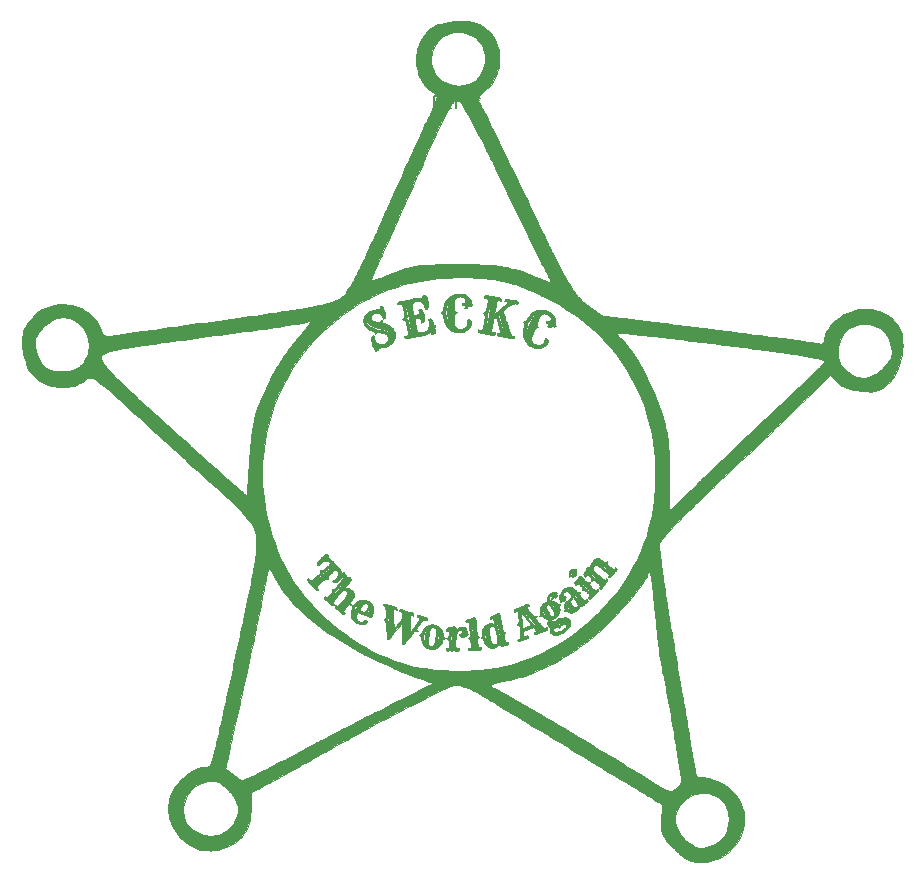
<source format=gbr>
G04 #@! TF.GenerationSoftware,KiCad,Pcbnew,5.1.2*
G04 #@! TF.CreationDate,2019-06-27T23:50:08-05:00*
G04 #@! TF.ProjectId,PartyStar,50617274-7953-4746-9172-2e6b69636164,rev?*
G04 #@! TF.SameCoordinates,Original*
G04 #@! TF.FileFunction,Legend,Top*
G04 #@! TF.FilePolarity,Positive*
%FSLAX46Y46*%
G04 Gerber Fmt 4.6, Leading zero omitted, Abs format (unit mm)*
G04 Created by KiCad (PCBNEW 5.1.2) date 2019-06-27 23:50:08*
%MOMM*%
%LPD*%
G04 APERTURE LIST*
%ADD10C,0.010000*%
%ADD11C,0.150000*%
G04 APERTURE END LIST*
D10*
G36*
X145387271Y-70113842D02*
G01*
X145538168Y-70119067D01*
X145677020Y-70127743D01*
X145798573Y-70139782D01*
X145851517Y-70147082D01*
X146137783Y-70201976D01*
X146406854Y-70275507D01*
X146658858Y-70367738D01*
X146893927Y-70478730D01*
X147112189Y-70608548D01*
X147313774Y-70757254D01*
X147498813Y-70924910D01*
X147534487Y-70961389D01*
X147717221Y-71170340D01*
X147880804Y-71395403D01*
X148024557Y-71635254D01*
X148147800Y-71888569D01*
X148249851Y-72154025D01*
X148330031Y-72430297D01*
X148361516Y-72571129D01*
X148380868Y-72670247D01*
X148395985Y-72757159D01*
X148407356Y-72837439D01*
X148415470Y-72916665D01*
X148420814Y-73000411D01*
X148423878Y-73094253D01*
X148425150Y-73203767D01*
X148425224Y-73298400D01*
X148423554Y-73450449D01*
X148418756Y-73583425D01*
X148410090Y-73703541D01*
X148396815Y-73817009D01*
X148378190Y-73930044D01*
X148353475Y-74048859D01*
X148321930Y-74179668D01*
X148318692Y-74192393D01*
X148233082Y-74477672D01*
X148124848Y-74752634D01*
X147994682Y-75015982D01*
X147843277Y-75266423D01*
X147671326Y-75502659D01*
X147529115Y-75669934D01*
X147497838Y-75702778D01*
X147450307Y-75750526D01*
X147388929Y-75810854D01*
X147316115Y-75881438D01*
X147234274Y-75959953D01*
X147145813Y-76044076D01*
X147053143Y-76131482D01*
X146971800Y-76207614D01*
X146882038Y-76291445D01*
X146798073Y-76370117D01*
X146721715Y-76441917D01*
X146654773Y-76505131D01*
X146599055Y-76558048D01*
X146556371Y-76598952D01*
X146528530Y-76626133D01*
X146517341Y-76637875D01*
X146517219Y-76638098D01*
X146522170Y-76651087D01*
X146537833Y-76684212D01*
X146563034Y-76735160D01*
X146596598Y-76801618D01*
X146637351Y-76881274D01*
X146684119Y-76971816D01*
X146735729Y-77070932D01*
X146776205Y-77148167D01*
X146836946Y-77264227D01*
X146900208Y-77386037D01*
X146966292Y-77514212D01*
X147035499Y-77649370D01*
X147108130Y-77792126D01*
X147184487Y-77943097D01*
X147264869Y-78102899D01*
X147349580Y-78272148D01*
X147438919Y-78451461D01*
X147533188Y-78641454D01*
X147632688Y-78842742D01*
X147737721Y-79055944D01*
X147848587Y-79281674D01*
X147965587Y-79520549D01*
X148089023Y-79773186D01*
X148219196Y-80040200D01*
X148356407Y-80322208D01*
X148500957Y-80619826D01*
X148653147Y-80933670D01*
X148813278Y-81264358D01*
X148981653Y-81612504D01*
X149158571Y-81978726D01*
X149344334Y-82363640D01*
X149539243Y-82767861D01*
X149743599Y-83192006D01*
X149957704Y-83636693D01*
X150181858Y-84102535D01*
X150416363Y-84590151D01*
X150632391Y-85039550D01*
X150797952Y-85384014D01*
X150953017Y-85706612D01*
X151098086Y-86008373D01*
X151233658Y-86290327D01*
X151360234Y-86553503D01*
X151478312Y-86798933D01*
X151588391Y-87027646D01*
X151690972Y-87240671D01*
X151786554Y-87439040D01*
X151875636Y-87623781D01*
X151958718Y-87795925D01*
X152036299Y-87956502D01*
X152108879Y-88106542D01*
X152176956Y-88247075D01*
X152241032Y-88379130D01*
X152301604Y-88503738D01*
X152359173Y-88621929D01*
X152414237Y-88734733D01*
X152467298Y-88843180D01*
X152518853Y-88948299D01*
X152569402Y-89051121D01*
X152619445Y-89152676D01*
X152669482Y-89253993D01*
X152720011Y-89356103D01*
X152771533Y-89460036D01*
X152824546Y-89566821D01*
X152879550Y-89677489D01*
X152937045Y-89793070D01*
X152954153Y-89827450D01*
X153132511Y-90184245D01*
X153301400Y-90518673D01*
X153461422Y-90831681D01*
X153613180Y-91124221D01*
X153757277Y-91397240D01*
X153894315Y-91651688D01*
X154024897Y-91888516D01*
X154149626Y-92108671D01*
X154269104Y-92313105D01*
X154383934Y-92502765D01*
X154494720Y-92678602D01*
X154602062Y-92841564D01*
X154706565Y-92992602D01*
X154808831Y-93132665D01*
X154909462Y-93262701D01*
X155009062Y-93383662D01*
X155108232Y-93496495D01*
X155207576Y-93602150D01*
X155307697Y-93701577D01*
X155409196Y-93795726D01*
X155512677Y-93885545D01*
X155549842Y-93916436D01*
X155582310Y-93942514D01*
X155632901Y-93982333D01*
X155699511Y-94034271D01*
X155780038Y-94096703D01*
X155872378Y-94168006D01*
X155974428Y-94246557D01*
X156084085Y-94330734D01*
X156199245Y-94418912D01*
X156317806Y-94509469D01*
X156352264Y-94535745D01*
X157026879Y-95049981D01*
X157190464Y-95069848D01*
X157319831Y-95085601D01*
X157472325Y-95104243D01*
X157646800Y-95125632D01*
X157842105Y-95149626D01*
X158057094Y-95176080D01*
X158290618Y-95204854D01*
X158541528Y-95235804D01*
X158808677Y-95268787D01*
X159090916Y-95303662D01*
X159387096Y-95340284D01*
X159696070Y-95378511D01*
X160016689Y-95418201D01*
X160347805Y-95459211D01*
X160688270Y-95501398D01*
X161036935Y-95544619D01*
X161392652Y-95588733D01*
X161754274Y-95633595D01*
X162120650Y-95679064D01*
X162490634Y-95724997D01*
X162863077Y-95771250D01*
X163236830Y-95817682D01*
X163610746Y-95864149D01*
X163983676Y-95910510D01*
X164354472Y-95956620D01*
X164721986Y-96002338D01*
X165085069Y-96047521D01*
X165442573Y-96092026D01*
X165793350Y-96135710D01*
X166136251Y-96178431D01*
X166470129Y-96220046D01*
X166793834Y-96260412D01*
X167106219Y-96299387D01*
X167406135Y-96336828D01*
X167692435Y-96372592D01*
X167963969Y-96406536D01*
X168219590Y-96438518D01*
X168458150Y-96468395D01*
X168678499Y-96496025D01*
X168879490Y-96521264D01*
X169059974Y-96543970D01*
X169218804Y-96564001D01*
X169354830Y-96581213D01*
X169466905Y-96595464D01*
X169476200Y-96596650D01*
X169985063Y-96661733D01*
X170469026Y-96723858D01*
X170928411Y-96783067D01*
X171363539Y-96839406D01*
X171774731Y-96892916D01*
X172162310Y-96943643D01*
X172526597Y-96991630D01*
X172867914Y-97036920D01*
X173186582Y-97079558D01*
X173482924Y-97119587D01*
X173757260Y-97157052D01*
X174009912Y-97191995D01*
X174241203Y-97224460D01*
X174451453Y-97254492D01*
X174640985Y-97282133D01*
X174810119Y-97307429D01*
X174959179Y-97330422D01*
X175088484Y-97351156D01*
X175198358Y-97369676D01*
X175289122Y-97386024D01*
X175314684Y-97390901D01*
X175450477Y-97414051D01*
X175564920Y-97425709D01*
X175659847Y-97424763D01*
X175737089Y-97410104D01*
X175798478Y-97380621D01*
X175845847Y-97335203D01*
X175881028Y-97272741D01*
X175905853Y-97192123D01*
X175922153Y-97092240D01*
X175928890Y-97018655D01*
X175934452Y-96950623D01*
X175940989Y-96885883D01*
X175947678Y-96831839D01*
X175953584Y-96796405D01*
X176004198Y-96619327D01*
X176078616Y-96440026D01*
X176175499Y-96259892D01*
X176293510Y-96080315D01*
X176431310Y-95902686D01*
X176587561Y-95728395D01*
X176760926Y-95558833D01*
X176950067Y-95395390D01*
X177153644Y-95239457D01*
X177370322Y-95092424D01*
X177598760Y-94955682D01*
X177837622Y-94830622D01*
X177851850Y-94823716D01*
X178091536Y-94716676D01*
X178325268Y-94630842D01*
X178558470Y-94564711D01*
X178796563Y-94516779D01*
X179044971Y-94485543D01*
X179083750Y-94482180D01*
X179371828Y-94471040D01*
X179661051Y-94484167D01*
X179949034Y-94520953D01*
X180233393Y-94580789D01*
X180511741Y-94663067D01*
X180781695Y-94767178D01*
X181040868Y-94892514D01*
X181286876Y-95038466D01*
X181301323Y-95047969D01*
X181467499Y-95165506D01*
X181620351Y-95290263D01*
X181764242Y-95426432D01*
X181903537Y-95578209D01*
X182042598Y-95749788D01*
X182072652Y-95789356D01*
X182188459Y-95952433D01*
X182283750Y-96107236D01*
X182360308Y-96257656D01*
X182419918Y-96407580D01*
X182464362Y-96560898D01*
X182493000Y-96705826D01*
X182507489Y-96814028D01*
X182520210Y-96941968D01*
X182530922Y-97084028D01*
X182539382Y-97234591D01*
X182545348Y-97388041D01*
X182548578Y-97538761D01*
X182548828Y-97681133D01*
X182545857Y-97809540D01*
X182543099Y-97866550D01*
X182519122Y-98136927D01*
X182479467Y-98408493D01*
X182425078Y-98678857D01*
X182356899Y-98945628D01*
X182275873Y-99206414D01*
X182182943Y-99458824D01*
X182079052Y-99700467D01*
X181965145Y-99928952D01*
X181842164Y-100141888D01*
X181711053Y-100336883D01*
X181572756Y-100511546D01*
X181446572Y-100645838D01*
X181268994Y-100814371D01*
X181104103Y-100961542D01*
X180951425Y-101087718D01*
X180810489Y-101193262D01*
X180680821Y-101278540D01*
X180561949Y-101343915D01*
X180512801Y-101366531D01*
X180422742Y-101402027D01*
X180330403Y-101431404D01*
X180233502Y-101454780D01*
X180129758Y-101472270D01*
X180016887Y-101483990D01*
X179892608Y-101490058D01*
X179754638Y-101490589D01*
X179600696Y-101485699D01*
X179428499Y-101475505D01*
X179235765Y-101460122D01*
X179039219Y-101441575D01*
X178716454Y-101401827D01*
X178415204Y-101349219D01*
X178135545Y-101283775D01*
X177877551Y-101205519D01*
X177641298Y-101114474D01*
X177426860Y-101010665D01*
X177234313Y-100894114D01*
X177172400Y-100850530D01*
X177144415Y-100827675D01*
X177101138Y-100789258D01*
X177045176Y-100737734D01*
X176979139Y-100675560D01*
X176905635Y-100605190D01*
X176827274Y-100529082D01*
X176746950Y-100449977D01*
X176404050Y-100109865D01*
X175115000Y-101361566D01*
X174854065Y-101614925D01*
X174610354Y-101851529D01*
X174382882Y-102072330D01*
X174170664Y-102278282D01*
X173972717Y-102470340D01*
X173788054Y-102649456D01*
X173615691Y-102816585D01*
X173454645Y-102972679D01*
X173303929Y-103118693D01*
X173162561Y-103255580D01*
X173029554Y-103384293D01*
X172903925Y-103505786D01*
X172784688Y-103621014D01*
X172670859Y-103730928D01*
X172561455Y-103836484D01*
X172455489Y-103938634D01*
X172351977Y-104038333D01*
X172249935Y-104136533D01*
X172225750Y-104159796D01*
X171769479Y-104598070D01*
X171296250Y-105051555D01*
X170807962Y-105518445D01*
X170306515Y-105996935D01*
X169793807Y-106485220D01*
X169271739Y-106981494D01*
X168742209Y-107483951D01*
X168207116Y-107990787D01*
X167668361Y-108500196D01*
X167127843Y-109010372D01*
X166587460Y-109519511D01*
X166561550Y-109543900D01*
X166330134Y-109761918D01*
X166115472Y-109964594D01*
X165915633Y-110153793D01*
X165728687Y-110331379D01*
X165552702Y-110499217D01*
X165385748Y-110659169D01*
X165225894Y-110813101D01*
X165071208Y-110962877D01*
X164919761Y-111110361D01*
X164769622Y-111257417D01*
X164618859Y-111405910D01*
X164465541Y-111557703D01*
X164307739Y-111714661D01*
X164148111Y-111874056D01*
X163871628Y-112151843D01*
X163613082Y-112414165D01*
X163372591Y-112660895D01*
X163150272Y-112891907D01*
X162946246Y-113107074D01*
X162760629Y-113306268D01*
X162593541Y-113489364D01*
X162445099Y-113656233D01*
X162315423Y-113806749D01*
X162204630Y-113940784D01*
X162117004Y-114052700D01*
X162056898Y-114134200D01*
X162011882Y-114200613D01*
X161979916Y-114255603D01*
X161958960Y-114302834D01*
X161946972Y-114345973D01*
X161944216Y-114363012D01*
X161940412Y-114421099D01*
X161940918Y-114503634D01*
X161945661Y-114610044D01*
X161954567Y-114739758D01*
X161967561Y-114892205D01*
X161984572Y-115066813D01*
X162005524Y-115263010D01*
X162030345Y-115480225D01*
X162058960Y-115717886D01*
X162091296Y-115975423D01*
X162127278Y-116252262D01*
X162166834Y-116547833D01*
X162209890Y-116861565D01*
X162256371Y-117192884D01*
X162306205Y-117541221D01*
X162359317Y-117906004D01*
X162415634Y-118286660D01*
X162475082Y-118682619D01*
X162537587Y-119093308D01*
X162603076Y-119518157D01*
X162637944Y-119742300D01*
X162680408Y-120013523D01*
X162723215Y-120285043D01*
X162766592Y-120558218D01*
X162810765Y-120834404D01*
X162855959Y-121114958D01*
X162902401Y-121401238D01*
X162950316Y-121694600D01*
X162999930Y-121996401D01*
X163051468Y-122307998D01*
X163105158Y-122630749D01*
X163161224Y-122966010D01*
X163219893Y-123315138D01*
X163281390Y-123679490D01*
X163345941Y-124060423D01*
X163413772Y-124459295D01*
X163485110Y-124877461D01*
X163560179Y-125316279D01*
X163639206Y-125777107D01*
X163722416Y-126261300D01*
X163740318Y-126365350D01*
X163781755Y-126606158D01*
X163827032Y-126869306D01*
X163875687Y-127152102D01*
X163927256Y-127451852D01*
X163981276Y-127765863D01*
X164037283Y-128091443D01*
X164094815Y-128425899D01*
X164153408Y-128766539D01*
X164212600Y-129110668D01*
X164271926Y-129455595D01*
X164330925Y-129798627D01*
X164389132Y-130137071D01*
X164446084Y-130468234D01*
X164501319Y-130789423D01*
X164554373Y-131097945D01*
X164588236Y-131294877D01*
X165062442Y-134052705D01*
X165316696Y-134092893D01*
X165531455Y-134127027D01*
X165721437Y-134157625D01*
X165887004Y-134184748D01*
X166028524Y-134208459D01*
X166146360Y-134228821D01*
X166240878Y-134245894D01*
X166312444Y-134259743D01*
X166361421Y-134270428D01*
X166368230Y-134272112D01*
X166603835Y-134343238D01*
X166843427Y-134437350D01*
X167084153Y-134552969D01*
X167323163Y-134688619D01*
X167557604Y-134842822D01*
X167755350Y-134990696D01*
X167824819Y-135048701D01*
X167906143Y-135121450D01*
X167995231Y-135204868D01*
X168087993Y-135294879D01*
X168180338Y-135387407D01*
X168268175Y-135478377D01*
X168347414Y-135563714D01*
X168413963Y-135639342D01*
X168448032Y-135680800D01*
X168623452Y-135919139D01*
X168773523Y-136158506D01*
X168898280Y-136398971D01*
X168997756Y-136640605D01*
X169071984Y-136883479D01*
X169112837Y-137076514D01*
X169133409Y-137225190D01*
X169147654Y-137388457D01*
X169155479Y-137559452D01*
X169156791Y-137731311D01*
X169151496Y-137897172D01*
X169139503Y-138050172D01*
X169127282Y-138144600D01*
X169067230Y-138449827D01*
X168983682Y-138745609D01*
X168876974Y-139031285D01*
X168747443Y-139306195D01*
X168595425Y-139569677D01*
X168421257Y-139821071D01*
X168225275Y-140059715D01*
X168066720Y-140227400D01*
X167836867Y-140439260D01*
X167594268Y-140629215D01*
X167339413Y-140797014D01*
X167072791Y-140942411D01*
X166794893Y-141065157D01*
X166506210Y-141165002D01*
X166207231Y-141241700D01*
X165983700Y-141282784D01*
X165912681Y-141292597D01*
X165839558Y-141300130D01*
X165759133Y-141305706D01*
X165666209Y-141309649D01*
X165555588Y-141312282D01*
X165494750Y-141313174D01*
X165404898Y-141314065D01*
X165321267Y-141314472D01*
X165247918Y-141314410D01*
X165188917Y-141313890D01*
X165148327Y-141312927D01*
X165132800Y-141311969D01*
X165100771Y-141308355D01*
X165051635Y-141302922D01*
X164993538Y-141296565D01*
X164961722Y-141293111D01*
X164792087Y-141267354D01*
X164627668Y-141226764D01*
X164466118Y-141170156D01*
X164305088Y-141096344D01*
X164142228Y-141004143D01*
X163975190Y-140892369D01*
X163801626Y-140759835D01*
X163646900Y-140629704D01*
X163592115Y-140580344D01*
X163523415Y-140516022D01*
X163443503Y-140439460D01*
X163355085Y-140353378D01*
X163260866Y-140260498D01*
X163163551Y-140163541D01*
X163065847Y-140065229D01*
X162970457Y-139968282D01*
X162880087Y-139875422D01*
X162797443Y-139789371D01*
X162725229Y-139712849D01*
X162666151Y-139648578D01*
X162625035Y-139601790D01*
X162501036Y-139449105D01*
X162396970Y-139306636D01*
X162311234Y-139171130D01*
X162242224Y-139039335D01*
X162188339Y-138908001D01*
X162147974Y-138773874D01*
X162119526Y-138633704D01*
X162108517Y-138554027D01*
X162102804Y-138482483D01*
X162099589Y-138387033D01*
X162098835Y-138269042D01*
X162100505Y-138129879D01*
X162104562Y-137970910D01*
X162110968Y-137793502D01*
X162113635Y-137734001D01*
X163259297Y-137734001D01*
X163265054Y-137828236D01*
X163295209Y-138025288D01*
X163348664Y-138222285D01*
X163425662Y-138419626D01*
X163526448Y-138617706D01*
X163651267Y-138816921D01*
X163800363Y-139017670D01*
X163973981Y-139220347D01*
X164172365Y-139425350D01*
X164357362Y-139598771D01*
X164505118Y-139726828D01*
X164642215Y-139834439D01*
X164771440Y-139922708D01*
X164895577Y-139992740D01*
X165017411Y-140045639D01*
X165139729Y-140082511D01*
X165265314Y-140104459D01*
X165396952Y-140112588D01*
X165537429Y-140108003D01*
X165621750Y-140100210D01*
X165887784Y-140058037D01*
X166147586Y-139991242D01*
X166401135Y-139899836D01*
X166648408Y-139783824D01*
X166889386Y-139643217D01*
X166986891Y-139578093D01*
X167149036Y-139453508D01*
X167289571Y-139318649D01*
X167411287Y-139170280D01*
X167516979Y-139005164D01*
X167572137Y-138900250D01*
X167660026Y-138699647D01*
X167728330Y-138495599D01*
X167777857Y-138284384D01*
X167809415Y-138062276D01*
X167823813Y-137825552D01*
X167824952Y-137736190D01*
X167820495Y-137539501D01*
X167806257Y-137360597D01*
X167781590Y-137193559D01*
X167749323Y-137046050D01*
X167683532Y-136825524D01*
X167602493Y-136624601D01*
X167505606Y-136442129D01*
X167392271Y-136276958D01*
X167279519Y-136146121D01*
X167111744Y-135988768D01*
X166927575Y-135850340D01*
X166728339Y-135731564D01*
X166515362Y-135633166D01*
X166289970Y-135555873D01*
X166128403Y-135515334D01*
X166049525Y-135502119D01*
X165952058Y-135491614D01*
X165842690Y-135484053D01*
X165728112Y-135479672D01*
X165615012Y-135478705D01*
X165510081Y-135481387D01*
X165420007Y-135487953D01*
X165403324Y-135489883D01*
X165167723Y-135532079D01*
X164937167Y-135598667D01*
X164713172Y-135688881D01*
X164497257Y-135801960D01*
X164290939Y-135937139D01*
X164095735Y-136093656D01*
X163972483Y-136209518D01*
X163804548Y-136390945D01*
X163658158Y-136577190D01*
X163533796Y-136767149D01*
X163431945Y-136959718D01*
X163353087Y-137153792D01*
X163297704Y-137348266D01*
X163266280Y-137542037D01*
X163259297Y-137734001D01*
X162113635Y-137734001D01*
X162119686Y-137599021D01*
X162130680Y-137388834D01*
X162143912Y-137164309D01*
X162148036Y-137098689D01*
X162157348Y-136951039D01*
X162164948Y-136826760D01*
X162170910Y-136723886D01*
X162175303Y-136640450D01*
X162178199Y-136574486D01*
X162179668Y-136524027D01*
X162179782Y-136487108D01*
X162178611Y-136461762D01*
X162176226Y-136446022D01*
X162172699Y-136437922D01*
X162171911Y-136437089D01*
X162159759Y-136429311D01*
X162126716Y-136408916D01*
X162073632Y-136376418D01*
X162001357Y-136332332D01*
X161910741Y-136277175D01*
X161802633Y-136211461D01*
X161677884Y-136135704D01*
X161537345Y-136050421D01*
X161381864Y-135956127D01*
X161212293Y-135853336D01*
X161029480Y-135742564D01*
X160834277Y-135624327D01*
X160627533Y-135499138D01*
X160410098Y-135367514D01*
X160182823Y-135229969D01*
X159946557Y-135087019D01*
X159702150Y-134939179D01*
X159450453Y-134786964D01*
X159192316Y-134630889D01*
X158928588Y-134471470D01*
X158922500Y-134467790D01*
X158437739Y-134174779D01*
X157954434Y-133882620D01*
X157473204Y-133591687D01*
X156994665Y-133302353D01*
X156519435Y-133014992D01*
X156048130Y-132729979D01*
X155581368Y-132447686D01*
X155119767Y-132168487D01*
X154663943Y-131892756D01*
X154214514Y-131620867D01*
X153772096Y-131353194D01*
X153337308Y-131090110D01*
X152910767Y-130831988D01*
X152493089Y-130579204D01*
X152084892Y-130332130D01*
X151686793Y-130091140D01*
X151299410Y-129856608D01*
X150923360Y-129628907D01*
X150559260Y-129408412D01*
X150207727Y-129195495D01*
X149869378Y-128990531D01*
X149544831Y-128793894D01*
X149234704Y-128605957D01*
X148939612Y-128427094D01*
X148660174Y-128257678D01*
X148397007Y-128098084D01*
X148150727Y-127948685D01*
X147921953Y-127809854D01*
X147711302Y-127681966D01*
X147519390Y-127565395D01*
X147346835Y-127460513D01*
X147194255Y-127367695D01*
X147062266Y-127287314D01*
X146965450Y-127228269D01*
X146787994Y-127120636D01*
X146629216Y-127025894D01*
X146486721Y-126942754D01*
X146358111Y-126869930D01*
X146240988Y-126806136D01*
X146132957Y-126750084D01*
X146031619Y-126700488D01*
X145934578Y-126656061D01*
X145839437Y-126615516D01*
X145778000Y-126590839D01*
X145609286Y-126527682D01*
X145444042Y-126471814D01*
X145284924Y-126423865D01*
X145134588Y-126384464D01*
X145056355Y-126367442D01*
X147657600Y-126367442D01*
X147668848Y-126424799D01*
X147699463Y-126482283D01*
X147744745Y-126531887D01*
X147761747Y-126544915D01*
X147813412Y-126572600D01*
X147877319Y-126595630D01*
X147941086Y-126610076D01*
X147976191Y-126613000D01*
X148003059Y-126619555D01*
X148050909Y-126638949D01*
X148119052Y-126670772D01*
X148206797Y-126714614D01*
X148313455Y-126770066D01*
X148438337Y-126836718D01*
X148580752Y-126914161D01*
X148740012Y-127001986D01*
X148915426Y-127099783D01*
X149106305Y-127207142D01*
X149311959Y-127323654D01*
X149531698Y-127448910D01*
X149764834Y-127582500D01*
X150010676Y-127724015D01*
X150268535Y-127873045D01*
X150537720Y-128029180D01*
X150817543Y-128192012D01*
X151107314Y-128361131D01*
X151406343Y-128536127D01*
X151713941Y-128716591D01*
X152029417Y-128902113D01*
X152352083Y-129092284D01*
X152681248Y-129286695D01*
X153016223Y-129484936D01*
X153356318Y-129686597D01*
X153700844Y-129891269D01*
X154049112Y-130098543D01*
X154400430Y-130308009D01*
X154754110Y-130519257D01*
X155109463Y-130731879D01*
X155465798Y-130945465D01*
X155822426Y-131159605D01*
X156178657Y-131373889D01*
X156533802Y-131587909D01*
X156887170Y-131801255D01*
X157238073Y-132013517D01*
X157585821Y-132224286D01*
X157929723Y-132433153D01*
X158269092Y-132639707D01*
X158603235Y-132843540D01*
X158931465Y-133044242D01*
X159253092Y-133241404D01*
X159567425Y-133434616D01*
X159873776Y-133623468D01*
X160171454Y-133807552D01*
X160459770Y-133986457D01*
X160738035Y-134159775D01*
X161005558Y-134327095D01*
X161261651Y-134488009D01*
X161505622Y-134642107D01*
X161602200Y-134703356D01*
X161766400Y-134806824D01*
X161911937Y-134896692D01*
X162040875Y-134974048D01*
X162155273Y-135039981D01*
X162257194Y-135095577D01*
X162348699Y-135141924D01*
X162431848Y-135180109D01*
X162508705Y-135211220D01*
X162581330Y-135236345D01*
X162649950Y-135256094D01*
X162774819Y-135279713D01*
X162896824Y-135285838D01*
X163008726Y-135274136D01*
X163014449Y-135272968D01*
X163132450Y-135236619D01*
X163251662Y-135178246D01*
X163368229Y-135100711D01*
X163478292Y-135006878D01*
X163577994Y-134899610D01*
X163651845Y-134799808D01*
X163699632Y-134723663D01*
X163737131Y-134653823D01*
X163764906Y-134586344D01*
X163783519Y-134517282D01*
X163793533Y-134442695D01*
X163795510Y-134358640D01*
X163790012Y-134261172D01*
X163777603Y-134146350D01*
X163761700Y-134029800D01*
X163741303Y-133891763D01*
X163716665Y-133729876D01*
X163687979Y-133545297D01*
X163655441Y-133339183D01*
X163619245Y-133112693D01*
X163579586Y-132866987D01*
X163536658Y-132603222D01*
X163490655Y-132322557D01*
X163441773Y-132026150D01*
X163390206Y-131715160D01*
X163336147Y-131390746D01*
X163279793Y-131054065D01*
X163221336Y-130706278D01*
X163160973Y-130348541D01*
X163098897Y-129982013D01*
X163035303Y-129607854D01*
X162970385Y-129227221D01*
X162904338Y-128841273D01*
X162837357Y-128451169D01*
X162769636Y-128058067D01*
X162701370Y-127663125D01*
X162632752Y-127267502D01*
X162563978Y-126872357D01*
X162495243Y-126478848D01*
X162459789Y-126276450D01*
X162435699Y-126142164D01*
X162410148Y-126005314D01*
X162384079Y-125870616D01*
X162358437Y-125742787D01*
X162334164Y-125626542D01*
X162312205Y-125526598D01*
X162295894Y-125457300D01*
X162224451Y-125150720D01*
X162155320Y-124820535D01*
X162088459Y-124466483D01*
X162023822Y-124088301D01*
X161961368Y-123685727D01*
X161901051Y-123258499D01*
X161842829Y-122806353D01*
X161812668Y-122555350D01*
X161795871Y-122410247D01*
X161778739Y-122258232D01*
X161761095Y-122097559D01*
X161742758Y-121926483D01*
X161723551Y-121743260D01*
X161703296Y-121546143D01*
X161681814Y-121333389D01*
X161658926Y-121103253D01*
X161634454Y-120853988D01*
X161608221Y-120583851D01*
X161580046Y-120291097D01*
X161563992Y-120123300D01*
X161534933Y-119820156D01*
X161507915Y-119540811D01*
X161482773Y-119283759D01*
X161459341Y-119047495D01*
X161437453Y-118830512D01*
X161416944Y-118631305D01*
X161397647Y-118448369D01*
X161379397Y-118280199D01*
X161362028Y-118125288D01*
X161345375Y-117982131D01*
X161329271Y-117849223D01*
X161313552Y-117725058D01*
X161298050Y-117608131D01*
X161282602Y-117496935D01*
X161267039Y-117389967D01*
X161252624Y-117294926D01*
X161236259Y-117193684D01*
X161217210Y-117083515D01*
X161196482Y-116969621D01*
X161175076Y-116857206D01*
X161153995Y-116751470D01*
X161134242Y-116657616D01*
X161116819Y-116580846D01*
X161108713Y-116548250D01*
X161097503Y-116507184D01*
X161089174Y-116485150D01*
X161082501Y-116483438D01*
X161076261Y-116503341D01*
X161069230Y-116546151D01*
X161062277Y-116597285D01*
X161041324Y-116697778D01*
X161003170Y-116815080D01*
X160948526Y-116947991D01*
X160878103Y-117095314D01*
X160792614Y-117255848D01*
X160692769Y-117428396D01*
X160579282Y-117611759D01*
X160452862Y-117804737D01*
X160314223Y-118006133D01*
X160164076Y-118214746D01*
X160003132Y-118429379D01*
X159881258Y-118586600D01*
X159597578Y-118939922D01*
X159301283Y-119293640D01*
X158990428Y-119649934D01*
X158663067Y-120010985D01*
X158317255Y-120378974D01*
X157951046Y-120756082D01*
X157900691Y-120807049D01*
X157680337Y-121027830D01*
X157472966Y-121231639D01*
X157275540Y-121421217D01*
X157085022Y-121599303D01*
X156898374Y-121768638D01*
X156712559Y-121931961D01*
X156524540Y-122092011D01*
X156331278Y-122251529D01*
X156129738Y-122413255D01*
X156052300Y-122474328D01*
X155629580Y-122796865D01*
X155192987Y-123111838D01*
X154745019Y-123417815D01*
X154288171Y-123713368D01*
X153824938Y-123997067D01*
X153357818Y-124267482D01*
X152889307Y-124523183D01*
X152421900Y-124762740D01*
X151958093Y-124984723D01*
X151500383Y-125187703D01*
X151051266Y-125370249D01*
X150889750Y-125431589D01*
X150606058Y-125533873D01*
X150338359Y-125623121D01*
X150081686Y-125700649D01*
X149831071Y-125767771D01*
X149581549Y-125825802D01*
X149328154Y-125876054D01*
X149065917Y-125919844D01*
X149016881Y-125927217D01*
X148788138Y-125963642D01*
X148576354Y-126002621D01*
X148382669Y-126043841D01*
X148208226Y-126086985D01*
X148054168Y-126131737D01*
X147921637Y-126177784D01*
X147811774Y-126224808D01*
X147725723Y-126272494D01*
X147698875Y-126291196D01*
X147670125Y-126318247D01*
X147658747Y-126347786D01*
X147657600Y-126367442D01*
X145056355Y-126367442D01*
X144995692Y-126354243D01*
X144870892Y-126333830D01*
X144762845Y-126323856D01*
X144674207Y-126324951D01*
X144661969Y-126326199D01*
X144590659Y-126339603D01*
X144497805Y-126365520D01*
X144383844Y-126403732D01*
X144249211Y-126454023D01*
X144094343Y-126516174D01*
X143919675Y-126589970D01*
X143725644Y-126675192D01*
X143512686Y-126771624D01*
X143281237Y-126879049D01*
X143031733Y-126997249D01*
X142764610Y-127126007D01*
X142480304Y-127265106D01*
X142179252Y-127414329D01*
X141861888Y-127573459D01*
X141528651Y-127742278D01*
X141179975Y-127920569D01*
X140816296Y-128108116D01*
X140438052Y-128304701D01*
X140045677Y-128510106D01*
X139639608Y-128724115D01*
X139220282Y-128946511D01*
X138788133Y-129177076D01*
X138343599Y-129415594D01*
X137887114Y-129661846D01*
X137419117Y-129915616D01*
X137046750Y-130118427D01*
X136921432Y-130186856D01*
X136792383Y-130257415D01*
X136658401Y-130330766D01*
X136518283Y-130407571D01*
X136370825Y-130488494D01*
X136214825Y-130574196D01*
X136049079Y-130665340D01*
X135872385Y-130762588D01*
X135683539Y-130866603D01*
X135481339Y-130978047D01*
X135264581Y-131097584D01*
X135032062Y-131225874D01*
X134782580Y-131363581D01*
X134514931Y-131511368D01*
X134227913Y-131669895D01*
X133920322Y-131839828D01*
X133801900Y-131905260D01*
X133621823Y-132004759D01*
X133432622Y-132109291D01*
X133237474Y-132217102D01*
X133039556Y-132326437D01*
X132842043Y-132435541D01*
X132648114Y-132542660D01*
X132460943Y-132646039D01*
X132283709Y-132743924D01*
X132119587Y-132834559D01*
X131971754Y-132916191D01*
X131858800Y-132978555D01*
X131702880Y-133064637D01*
X131534267Y-133157731D01*
X131357414Y-133255379D01*
X131176774Y-133355122D01*
X130996800Y-133454500D01*
X130821945Y-133551054D01*
X130656663Y-133642326D01*
X130505406Y-133725858D01*
X130391950Y-133788517D01*
X130088646Y-133956028D01*
X129806851Y-134111657D01*
X129545840Y-134255804D01*
X129304887Y-134388869D01*
X129083268Y-134511252D01*
X128880259Y-134623353D01*
X128695135Y-134725572D01*
X128527170Y-134818310D01*
X128375641Y-134901966D01*
X128239822Y-134976941D01*
X128118990Y-135043634D01*
X128012418Y-135102447D01*
X127919383Y-135153778D01*
X127839160Y-135198028D01*
X127771023Y-135235598D01*
X127718600Y-135264490D01*
X127639157Y-135308403D01*
X127567067Y-135348523D01*
X127505316Y-135383166D01*
X127456892Y-135410649D01*
X127424780Y-135429287D01*
X127411975Y-135437388D01*
X127410004Y-135451358D01*
X127407399Y-135488308D01*
X127404267Y-135545829D01*
X127400712Y-135621514D01*
X127396839Y-135712953D01*
X127392755Y-135817737D01*
X127388564Y-135933457D01*
X127384371Y-136057705D01*
X127383014Y-136099900D01*
X127376174Y-136311028D01*
X127369760Y-136498843D01*
X127363622Y-136665424D01*
X127357610Y-136812850D01*
X127351575Y-136943200D01*
X127345365Y-137058555D01*
X127338833Y-137160993D01*
X127331827Y-137252595D01*
X127324198Y-137335440D01*
X127315796Y-137411608D01*
X127306471Y-137483177D01*
X127296074Y-137552228D01*
X127284454Y-137620840D01*
X127271462Y-137691093D01*
X127266523Y-137716656D01*
X127200220Y-138000555D01*
X127115231Y-138267475D01*
X127011314Y-138517904D01*
X126888223Y-138752329D01*
X126745715Y-138971240D01*
X126583545Y-139175125D01*
X126481278Y-139285765D01*
X126296537Y-139460081D01*
X126096300Y-139619563D01*
X125878832Y-139765316D01*
X125642398Y-139898448D01*
X125385263Y-140020062D01*
X125225265Y-140086027D01*
X125005987Y-140166412D01*
X124796185Y-140231201D01*
X124587324Y-140282710D01*
X124370865Y-140323250D01*
X124321350Y-140330931D01*
X124252015Y-140338499D01*
X124162712Y-140343986D01*
X124058782Y-140347429D01*
X123945568Y-140348867D01*
X123828412Y-140348336D01*
X123712656Y-140345875D01*
X123603643Y-140341522D01*
X123506715Y-140335315D01*
X123427214Y-140327291D01*
X123406950Y-140324442D01*
X123120129Y-140267765D01*
X122840751Y-140187456D01*
X122570022Y-140084504D01*
X122309148Y-139959900D01*
X122059338Y-139814632D01*
X121821796Y-139649692D01*
X121597732Y-139466069D01*
X121388350Y-139264754D01*
X121194859Y-139046735D01*
X121018464Y-138813004D01*
X120860373Y-138564550D01*
X120721792Y-138302363D01*
X120603929Y-138027433D01*
X120602603Y-138023950D01*
X120522569Y-137790583D01*
X120461568Y-137559745D01*
X120418407Y-137325245D01*
X120391890Y-137080893D01*
X120383284Y-136906350D01*
X121654943Y-136906350D01*
X121655003Y-137007400D01*
X121655824Y-137087817D01*
X121657708Y-137152364D01*
X121660957Y-137205803D01*
X121665873Y-137252897D01*
X121672758Y-137298410D01*
X121681912Y-137347103D01*
X121683321Y-137354093D01*
X121741541Y-137581406D01*
X121821242Y-137795622D01*
X121922064Y-137996171D01*
X122043650Y-138182479D01*
X122185640Y-138353977D01*
X122347676Y-138510091D01*
X122470250Y-138608001D01*
X122618566Y-138706088D01*
X122787438Y-138797107D01*
X122972620Y-138879463D01*
X123169865Y-138951562D01*
X123374927Y-139011810D01*
X123583557Y-139058613D01*
X123737150Y-139083574D01*
X123805799Y-139089636D01*
X123893057Y-139092521D01*
X123992361Y-139092456D01*
X124097149Y-139089669D01*
X124200859Y-139084386D01*
X124296929Y-139076836D01*
X124378797Y-139067245D01*
X124422257Y-139059828D01*
X124645761Y-139001533D01*
X124859251Y-138919947D01*
X125062752Y-138815053D01*
X125256290Y-138686832D01*
X125439889Y-138535265D01*
X125613576Y-138360335D01*
X125777375Y-138162022D01*
X125905937Y-137979500D01*
X126014165Y-137798596D01*
X126106329Y-137611146D01*
X126180368Y-137422071D01*
X126234219Y-137236290D01*
X126251188Y-137155772D01*
X126262097Y-137073275D01*
X126268457Y-136974071D01*
X126270272Y-136866441D01*
X126267548Y-136758667D01*
X126260288Y-136659029D01*
X126250891Y-136588850D01*
X126205849Y-136398674D01*
X126136285Y-136204927D01*
X126042671Y-136008566D01*
X125925478Y-135810550D01*
X125785177Y-135611837D01*
X125745850Y-135561283D01*
X125699231Y-135505481D01*
X125637653Y-135436260D01*
X125564820Y-135357431D01*
X125484435Y-135272805D01*
X125400204Y-135186191D01*
X125315830Y-135101401D01*
X125235018Y-135022244D01*
X125161471Y-134952532D01*
X125100743Y-134897683D01*
X124938496Y-134765141D01*
X124783217Y-134656603D01*
X124634434Y-134571785D01*
X124491672Y-134510404D01*
X124410250Y-134485114D01*
X124299314Y-134464556D01*
X124169265Y-134455801D01*
X124023363Y-134458626D01*
X123864865Y-134472807D01*
X123697031Y-134498121D01*
X123523119Y-134534343D01*
X123457597Y-134550539D01*
X123223270Y-134623684D01*
X123000977Y-134718652D01*
X122791693Y-134834396D01*
X122596396Y-134969871D01*
X122416062Y-135124032D01*
X122251669Y-135295833D01*
X122104193Y-135484229D01*
X121974611Y-135688174D01*
X121863900Y-135906624D01*
X121773037Y-136138531D01*
X121702998Y-136382852D01*
X121689486Y-136442800D01*
X121678563Y-136495622D01*
X121670246Y-136541854D01*
X121664175Y-136586337D01*
X121659988Y-136633914D01*
X121657325Y-136689427D01*
X121655825Y-136757719D01*
X121655128Y-136843631D01*
X121654943Y-136906350D01*
X120383284Y-136906350D01*
X120382031Y-136880950D01*
X120384573Y-136600472D01*
X120407847Y-136331041D01*
X120452635Y-136067980D01*
X120519720Y-135806613D01*
X120603111Y-135560150D01*
X120676833Y-135381653D01*
X120761360Y-135211179D01*
X120858794Y-135045654D01*
X120971234Y-134882005D01*
X121100784Y-134717156D01*
X121249543Y-134548035D01*
X121406687Y-134384508D01*
X121632325Y-134170378D01*
X121863826Y-133974678D01*
X122099223Y-133798802D01*
X122336546Y-133644145D01*
X122573826Y-133512100D01*
X122765600Y-133422266D01*
X122884421Y-133373723D01*
X125204000Y-133373723D01*
X125213676Y-133386211D01*
X125241207Y-133412393D01*
X125284348Y-133450435D01*
X125340852Y-133498503D01*
X125408476Y-133554764D01*
X125484972Y-133617382D01*
X125568095Y-133684525D01*
X125655600Y-133754358D01*
X125745241Y-133825048D01*
X125834773Y-133894759D01*
X125921950Y-133961659D01*
X125949197Y-133982335D01*
X126058140Y-134062723D01*
X126164606Y-134137415D01*
X126266190Y-134204969D01*
X126360484Y-134263941D01*
X126445083Y-134312890D01*
X126517579Y-134350372D01*
X126575566Y-134374945D01*
X126616639Y-134385166D01*
X126621478Y-134385373D01*
X126652893Y-134380502D01*
X126697825Y-134367684D01*
X126746748Y-134349652D01*
X126748478Y-134348934D01*
X126898932Y-134284643D01*
X127070121Y-134208655D01*
X127260622Y-134121688D01*
X127469014Y-134024466D01*
X127693873Y-133917707D01*
X127933778Y-133802133D01*
X128187305Y-133678465D01*
X128453034Y-133547423D01*
X128729540Y-133409727D01*
X129015402Y-133266099D01*
X129309198Y-133117259D01*
X129609506Y-132963928D01*
X129914902Y-132806826D01*
X130223964Y-132646674D01*
X130535271Y-132484194D01*
X130847399Y-132320104D01*
X131158927Y-132155127D01*
X131468432Y-131989982D01*
X131774491Y-131825391D01*
X132075683Y-131662074D01*
X132370585Y-131500752D01*
X132379500Y-131495852D01*
X132474070Y-131443963D01*
X132563985Y-131394870D01*
X132651490Y-131347390D01*
X132738832Y-131300340D01*
X132828257Y-131252538D01*
X132922012Y-131202799D01*
X133022342Y-131149943D01*
X133131493Y-131092785D01*
X133251712Y-131030143D01*
X133385246Y-130960834D01*
X133534340Y-130883675D01*
X133701240Y-130797484D01*
X133888193Y-130701077D01*
X133916200Y-130686643D01*
X134188988Y-130546239D01*
X134483315Y-130395076D01*
X134797999Y-130233754D01*
X135131862Y-130062872D01*
X135483722Y-129883032D01*
X135852400Y-129694833D01*
X136236714Y-129498876D01*
X136635486Y-129295760D01*
X137047534Y-129086087D01*
X137471680Y-128870455D01*
X137906741Y-128649466D01*
X138351539Y-128423718D01*
X138804893Y-128193814D01*
X139265622Y-127960351D01*
X139732548Y-127723932D01*
X140204488Y-127485156D01*
X140680264Y-127244622D01*
X141158695Y-127002932D01*
X141364750Y-126898897D01*
X141594452Y-126782882D01*
X141802049Y-126677905D01*
X141988159Y-126583648D01*
X142153397Y-126499797D01*
X142298380Y-126426034D01*
X142423724Y-126362043D01*
X142530047Y-126307509D01*
X142617965Y-126262115D01*
X142688094Y-126225544D01*
X142741051Y-126197482D01*
X142777452Y-126177610D01*
X142797915Y-126165614D01*
X142803182Y-126161249D01*
X142790216Y-126156201D01*
X142756480Y-126144671D01*
X142705434Y-126127795D01*
X142640539Y-126106713D01*
X142565255Y-126082560D01*
X142519709Y-126068074D01*
X142222988Y-125971415D01*
X141907775Y-125863901D01*
X141577818Y-125746942D01*
X141236867Y-125621947D01*
X140888673Y-125490328D01*
X140536984Y-125353494D01*
X140185549Y-125212856D01*
X139838119Y-125069824D01*
X139612150Y-124974506D01*
X138946120Y-124683893D01*
X138295596Y-124386273D01*
X137661344Y-124082103D01*
X137044130Y-123771836D01*
X136444723Y-123455928D01*
X135863889Y-123134832D01*
X135302396Y-122809005D01*
X134761011Y-122478900D01*
X134240500Y-122144972D01*
X133741632Y-121807676D01*
X133265173Y-121467467D01*
X132811890Y-121124800D01*
X132382551Y-120780128D01*
X132031451Y-120481050D01*
X131680582Y-120164603D01*
X131353524Y-119851051D01*
X131049067Y-119538942D01*
X130765998Y-119226821D01*
X130503103Y-118913234D01*
X130259172Y-118596727D01*
X130032991Y-118275847D01*
X129823348Y-117949139D01*
X129629031Y-117615149D01*
X129604548Y-117570600D01*
X129522310Y-117422463D01*
X129440524Y-117279923D01*
X129360284Y-117144611D01*
X129282683Y-117018157D01*
X129208815Y-116902192D01*
X129139774Y-116798346D01*
X129076652Y-116708251D01*
X129020544Y-116633537D01*
X128972544Y-116575834D01*
X128933745Y-116536774D01*
X128905240Y-116517986D01*
X128897612Y-116516500D01*
X128878146Y-116528898D01*
X128855226Y-116565433D01*
X128829098Y-116625110D01*
X128800006Y-116706935D01*
X128768197Y-116809916D01*
X128733916Y-116933059D01*
X128697409Y-117075371D01*
X128658922Y-117235858D01*
X128618700Y-117413526D01*
X128576989Y-117607383D01*
X128534035Y-117816434D01*
X128490084Y-118039687D01*
X128445380Y-118276148D01*
X128400170Y-118524824D01*
X128398214Y-118535800D01*
X128356469Y-118766102D01*
X128308909Y-119020797D01*
X128255598Y-119299569D01*
X128196601Y-119602101D01*
X128131983Y-119928076D01*
X128061808Y-120277177D01*
X127986142Y-120649088D01*
X127905048Y-121043492D01*
X127818591Y-121460073D01*
X127726837Y-121898513D01*
X127629849Y-122358495D01*
X127527694Y-122839704D01*
X127420434Y-123341822D01*
X127342539Y-123704700D01*
X127309845Y-123856657D01*
X127278301Y-124003144D01*
X127247683Y-124145176D01*
X127217765Y-124283765D01*
X127188325Y-124419923D01*
X127159139Y-124554665D01*
X127129982Y-124689004D01*
X127100631Y-124823952D01*
X127070862Y-124960523D01*
X127040451Y-125099730D01*
X127009174Y-125242585D01*
X126976807Y-125390103D01*
X126943127Y-125543296D01*
X126907908Y-125703178D01*
X126870928Y-125870761D01*
X126831963Y-126047059D01*
X126790789Y-126233085D01*
X126747181Y-126429852D01*
X126700915Y-126638373D01*
X126651769Y-126859661D01*
X126599518Y-127094730D01*
X126543938Y-127344593D01*
X126484805Y-127610262D01*
X126421896Y-127892751D01*
X126354986Y-128193073D01*
X126283851Y-128512242D01*
X126208269Y-128851269D01*
X126128013Y-129211170D01*
X126042862Y-129592956D01*
X125952591Y-129997640D01*
X125870139Y-130367231D01*
X125809800Y-130637779D01*
X125750930Y-130901902D01*
X125693770Y-131158521D01*
X125638557Y-131406558D01*
X125585532Y-131644933D01*
X125534933Y-131872568D01*
X125486999Y-132088383D01*
X125441969Y-132291299D01*
X125400083Y-132480239D01*
X125361579Y-132654122D01*
X125326696Y-132811869D01*
X125295674Y-132952402D01*
X125268752Y-133074642D01*
X125246168Y-133177510D01*
X125228162Y-133259927D01*
X125214973Y-133320813D01*
X125206839Y-133359090D01*
X125204001Y-133373680D01*
X125204000Y-133373723D01*
X122884421Y-133373723D01*
X122901279Y-133366836D01*
X123021773Y-133323977D01*
X123133133Y-133292323D01*
X123241407Y-133270506D01*
X123352645Y-133257161D01*
X123472897Y-133250920D01*
X123527600Y-133250088D01*
X123605948Y-133249371D01*
X123663408Y-133248012D01*
X123704491Y-133245466D01*
X123733708Y-133241188D01*
X123755571Y-133234634D01*
X123774591Y-133225259D01*
X123784953Y-133219028D01*
X123814167Y-133197328D01*
X123843373Y-133168111D01*
X123872807Y-133130559D01*
X123902704Y-133083854D01*
X123933296Y-133027179D01*
X123964819Y-132959715D01*
X123997508Y-132880646D01*
X124031596Y-132789152D01*
X124067319Y-132684418D01*
X124104910Y-132565624D01*
X124144605Y-132431953D01*
X124186637Y-132282588D01*
X124231241Y-132116710D01*
X124278652Y-131933502D01*
X124329104Y-131732147D01*
X124382831Y-131511825D01*
X124440068Y-131271721D01*
X124501049Y-131011015D01*
X124566010Y-130728890D01*
X124635183Y-130424529D01*
X124708805Y-130097114D01*
X124787109Y-129745827D01*
X124808747Y-129648300D01*
X124845943Y-129480087D01*
X124888132Y-129288548D01*
X124934988Y-129075194D01*
X124986183Y-128841534D01*
X125041391Y-128589080D01*
X125100285Y-128319342D01*
X125162538Y-128033830D01*
X125227825Y-127734056D01*
X125295817Y-127421529D01*
X125366189Y-127097760D01*
X125438614Y-126764259D01*
X125512765Y-126422538D01*
X125588315Y-126074106D01*
X125664938Y-125720475D01*
X125742308Y-125363154D01*
X125820096Y-125003655D01*
X125897977Y-124643487D01*
X125975625Y-124284162D01*
X126052711Y-123927189D01*
X126128911Y-123574080D01*
X126203896Y-123226345D01*
X126277341Y-122885494D01*
X126348918Y-122553039D01*
X126418301Y-122230488D01*
X126485164Y-121919354D01*
X126549179Y-121621147D01*
X126610020Y-121337376D01*
X126667361Y-121069553D01*
X126720874Y-120819188D01*
X126770232Y-120587792D01*
X126815110Y-120376876D01*
X126855181Y-120187949D01*
X126875561Y-120091550D01*
X126969375Y-119645582D01*
X127057459Y-119223461D01*
X127139970Y-118824323D01*
X127217062Y-118447307D01*
X127288894Y-118091550D01*
X127355622Y-117756190D01*
X127417402Y-117440364D01*
X127474390Y-117143210D01*
X127526744Y-116863865D01*
X127574619Y-116601468D01*
X127618173Y-116355156D01*
X127657561Y-116124066D01*
X127692940Y-115907337D01*
X127724467Y-115704106D01*
X127752299Y-115513510D01*
X127776591Y-115334688D01*
X127797500Y-115166777D01*
X127815182Y-115008914D01*
X127829795Y-114860237D01*
X127834373Y-114808350D01*
X127840428Y-114719644D01*
X127844923Y-114616937D01*
X127847854Y-114505348D01*
X127849220Y-114389994D01*
X127849020Y-114275994D01*
X127847250Y-114168464D01*
X127843909Y-114072525D01*
X127838996Y-113993292D01*
X127834696Y-113951100D01*
X127787559Y-113672524D01*
X127718734Y-113405566D01*
X127627460Y-113148291D01*
X127512978Y-112898760D01*
X127374530Y-112655037D01*
X127257854Y-112479619D01*
X127175232Y-112366338D01*
X127083617Y-112247873D01*
X126982322Y-112123529D01*
X126870657Y-111992614D01*
X126747934Y-111854435D01*
X126613463Y-111708299D01*
X126466557Y-111553512D01*
X126306526Y-111389382D01*
X126132682Y-111215216D01*
X125944337Y-111030319D01*
X125740800Y-110834001D01*
X125521385Y-110625566D01*
X125285401Y-110404323D01*
X125032161Y-110169577D01*
X124760976Y-109920637D01*
X124471156Y-109656809D01*
X124289600Y-109492492D01*
X124238282Y-109446159D01*
X124170174Y-109384697D01*
X124087351Y-109309977D01*
X123991892Y-109223875D01*
X123885873Y-109128263D01*
X123771373Y-109025014D01*
X123650468Y-108916003D01*
X123525236Y-108803102D01*
X123397756Y-108688185D01*
X123270103Y-108573125D01*
X123248200Y-108553383D01*
X122906698Y-108245404D01*
X122548967Y-107922427D01*
X122177454Y-107586672D01*
X121794603Y-107240358D01*
X121402862Y-106885703D01*
X121004677Y-106524927D01*
X120602493Y-106160249D01*
X120198757Y-105793888D01*
X119795916Y-105428062D01*
X119396414Y-105064990D01*
X119002699Y-104706893D01*
X118617216Y-104355987D01*
X118242412Y-104014493D01*
X117880733Y-103684630D01*
X117844350Y-103651427D01*
X117703951Y-103523310D01*
X117562456Y-103394221D01*
X117421823Y-103265943D01*
X117284009Y-103140262D01*
X117150972Y-103018962D01*
X117024671Y-102903830D01*
X116907064Y-102796648D01*
X116800108Y-102699203D01*
X116705761Y-102613279D01*
X116625983Y-102540661D01*
X116562730Y-102483134D01*
X116555300Y-102476382D01*
X116295768Y-102241119D01*
X116053701Y-102022919D01*
X115828331Y-101821164D01*
X115618884Y-101635238D01*
X115424592Y-101464522D01*
X115244682Y-101308399D01*
X115078385Y-101166253D01*
X114924930Y-101037464D01*
X114783547Y-100921417D01*
X114653463Y-100817494D01*
X114533910Y-100725077D01*
X114424116Y-100643549D01*
X114323310Y-100572292D01*
X114230722Y-100510690D01*
X114145582Y-100458125D01*
X114067117Y-100413979D01*
X113994559Y-100377634D01*
X113927136Y-100348475D01*
X113875600Y-100329645D01*
X113814294Y-100315034D01*
X113742211Y-100306747D01*
X113710500Y-100305637D01*
X113651145Y-100308518D01*
X113596821Y-100319543D01*
X113542899Y-100340907D01*
X113484749Y-100374806D01*
X113417743Y-100423437D01*
X113354442Y-100474600D01*
X113222998Y-100578348D01*
X113095213Y-100666487D01*
X112961646Y-100745164D01*
X112852605Y-100801362D01*
X112619082Y-100902097D01*
X112372431Y-100982789D01*
X112114990Y-101043544D01*
X111849096Y-101084470D01*
X111577086Y-101105672D01*
X111301298Y-101107259D01*
X111024068Y-101089335D01*
X110747735Y-101052007D01*
X110474635Y-100995383D01*
X110207106Y-100919569D01*
X109947485Y-100824671D01*
X109698109Y-100710797D01*
X109588220Y-100652483D01*
X109365236Y-100516324D01*
X109164234Y-100367731D01*
X108984859Y-100206365D01*
X108826757Y-100031886D01*
X108689574Y-99843954D01*
X108613047Y-99717276D01*
X108530725Y-99557663D01*
X108449753Y-99376858D01*
X108371542Y-99179070D01*
X108297504Y-98968505D01*
X108229048Y-98749374D01*
X108167587Y-98525883D01*
X108114530Y-98302240D01*
X108078578Y-98123284D01*
X108055814Y-97996118D01*
X108038012Y-97887809D01*
X108024609Y-97792423D01*
X108015042Y-97704023D01*
X108008751Y-97616674D01*
X108005172Y-97524442D01*
X108003744Y-97421391D01*
X108003744Y-97418288D01*
X109057313Y-97418288D01*
X109071952Y-97585892D01*
X109101292Y-97769266D01*
X109142987Y-97954309D01*
X109198867Y-98147605D01*
X109266799Y-98344021D01*
X109344648Y-98538426D01*
X109430280Y-98725687D01*
X109521560Y-98900672D01*
X109616354Y-99058248D01*
X109669874Y-99136550D01*
X109780715Y-99268984D01*
X109912190Y-99387266D01*
X110063637Y-99491086D01*
X110234394Y-99580135D01*
X110423801Y-99654105D01*
X110631194Y-99712686D01*
X110855911Y-99755569D01*
X111043222Y-99777960D01*
X111121475Y-99782628D01*
X111218041Y-99784630D01*
X111325989Y-99784147D01*
X111438392Y-99781358D01*
X111548321Y-99776443D01*
X111648847Y-99769584D01*
X111733042Y-99760961D01*
X111742000Y-99759778D01*
X111995104Y-99715458D01*
X112233012Y-99653684D01*
X112454508Y-99574878D01*
X112658377Y-99479463D01*
X112814826Y-99386976D01*
X112875271Y-99342094D01*
X112945377Y-99281592D01*
X113020123Y-99210577D01*
X113094486Y-99134155D01*
X113163445Y-99057432D01*
X113221977Y-98985513D01*
X113254784Y-98939664D01*
X113372704Y-98738402D01*
X113437088Y-98595936D01*
X114703810Y-98595936D01*
X114705931Y-98694322D01*
X114731500Y-98791824D01*
X114767008Y-98873573D01*
X114814630Y-98962639D01*
X114875054Y-99059845D01*
X114948963Y-99166014D01*
X115037044Y-99281969D01*
X115139981Y-99408531D01*
X115258461Y-99546525D01*
X115393168Y-99696772D01*
X115544788Y-99860095D01*
X115714007Y-100037317D01*
X115901509Y-100229260D01*
X116071941Y-100400772D01*
X116200987Y-100529196D01*
X116334466Y-100660891D01*
X116472980Y-100796411D01*
X116617131Y-100936309D01*
X116767523Y-101081141D01*
X116924758Y-101231460D01*
X117089439Y-101387820D01*
X117262169Y-101550775D01*
X117443550Y-101720879D01*
X117634184Y-101898687D01*
X117834675Y-102084752D01*
X118045626Y-102279629D01*
X118267638Y-102483871D01*
X118501315Y-102698033D01*
X118747259Y-102922669D01*
X119006073Y-103158333D01*
X119278360Y-103405579D01*
X119564722Y-103664961D01*
X119865762Y-103937033D01*
X120182083Y-104222350D01*
X120514288Y-104521464D01*
X120862978Y-104834932D01*
X121228757Y-105163305D01*
X121612228Y-105507140D01*
X122013993Y-105866989D01*
X122149650Y-105988415D01*
X122194771Y-106028760D01*
X122258262Y-106085474D01*
X122339528Y-106158027D01*
X122437976Y-106245889D01*
X122553012Y-106348532D01*
X122684043Y-106465424D01*
X122830473Y-106596038D01*
X122991709Y-106739843D01*
X123167158Y-106896309D01*
X123356225Y-107064908D01*
X123558317Y-107245109D01*
X123772839Y-107436383D01*
X123999198Y-107638201D01*
X124236800Y-107850033D01*
X124485051Y-108071349D01*
X124743357Y-108301620D01*
X125011124Y-108540316D01*
X125287759Y-108786908D01*
X125572666Y-109040866D01*
X125865254Y-109301661D01*
X126164927Y-109568762D01*
X126321600Y-109708403D01*
X126454065Y-109826423D01*
X126568868Y-109928562D01*
X126667274Y-110015877D01*
X126750548Y-110089424D01*
X126819956Y-110150259D01*
X126876765Y-110199439D01*
X126922239Y-110238019D01*
X126957646Y-110267056D01*
X126984250Y-110287607D01*
X127003318Y-110300726D01*
X127016116Y-110307472D01*
X127023909Y-110308899D01*
X127027963Y-110306065D01*
X127029544Y-110300024D01*
X127029623Y-110299187D01*
X127030831Y-110281868D01*
X127033553Y-110240819D01*
X127037686Y-110177653D01*
X127043123Y-110093989D01*
X127049763Y-109991443D01*
X127057499Y-109871630D01*
X127066229Y-109736169D01*
X127075847Y-109586675D01*
X127086250Y-109424764D01*
X127097333Y-109252054D01*
X127108993Y-109070161D01*
X127121124Y-108880701D01*
X127128238Y-108769500D01*
X127137484Y-108625412D01*
X128330715Y-108625412D01*
X128331206Y-108772481D01*
X128332373Y-108909555D01*
X128334239Y-109033096D01*
X128336830Y-109139564D01*
X128339941Y-109220776D01*
X128384441Y-109880614D01*
X128453689Y-110535606D01*
X128547553Y-111185257D01*
X128665900Y-111829071D01*
X128808599Y-112466555D01*
X128975517Y-113097211D01*
X129166520Y-113720545D01*
X129381477Y-114336063D01*
X129620256Y-114943268D01*
X129882723Y-115541665D01*
X130168746Y-116130760D01*
X130210267Y-116211700D01*
X130499002Y-116743369D01*
X130811335Y-117265846D01*
X131147119Y-117778946D01*
X131506205Y-118282487D01*
X131888444Y-118776286D01*
X132293687Y-119260160D01*
X132721786Y-119733927D01*
X133172591Y-120197403D01*
X133645955Y-120650406D01*
X134141728Y-121092753D01*
X134271800Y-121203893D01*
X134738625Y-121585933D01*
X135218471Y-121952565D01*
X135709655Y-122302828D01*
X136210497Y-122635762D01*
X136719314Y-122950404D01*
X137234426Y-123245793D01*
X137754150Y-123520968D01*
X138276805Y-123774966D01*
X138800709Y-124006828D01*
X139324180Y-124215591D01*
X139845538Y-124400293D01*
X139885200Y-124413376D01*
X140165206Y-124502790D01*
X140428976Y-124581651D01*
X140682605Y-124651503D01*
X140932189Y-124713890D01*
X141183824Y-124770357D01*
X141443608Y-124822449D01*
X141644150Y-124858995D01*
X142062783Y-124925978D01*
X142501355Y-124983593D01*
X142960699Y-125031921D01*
X143441648Y-125071043D01*
X143945036Y-125101041D01*
X144247650Y-125114294D01*
X144330545Y-125116730D01*
X144434560Y-125118599D01*
X144556282Y-125119925D01*
X144692298Y-125120727D01*
X144839195Y-125121028D01*
X144993561Y-125120848D01*
X145151982Y-125120210D01*
X145311046Y-125119134D01*
X145467340Y-125117642D01*
X145617451Y-125115755D01*
X145757967Y-125113495D01*
X145885473Y-125110882D01*
X145996558Y-125107939D01*
X146087809Y-125104686D01*
X146133600Y-125102487D01*
X146533545Y-125077674D01*
X146910361Y-125048523D01*
X147265991Y-125014771D01*
X147602377Y-124976158D01*
X147921460Y-124932419D01*
X148225184Y-124883294D01*
X148515490Y-124828520D01*
X148794321Y-124767834D01*
X149016500Y-124713286D01*
X149634397Y-124540494D01*
X150245114Y-124343528D01*
X150847896Y-124122787D01*
X151441987Y-123878673D01*
X152026632Y-123611585D01*
X152601076Y-123321923D01*
X153164562Y-123010087D01*
X153716336Y-122676478D01*
X154255643Y-122321494D01*
X154781726Y-121945537D01*
X155293832Y-121549006D01*
X155791203Y-121132302D01*
X155811000Y-121115028D01*
X156019778Y-120928856D01*
X156239258Y-120726234D01*
X156465271Y-120511302D01*
X156693647Y-120288204D01*
X156920219Y-120061080D01*
X157140817Y-119834073D01*
X157351274Y-119611324D01*
X157547420Y-119396976D01*
X157604597Y-119332961D01*
X158026089Y-118841043D01*
X158423136Y-118342519D01*
X158795876Y-117837169D01*
X159144447Y-117324773D01*
X159468987Y-116805113D01*
X159673431Y-116446650D01*
X161068800Y-116446650D01*
X161075150Y-116453000D01*
X161081500Y-116446650D01*
X161075150Y-116440300D01*
X161068800Y-116446650D01*
X159673431Y-116446650D01*
X159769636Y-116277969D01*
X160046531Y-115743122D01*
X160299811Y-115200353D01*
X160479082Y-114776261D01*
X160686338Y-114232454D01*
X160872108Y-113680015D01*
X161036620Y-113117941D01*
X161180101Y-112545226D01*
X161302779Y-111960867D01*
X161404880Y-111363857D01*
X161486633Y-110753193D01*
X161548265Y-110127870D01*
X161557208Y-110014100D01*
X161582722Y-109610270D01*
X161599731Y-109190411D01*
X161608237Y-108761175D01*
X161608239Y-108329213D01*
X161599739Y-107901177D01*
X161582737Y-107483720D01*
X161557233Y-107083493D01*
X161556996Y-107080400D01*
X161494201Y-106418205D01*
X161408039Y-105765358D01*
X161298564Y-105122034D01*
X161165829Y-104488403D01*
X161009889Y-103864641D01*
X160830797Y-103250919D01*
X160628607Y-102647410D01*
X160403373Y-102054289D01*
X160155148Y-101471727D01*
X159883986Y-100899898D01*
X159589942Y-100338975D01*
X159312044Y-99854100D01*
X158981800Y-99325395D01*
X158630092Y-98810033D01*
X158257276Y-98308353D01*
X157863708Y-97820697D01*
X157449746Y-97347406D01*
X157015745Y-96888818D01*
X156677150Y-96557792D01*
X158333520Y-96557792D01*
X158345778Y-96601568D01*
X158375067Y-96655494D01*
X158420271Y-96717897D01*
X158480275Y-96787107D01*
X158553965Y-96861451D01*
X158640224Y-96939257D01*
X158668500Y-96963118D01*
X158796361Y-97078124D01*
X158931527Y-97216378D01*
X159073409Y-97376988D01*
X159221419Y-97559059D01*
X159374967Y-97761697D01*
X159533464Y-97984010D01*
X159696322Y-98225103D01*
X159862952Y-98484082D01*
X160032765Y-98760055D01*
X160205171Y-99052127D01*
X160379583Y-99359405D01*
X160555411Y-99680995D01*
X160732067Y-100016004D01*
X160908242Y-100362100D01*
X161092159Y-100735749D01*
X161261946Y-101093589D01*
X161419311Y-101439664D01*
X161565963Y-101778021D01*
X161703611Y-102112706D01*
X161833963Y-102447764D01*
X161958729Y-102787242D01*
X162079617Y-103135186D01*
X162080247Y-103137050D01*
X162178103Y-103432286D01*
X162266355Y-103711497D01*
X162345512Y-103977668D01*
X162416081Y-104233784D01*
X162478572Y-104482832D01*
X162533494Y-104727796D01*
X162581355Y-104971663D01*
X162622665Y-105217417D01*
X162657932Y-105468045D01*
X162687666Y-105726532D01*
X162712375Y-105995864D01*
X162732568Y-106279025D01*
X162748753Y-106579002D01*
X162761441Y-106898781D01*
X162769695Y-107182000D01*
X162771224Y-107253838D01*
X162772816Y-107349180D01*
X162774455Y-107466130D01*
X162776124Y-107602790D01*
X162777807Y-107757267D01*
X162779488Y-107927662D01*
X162781150Y-108112079D01*
X162782777Y-108308624D01*
X162784352Y-108515399D01*
X162785859Y-108730508D01*
X162787281Y-108952055D01*
X162788602Y-109178144D01*
X162789806Y-109406879D01*
X162790798Y-109618470D01*
X162799316Y-111553290D01*
X162902433Y-111452394D01*
X162924367Y-111431040D01*
X162963363Y-111393201D01*
X163018216Y-111340040D01*
X163087724Y-111272723D01*
X163170681Y-111192413D01*
X163265884Y-111100277D01*
X163372130Y-110997479D01*
X163488214Y-110885183D01*
X163612934Y-110764554D01*
X163745084Y-110636756D01*
X163883462Y-110502956D01*
X164026863Y-110364316D01*
X164174084Y-110222002D01*
X164186787Y-110209724D01*
X164402448Y-110001270D01*
X164600999Y-109809362D01*
X164783591Y-109632892D01*
X164951376Y-109470751D01*
X165105505Y-109321832D01*
X165247129Y-109185025D01*
X165377400Y-109059223D01*
X165497470Y-108943318D01*
X165608489Y-108836200D01*
X165711609Y-108736762D01*
X165807982Y-108643896D01*
X165898759Y-108556492D01*
X165985091Y-108473444D01*
X166068129Y-108393642D01*
X166149026Y-108315978D01*
X166228931Y-108239345D01*
X166308998Y-108162633D01*
X166390377Y-108084734D01*
X166474220Y-108004540D01*
X166561678Y-107920943D01*
X166653902Y-107832835D01*
X166752043Y-107739107D01*
X166857255Y-107638650D01*
X166929907Y-107569288D01*
X167238034Y-107275250D01*
X167533262Y-106993790D01*
X167817891Y-106722734D01*
X168094220Y-106459907D01*
X168364548Y-106203134D01*
X168631175Y-105950239D01*
X168896401Y-105699049D01*
X169162524Y-105447388D01*
X169431844Y-105193081D01*
X169706661Y-104933954D01*
X169989275Y-104667830D01*
X170281984Y-104392536D01*
X170587087Y-104105896D01*
X170906886Y-103805736D01*
X171146250Y-103581229D01*
X171508324Y-103241619D01*
X171852221Y-102918850D01*
X172178383Y-102612485D01*
X172487253Y-102322089D01*
X172779275Y-102047227D01*
X173054892Y-101787463D01*
X173314546Y-101542364D01*
X173558682Y-101311493D01*
X173787742Y-101094415D01*
X174002169Y-100890695D01*
X174202407Y-100699899D01*
X174388898Y-100521590D01*
X174562087Y-100355334D01*
X174722415Y-100200695D01*
X174870326Y-100057238D01*
X175006264Y-99924529D01*
X175130672Y-99802131D01*
X175243992Y-99689610D01*
X175346668Y-99586531D01*
X175439143Y-99492458D01*
X175521860Y-99406956D01*
X175595262Y-99329590D01*
X175659793Y-99259925D01*
X175715895Y-99197526D01*
X175764013Y-99141957D01*
X175804588Y-99092784D01*
X175838064Y-99049570D01*
X175864885Y-99011882D01*
X175885493Y-98979283D01*
X175900332Y-98951339D01*
X175909845Y-98927615D01*
X175914474Y-98907675D01*
X175915100Y-98898317D01*
X175912678Y-98878122D01*
X175902078Y-98862336D01*
X175878301Y-98846512D01*
X175836345Y-98826203D01*
X175831548Y-98824022D01*
X175755287Y-98793592D01*
X175655580Y-98760550D01*
X175534202Y-98725283D01*
X175392928Y-98688180D01*
X175233533Y-98649631D01*
X175057794Y-98610024D01*
X174867485Y-98569747D01*
X174664382Y-98529188D01*
X174450260Y-98488737D01*
X174226895Y-98448782D01*
X173996062Y-98409712D01*
X173781500Y-98375330D01*
X173576798Y-98343849D01*
X173354639Y-98310513D01*
X173115854Y-98275424D01*
X172861276Y-98238681D01*
X172591735Y-98200386D01*
X172308063Y-98160639D01*
X172011093Y-98119542D01*
X171879261Y-98101500D01*
X177079679Y-98101500D01*
X177082919Y-98294822D01*
X177093470Y-98467195D01*
X177111991Y-98622182D01*
X177139143Y-98763347D01*
X177175585Y-98894255D01*
X177221978Y-99018468D01*
X177267893Y-99117799D01*
X177354443Y-99264991D01*
X177466178Y-99411687D01*
X177602888Y-99557674D01*
X177764361Y-99702737D01*
X177950383Y-99846663D01*
X178077765Y-99935107D01*
X178276349Y-100057093D01*
X178472665Y-100155715D01*
X178670137Y-100232367D01*
X178872189Y-100288438D01*
X179013900Y-100315513D01*
X179061442Y-100320016D01*
X179127476Y-100322217D01*
X179205211Y-100322274D01*
X179287859Y-100320343D01*
X179368630Y-100316583D01*
X179440734Y-100311150D01*
X179496500Y-100304345D01*
X179666252Y-100266337D01*
X179842414Y-100207000D01*
X180020774Y-100128081D01*
X180197123Y-100031325D01*
X180277550Y-99980557D01*
X180383100Y-99908408D01*
X180482931Y-99834311D01*
X180581746Y-99754370D01*
X180684245Y-99664688D01*
X180795129Y-99561367D01*
X180866467Y-99492355D01*
X181017591Y-99340821D01*
X181148645Y-99201223D01*
X181260943Y-99071796D01*
X181355804Y-98950774D01*
X181434544Y-98836391D01*
X181498478Y-98726881D01*
X181548923Y-98620480D01*
X181581480Y-98533300D01*
X181611101Y-98411843D01*
X181626978Y-98272778D01*
X181629608Y-98119531D01*
X181619487Y-97955526D01*
X181597110Y-97784189D01*
X181562974Y-97608945D01*
X181517574Y-97433220D01*
X181461406Y-97260439D01*
X181394966Y-97094027D01*
X181363085Y-97024705D01*
X181246698Y-96809973D01*
X181112583Y-96612980D01*
X180961662Y-96434386D01*
X180794857Y-96274854D01*
X180613090Y-96135047D01*
X180417282Y-96015625D01*
X180208355Y-95917250D01*
X179987230Y-95840585D01*
X179754829Y-95786292D01*
X179608408Y-95764499D01*
X179505772Y-95756259D01*
X179387516Y-95753112D01*
X179261431Y-95754780D01*
X179135306Y-95760989D01*
X179016929Y-95771462D01*
X178914089Y-95785924D01*
X178893250Y-95789825D01*
X178659848Y-95848141D01*
X178437840Y-95927749D01*
X178228449Y-96027619D01*
X178032900Y-96146721D01*
X177852419Y-96284025D01*
X177688231Y-96438501D01*
X177541560Y-96609119D01*
X177413632Y-96794849D01*
X177305672Y-96994661D01*
X177223828Y-97193450D01*
X177173724Y-97348250D01*
X177135412Y-97498312D01*
X177107893Y-97649929D01*
X177090167Y-97809393D01*
X177081237Y-97982997D01*
X177079679Y-98101500D01*
X171879261Y-98101500D01*
X171701656Y-98077194D01*
X171380584Y-98033698D01*
X171048708Y-97989153D01*
X170706860Y-97943660D01*
X170355872Y-97897320D01*
X169996575Y-97850235D01*
X169629802Y-97802504D01*
X169256384Y-97754228D01*
X168877153Y-97705509D01*
X168492940Y-97656447D01*
X168104577Y-97607142D01*
X167712896Y-97557696D01*
X167318729Y-97508209D01*
X166922907Y-97458783D01*
X166526262Y-97409517D01*
X166129626Y-97360513D01*
X165733831Y-97311871D01*
X165339708Y-97263692D01*
X164948089Y-97216078D01*
X164559805Y-97169128D01*
X164175689Y-97122944D01*
X163796572Y-97077625D01*
X163423286Y-97033274D01*
X163056663Y-96989991D01*
X162697533Y-96947876D01*
X162346730Y-96907031D01*
X162005085Y-96867556D01*
X161673429Y-96829551D01*
X161352594Y-96793119D01*
X161043413Y-96758359D01*
X160746716Y-96725372D01*
X160463335Y-96694259D01*
X160194102Y-96665121D01*
X159939850Y-96638058D01*
X159701408Y-96613172D01*
X159479610Y-96590563D01*
X159275287Y-96570332D01*
X159089271Y-96552579D01*
X158922393Y-96537406D01*
X158775486Y-96524913D01*
X158649380Y-96515201D01*
X158544908Y-96508370D01*
X158462901Y-96504522D01*
X158404191Y-96503758D01*
X158369610Y-96506177D01*
X158364554Y-96507378D01*
X158339407Y-96525838D01*
X158333520Y-96557792D01*
X156677150Y-96557792D01*
X156562062Y-96445277D01*
X156089053Y-96017121D01*
X155597073Y-95604692D01*
X155086481Y-95208330D01*
X154557631Y-94828376D01*
X154010880Y-94465171D01*
X153446584Y-94119054D01*
X153112250Y-93926752D01*
X152578474Y-93638433D01*
X152026091Y-93362185D01*
X151459855Y-93100115D01*
X150884524Y-92854329D01*
X150304853Y-92626937D01*
X149725600Y-92420046D01*
X149669390Y-92401073D01*
X149353940Y-92302395D01*
X149023122Y-92213174D01*
X148675846Y-92133235D01*
X148311021Y-92062402D01*
X147927558Y-92000499D01*
X147524366Y-91947349D01*
X147100356Y-91902777D01*
X146654438Y-91866607D01*
X146185522Y-91838664D01*
X146184400Y-91838608D01*
X146080845Y-91834420D01*
X145955835Y-91830942D01*
X145813302Y-91828174D01*
X145657181Y-91826116D01*
X145491407Y-91824769D01*
X145319912Y-91824133D01*
X145146632Y-91824208D01*
X144975499Y-91824994D01*
X144810448Y-91826491D01*
X144655414Y-91828699D01*
X144514329Y-91831620D01*
X144391129Y-91835252D01*
X144311150Y-91838523D01*
X143746990Y-91871369D01*
X143204672Y-91915122D01*
X142683005Y-91969983D01*
X142180797Y-92036154D01*
X141696858Y-92113833D01*
X141229997Y-92203222D01*
X140779022Y-92304520D01*
X140342743Y-92417929D01*
X139919968Y-92543649D01*
X139707400Y-92613168D01*
X139089586Y-92834841D01*
X138483425Y-93079077D01*
X137888865Y-93345902D01*
X137305856Y-93635343D01*
X136734348Y-93947425D01*
X136174291Y-94282176D01*
X135625635Y-94639621D01*
X135088329Y-95019788D01*
X134976650Y-95102724D01*
X134475301Y-95493946D01*
X133989183Y-95905161D01*
X133518941Y-96335563D01*
X133065223Y-96784348D01*
X132628677Y-97250711D01*
X132209951Y-97733846D01*
X131809691Y-98232948D01*
X131428545Y-98747214D01*
X131067160Y-99275837D01*
X130726185Y-99818013D01*
X130406266Y-100372938D01*
X130108050Y-100939805D01*
X129852426Y-101473350D01*
X129599619Y-102053525D01*
X129370380Y-102636585D01*
X129164362Y-103223903D01*
X128981221Y-103816849D01*
X128820612Y-104416796D01*
X128682190Y-105025116D01*
X128565608Y-105643180D01*
X128470524Y-106272361D01*
X128396590Y-106914029D01*
X128352532Y-107436000D01*
X128348074Y-107513758D01*
X128344067Y-107613375D01*
X128340535Y-107731309D01*
X128337503Y-107864023D01*
X128334996Y-108007977D01*
X128333038Y-108159632D01*
X128331655Y-108315449D01*
X128330873Y-108471889D01*
X128330715Y-108625412D01*
X127137484Y-108625412D01*
X127147672Y-108466670D01*
X127165743Y-108187509D01*
X127182594Y-107930329D01*
X127198365Y-107693442D01*
X127213199Y-107475162D01*
X127227235Y-107273800D01*
X127240616Y-107087670D01*
X127253482Y-106915085D01*
X127265976Y-106754356D01*
X127278237Y-106603797D01*
X127290408Y-106461721D01*
X127302630Y-106326440D01*
X127315044Y-106196266D01*
X127327791Y-106069513D01*
X127341012Y-105944494D01*
X127354849Y-105819520D01*
X127369443Y-105692905D01*
X127384936Y-105562961D01*
X127401468Y-105428001D01*
X127419180Y-105286337D01*
X127421159Y-105270650D01*
X127458231Y-104985042D01*
X127494439Y-104722984D01*
X127530126Y-104482653D01*
X127565633Y-104262228D01*
X127601305Y-104059887D01*
X127637484Y-103873808D01*
X127674513Y-103702168D01*
X127712735Y-103543146D01*
X127752492Y-103394921D01*
X127794128Y-103255670D01*
X127809208Y-103208715D01*
X127924273Y-102874891D01*
X128055809Y-102525678D01*
X128202419Y-102163738D01*
X128362708Y-101791734D01*
X128535277Y-101412329D01*
X128718731Y-101028185D01*
X128911673Y-100641965D01*
X129112706Y-100256333D01*
X129320434Y-99873950D01*
X129533459Y-99497480D01*
X129750385Y-99129586D01*
X129969815Y-98772930D01*
X130190353Y-98430175D01*
X130410602Y-98103984D01*
X130629164Y-97797020D01*
X130693239Y-97710360D01*
X130771394Y-97606706D01*
X130846167Y-97510069D01*
X130920766Y-97416593D01*
X130998402Y-97322416D01*
X131082281Y-97223680D01*
X131175615Y-97116526D01*
X131281612Y-96997095D01*
X131346810Y-96924398D01*
X131511692Y-96738911D01*
X131663857Y-96563281D01*
X131802783Y-96398228D01*
X131927947Y-96244468D01*
X132038826Y-96102719D01*
X132134898Y-95973700D01*
X132215638Y-95858127D01*
X132280525Y-95756719D01*
X132329036Y-95670192D01*
X132360647Y-95599266D01*
X132374836Y-95544658D01*
X132373716Y-95514785D01*
X132361277Y-95493689D01*
X132336494Y-95486209D01*
X132297234Y-95492656D01*
X132241363Y-95513344D01*
X132176613Y-95543652D01*
X132125562Y-95567758D01*
X132077150Y-95587236D01*
X132025065Y-95604031D01*
X131962996Y-95620085D01*
X131884630Y-95637344D01*
X131847864Y-95644907D01*
X131706600Y-95672485D01*
X131540430Y-95702925D01*
X131349680Y-95736181D01*
X131134676Y-95772206D01*
X130895745Y-95810951D01*
X130633214Y-95852371D01*
X130347409Y-95896418D01*
X130038656Y-95943045D01*
X129707282Y-95992205D01*
X129353614Y-96043850D01*
X128977977Y-96097934D01*
X128580698Y-96154409D01*
X128162105Y-96213229D01*
X127722522Y-96274345D01*
X127262277Y-96337712D01*
X126781696Y-96403281D01*
X126281105Y-96471006D01*
X125760832Y-96540839D01*
X125221202Y-96612734D01*
X124662541Y-96686643D01*
X124334050Y-96729874D01*
X123748595Y-96806897D01*
X123187809Y-96880932D01*
X122651150Y-96952071D01*
X122138075Y-97020406D01*
X121648040Y-97086030D01*
X121180502Y-97149033D01*
X120734919Y-97209509D01*
X120310747Y-97267549D01*
X119907443Y-97323244D01*
X119524464Y-97376688D01*
X119161268Y-97427972D01*
X118817311Y-97477187D01*
X118492049Y-97524426D01*
X118184941Y-97569781D01*
X117895443Y-97613344D01*
X117623011Y-97655207D01*
X117367104Y-97695461D01*
X117127177Y-97734199D01*
X116902689Y-97771513D01*
X116693094Y-97807494D01*
X116497852Y-97842235D01*
X116316418Y-97875828D01*
X116148250Y-97908364D01*
X115992805Y-97939935D01*
X115849539Y-97970634D01*
X115717909Y-98000552D01*
X115597373Y-98029782D01*
X115487388Y-98058415D01*
X115387410Y-98086543D01*
X115296896Y-98114259D01*
X115215303Y-98141654D01*
X115142088Y-98168820D01*
X115076709Y-98195850D01*
X115018622Y-98222834D01*
X114967284Y-98249866D01*
X114922152Y-98277037D01*
X114882683Y-98304439D01*
X114848334Y-98332163D01*
X114842528Y-98337308D01*
X114772562Y-98415574D01*
X114726172Y-98502402D01*
X114703810Y-98595936D01*
X113437088Y-98595936D01*
X113470314Y-98522416D01*
X113547234Y-98292730D01*
X113603084Y-98050368D01*
X113617366Y-97964189D01*
X113626052Y-97887432D01*
X113632391Y-97792999D01*
X113636334Y-97687474D01*
X113637830Y-97577442D01*
X113636827Y-97469487D01*
X113633275Y-97370193D01*
X113627123Y-97286144D01*
X113622873Y-97250600D01*
X113575843Y-96994944D01*
X113510240Y-96755550D01*
X113426251Y-96532766D01*
X113324064Y-96326939D01*
X113203865Y-96138418D01*
X113065842Y-95967551D01*
X112910181Y-95814686D01*
X112804664Y-95728927D01*
X112599993Y-95584201D01*
X112400807Y-95463482D01*
X112205872Y-95366281D01*
X112013954Y-95292110D01*
X111823820Y-95240481D01*
X111634234Y-95210905D01*
X111475300Y-95202750D01*
X111289657Y-95211696D01*
X111106915Y-95240642D01*
X110925702Y-95290214D01*
X110744646Y-95361037D01*
X110562376Y-95453739D01*
X110377520Y-95568947D01*
X110188708Y-95707286D01*
X109994569Y-95869383D01*
X109971784Y-95889625D01*
X109887759Y-95967424D01*
X109796733Y-96056425D01*
X109702490Y-96152556D01*
X109608812Y-96251746D01*
X109519483Y-96349925D01*
X109438284Y-96443022D01*
X109368999Y-96526965D01*
X109320766Y-96590200D01*
X109231866Y-96724119D01*
X109161808Y-96855132D01*
X109109958Y-96986648D01*
X109075682Y-97122074D01*
X109058345Y-97264818D01*
X109057313Y-97418288D01*
X108003744Y-97418288D01*
X108003747Y-97333150D01*
X108005329Y-97191714D01*
X108009164Y-97070043D01*
X108015715Y-96962563D01*
X108025444Y-96863700D01*
X108038814Y-96767883D01*
X108056287Y-96669537D01*
X108060659Y-96647350D01*
X108117566Y-96422904D01*
X108197884Y-96197281D01*
X108299886Y-95972946D01*
X108421846Y-95752368D01*
X108562037Y-95538010D01*
X108718734Y-95332340D01*
X108890209Y-95137824D01*
X109074736Y-94956928D01*
X109270589Y-94792119D01*
X109449650Y-94663207D01*
X109689831Y-94518520D01*
X109942511Y-94394891D01*
X110205866Y-94292405D01*
X110478071Y-94211143D01*
X110757304Y-94151189D01*
X111041740Y-94112624D01*
X111329554Y-94095532D01*
X111618923Y-94099996D01*
X111908022Y-94126098D01*
X112195028Y-94173921D01*
X112478116Y-94243548D01*
X112755462Y-94335061D01*
X113025243Y-94448544D01*
X113123662Y-94496564D01*
X113362651Y-94629766D01*
X113583138Y-94778147D01*
X113788695Y-94944322D01*
X113965099Y-95112503D01*
X114111485Y-95272397D01*
X114238969Y-95433349D01*
X114350981Y-95600717D01*
X114450949Y-95779858D01*
X114542302Y-95976129D01*
X114585756Y-96082200D01*
X114655664Y-96249130D01*
X114724706Y-96391904D01*
X114793743Y-96511705D01*
X114863639Y-96609717D01*
X114935254Y-96687126D01*
X115009452Y-96745113D01*
X115087094Y-96784865D01*
X115101150Y-96790053D01*
X115177465Y-96806863D01*
X115274766Y-96811283D01*
X115393418Y-96803301D01*
X115533786Y-96782909D01*
X115564700Y-96777302D01*
X115646410Y-96762710D01*
X115752853Y-96744827D01*
X115883583Y-96723717D01*
X116038155Y-96699441D01*
X116216124Y-96672066D01*
X116417045Y-96641652D01*
X116640473Y-96608265D01*
X116885962Y-96571968D01*
X117153068Y-96532823D01*
X117441345Y-96490895D01*
X117750348Y-96446247D01*
X118079632Y-96398943D01*
X118428752Y-96349045D01*
X118797263Y-96296618D01*
X119184719Y-96241725D01*
X119590676Y-96184429D01*
X120014688Y-96124793D01*
X120456310Y-96062882D01*
X120915098Y-95998759D01*
X121390605Y-95932487D01*
X121882388Y-95864130D01*
X122390000Y-95793751D01*
X122912996Y-95721413D01*
X123450932Y-95647181D01*
X124003363Y-95571117D01*
X124569842Y-95493285D01*
X124581700Y-95491657D01*
X125165383Y-95411390D01*
X125724482Y-95334169D01*
X126259613Y-95259891D01*
X126771397Y-95188455D01*
X127260451Y-95119758D01*
X127727394Y-95053698D01*
X128172845Y-94990173D01*
X128597423Y-94929080D01*
X129001746Y-94870317D01*
X129386434Y-94813782D01*
X129752104Y-94759372D01*
X130099375Y-94706986D01*
X130428867Y-94656520D01*
X130741197Y-94607873D01*
X131036984Y-94560942D01*
X131316848Y-94515625D01*
X131581406Y-94471820D01*
X131831278Y-94429425D01*
X132067082Y-94388336D01*
X132289437Y-94348453D01*
X132498962Y-94309671D01*
X132696274Y-94271891D01*
X132881994Y-94235008D01*
X133056739Y-94198921D01*
X133221128Y-94163527D01*
X133375780Y-94128724D01*
X133521314Y-94094410D01*
X133658348Y-94060483D01*
X133787501Y-94026840D01*
X133909392Y-93993379D01*
X134024639Y-93959997D01*
X134133861Y-93926593D01*
X134224843Y-93897309D01*
X134400939Y-93835871D01*
X134555532Y-93774123D01*
X134692451Y-93709881D01*
X134815524Y-93640963D01*
X134928580Y-93565188D01*
X135035447Y-93480373D01*
X135139954Y-93384336D01*
X135160502Y-93363997D01*
X135235107Y-93286113D01*
X135310817Y-93200452D01*
X135388036Y-93106266D01*
X135467169Y-93002807D01*
X135548619Y-92889326D01*
X135632792Y-92765074D01*
X135720090Y-92629304D01*
X135810919Y-92481266D01*
X135905682Y-92320213D01*
X136004784Y-92145395D01*
X136064100Y-92037250D01*
X137567450Y-92037250D01*
X137649078Y-92034037D01*
X137719653Y-92026389D01*
X137811675Y-92008456D01*
X137923598Y-91980749D01*
X138053877Y-91943780D01*
X138200969Y-91898060D01*
X138363327Y-91844102D01*
X138539408Y-91782416D01*
X138727667Y-91713515D01*
X138926558Y-91637910D01*
X139134537Y-91556113D01*
X139323967Y-91479366D01*
X139577903Y-91376468D01*
X139814200Y-91283924D01*
X140035747Y-91201124D01*
X140245438Y-91127458D01*
X140446165Y-91062315D01*
X140640819Y-91005084D01*
X140832293Y-90955156D01*
X141023478Y-90911921D01*
X141217266Y-90874767D01*
X141416549Y-90843086D01*
X141624219Y-90816266D01*
X141843168Y-90793697D01*
X142076288Y-90774770D01*
X142326471Y-90758873D01*
X142596608Y-90745396D01*
X142850650Y-90735146D01*
X143000096Y-90730356D01*
X143170180Y-90726169D01*
X143358544Y-90722577D01*
X143562831Y-90719573D01*
X143780684Y-90717150D01*
X144009745Y-90715300D01*
X144247657Y-90714016D01*
X144492063Y-90713291D01*
X144740606Y-90713117D01*
X144990927Y-90713487D01*
X145240670Y-90714393D01*
X145487478Y-90715829D01*
X145728993Y-90717786D01*
X145962858Y-90720258D01*
X146186715Y-90723237D01*
X146398208Y-90726716D01*
X146594979Y-90730687D01*
X146774671Y-90735143D01*
X146934925Y-90740077D01*
X147073386Y-90745482D01*
X147136900Y-90748522D01*
X147435995Y-90765970D01*
X147721486Y-90786962D01*
X147995478Y-90812038D01*
X148260079Y-90841742D01*
X148517394Y-90876616D01*
X148769530Y-90917201D01*
X149018593Y-90964040D01*
X149266689Y-91017675D01*
X149515926Y-91078647D01*
X149768409Y-91147500D01*
X150026245Y-91224775D01*
X150291541Y-91311014D01*
X150566402Y-91406760D01*
X150852935Y-91512554D01*
X151153246Y-91628938D01*
X151469442Y-91756455D01*
X151803630Y-91895648D01*
X152121650Y-92031405D01*
X152253631Y-92087835D01*
X152364567Y-92134092D01*
X152456411Y-92170787D01*
X152531116Y-92198529D01*
X152590635Y-92217927D01*
X152636921Y-92229590D01*
X152671926Y-92234129D01*
X152697605Y-92232152D01*
X152715909Y-92224269D01*
X152722360Y-92218860D01*
X152733018Y-92200908D01*
X152736308Y-92174440D01*
X152731650Y-92138083D01*
X152718464Y-92090470D01*
X152696169Y-92030228D01*
X152664186Y-91955990D01*
X152621933Y-91866384D01*
X152568832Y-91760041D01*
X152504302Y-91635590D01*
X152427763Y-91491662D01*
X152365784Y-91376850D01*
X152306409Y-91265853D01*
X152236457Y-91132303D01*
X152156141Y-90976637D01*
X152065678Y-90799295D01*
X151965281Y-90600716D01*
X151855166Y-90381339D01*
X151735547Y-90141603D01*
X151606640Y-89881947D01*
X151468659Y-89602810D01*
X151321819Y-89304630D01*
X151166334Y-88987848D01*
X151002421Y-88652901D01*
X150830292Y-88300229D01*
X150650164Y-87930271D01*
X150462251Y-87543466D01*
X150266768Y-87140252D01*
X150063930Y-86721070D01*
X149853951Y-86286357D01*
X149637047Y-85836553D01*
X149413432Y-85372097D01*
X149183321Y-84893428D01*
X148946928Y-84400985D01*
X148704470Y-83895206D01*
X148699030Y-83883850D01*
X148585459Y-83646803D01*
X148481860Y-83430661D01*
X148387253Y-83233410D01*
X148300658Y-83053037D01*
X148221095Y-82887529D01*
X148147583Y-82734872D01*
X148079144Y-82593055D01*
X148014796Y-82460062D01*
X147953560Y-82333882D01*
X147894455Y-82212501D01*
X147836501Y-82093906D01*
X147778720Y-81976084D01*
X147720129Y-81857021D01*
X147659750Y-81734705D01*
X147596602Y-81607123D01*
X147529705Y-81472260D01*
X147458079Y-81328104D01*
X147380745Y-81172643D01*
X147307919Y-81026350D01*
X147100834Y-80612203D01*
X146902227Y-80218569D01*
X146712191Y-79845612D01*
X146530819Y-79493497D01*
X146358204Y-79162390D01*
X146194438Y-78852455D01*
X146039615Y-78563858D01*
X145893828Y-78296763D01*
X145757169Y-78051336D01*
X145629732Y-77827741D01*
X145511609Y-77626143D01*
X145402894Y-77446709D01*
X145303679Y-77289602D01*
X145214058Y-77154987D01*
X145134123Y-77043030D01*
X145063967Y-76953896D01*
X145003683Y-76887750D01*
X144953365Y-76844756D01*
X144952073Y-76843869D01*
X144925098Y-76827847D01*
X144898239Y-76819587D01*
X144862673Y-76817480D01*
X144817819Y-76819399D01*
X144750147Y-76827466D01*
X144690837Y-76844531D01*
X144634529Y-76873477D01*
X144575862Y-76917187D01*
X144509473Y-76978544D01*
X144494975Y-76993008D01*
X144448834Y-77042175D01*
X144400770Y-77098907D01*
X144350429Y-77163905D01*
X144297460Y-77237867D01*
X144241509Y-77321494D01*
X144182224Y-77415485D01*
X144119253Y-77520540D01*
X144052242Y-77637359D01*
X143980839Y-77766641D01*
X143904691Y-77909086D01*
X143823446Y-78065394D01*
X143736752Y-78236265D01*
X143644255Y-78422397D01*
X143545603Y-78624492D01*
X143440443Y-78843249D01*
X143328423Y-79079367D01*
X143209190Y-79333546D01*
X143082391Y-79606486D01*
X142947675Y-79898886D01*
X142804687Y-80211447D01*
X142653076Y-80544867D01*
X142492489Y-80899848D01*
X142322573Y-81277088D01*
X142212750Y-81521650D01*
X142183312Y-81587384D01*
X142144265Y-81674755D01*
X142096311Y-81782186D01*
X142040151Y-81908101D01*
X141976487Y-82050924D01*
X141906021Y-82209077D01*
X141829456Y-82380986D01*
X141747492Y-82565073D01*
X141660832Y-82759762D01*
X141570178Y-82963477D01*
X141476231Y-83174641D01*
X141379693Y-83391678D01*
X141281267Y-83613012D01*
X141181653Y-83837066D01*
X141081555Y-84062265D01*
X141079006Y-84068000D01*
X140847399Y-84588939D01*
X140625759Y-85087071D01*
X140413878Y-85562861D01*
X140211545Y-86016774D01*
X140018552Y-86449275D01*
X139834688Y-86860829D01*
X139659745Y-87251900D01*
X139493514Y-87622955D01*
X139335784Y-87974457D01*
X139186347Y-88306872D01*
X139044993Y-88620665D01*
X138911513Y-88916301D01*
X138785698Y-89194245D01*
X138667337Y-89454962D01*
X138556222Y-89698917D01*
X138452144Y-89926574D01*
X138354892Y-90138400D01*
X138264259Y-90334858D01*
X138180033Y-90516415D01*
X138102006Y-90683534D01*
X138063073Y-90766456D01*
X137975837Y-90953807D01*
X137895615Y-91130006D01*
X137822932Y-91293767D01*
X137758311Y-91443802D01*
X137702277Y-91578824D01*
X137655354Y-91697545D01*
X137618066Y-91798677D01*
X137590937Y-91880934D01*
X137574491Y-91943027D01*
X137569285Y-91979496D01*
X137567450Y-92037250D01*
X136064100Y-92037250D01*
X136108630Y-91956064D01*
X136217622Y-91751472D01*
X136332167Y-91530870D01*
X136452667Y-91293510D01*
X136579528Y-91038644D01*
X136713152Y-90765522D01*
X136853946Y-90473396D01*
X137002312Y-90161519D01*
X137158656Y-89829141D01*
X137323381Y-89475514D01*
X137496891Y-89099889D01*
X137679592Y-88701518D01*
X137684492Y-88690800D01*
X137723293Y-88605860D01*
X137761636Y-88521807D01*
X137800074Y-88437416D01*
X137839158Y-88351458D01*
X137879441Y-88262706D01*
X137921475Y-88169933D01*
X137965813Y-88071912D01*
X138013006Y-87967417D01*
X138063608Y-87855219D01*
X138118169Y-87734092D01*
X138177244Y-87602809D01*
X138241383Y-87460142D01*
X138311139Y-87304864D01*
X138387064Y-87135749D01*
X138469711Y-86951569D01*
X138559632Y-86751097D01*
X138657379Y-86533106D01*
X138763505Y-86296369D01*
X138878561Y-86039659D01*
X139003100Y-85761748D01*
X139084853Y-85579300D01*
X139339798Y-85010509D01*
X139584662Y-84464607D01*
X139819603Y-83941242D01*
X140044783Y-83440060D01*
X140260362Y-82960706D01*
X140466500Y-82502827D01*
X140663358Y-82066070D01*
X140851095Y-81650080D01*
X141029873Y-81254505D01*
X141199850Y-80878990D01*
X141361188Y-80523182D01*
X141514048Y-80186727D01*
X141658588Y-79869272D01*
X141794970Y-79570463D01*
X141923354Y-79289946D01*
X142043899Y-79027368D01*
X142156768Y-78782375D01*
X142262119Y-78554613D01*
X142360113Y-78343729D01*
X142450910Y-78149369D01*
X142501724Y-78041125D01*
X142595583Y-77841114D01*
X142678930Y-77662362D01*
X142752403Y-77503301D01*
X142816637Y-77362367D01*
X142872267Y-77237993D01*
X142919928Y-77128614D01*
X142960257Y-77032664D01*
X142993889Y-76948576D01*
X143021458Y-76874785D01*
X143043602Y-76809726D01*
X143060954Y-76751831D01*
X143074152Y-76699536D01*
X143083829Y-76651275D01*
X143090623Y-76605481D01*
X143093015Y-76584215D01*
X143095910Y-76512113D01*
X143087646Y-76448112D01*
X143066334Y-76389817D01*
X143030084Y-76334835D01*
X142977006Y-76280770D01*
X142905212Y-76225228D01*
X142812810Y-76165817D01*
X142721032Y-76112918D01*
X142655085Y-76074350D01*
X142584118Y-76029828D01*
X142518855Y-75986198D01*
X142488190Y-75964259D01*
X142313528Y-75819300D01*
X142152111Y-75654295D01*
X142004378Y-75471131D01*
X141870766Y-75271697D01*
X141751713Y-75057880D01*
X141647657Y-74831569D01*
X141559035Y-74594651D01*
X141486286Y-74349015D01*
X141429847Y-74096549D01*
X141390155Y-73839140D01*
X141367650Y-73578676D01*
X141365451Y-73460820D01*
X142637586Y-73460820D01*
X142639459Y-73559388D01*
X142643618Y-73647725D01*
X142650068Y-73719284D01*
X142652458Y-73736550D01*
X142700185Y-73965304D01*
X142770802Y-74183413D01*
X142863769Y-74390036D01*
X142978543Y-74584330D01*
X143114583Y-74765454D01*
X143271348Y-74932565D01*
X143448297Y-75084822D01*
X143580900Y-75180127D01*
X143781019Y-75299122D01*
X143996131Y-75399816D01*
X144222174Y-75480706D01*
X144455090Y-75540289D01*
X144635538Y-75570570D01*
X144702405Y-75576625D01*
X144787888Y-75580509D01*
X144885299Y-75582277D01*
X144987953Y-75581981D01*
X145089161Y-75579675D01*
X145182238Y-75575412D01*
X145260496Y-75569245D01*
X145292905Y-75565333D01*
X145481182Y-75531419D01*
X145668282Y-75484067D01*
X145849778Y-75424953D01*
X146021244Y-75355754D01*
X146178254Y-75278146D01*
X146316381Y-75193805D01*
X146363598Y-75159885D01*
X146507982Y-75035998D01*
X146642588Y-74890607D01*
X146766176Y-74726132D01*
X146877504Y-74544991D01*
X146975332Y-74349602D01*
X147058419Y-74142386D01*
X147125523Y-73925760D01*
X147175405Y-73702144D01*
X147201264Y-73527000D01*
X147207435Y-73448427D01*
X147210342Y-73354293D01*
X147210187Y-73251304D01*
X147207171Y-73146166D01*
X147201495Y-73045587D01*
X147193360Y-72956271D01*
X147182966Y-72884927D01*
X147181863Y-72879300D01*
X147135461Y-72700948D01*
X147066173Y-72512496D01*
X146997160Y-72360320D01*
X146909067Y-72191807D01*
X146817732Y-72042401D01*
X146718633Y-71905838D01*
X146607248Y-71775858D01*
X146486502Y-71653315D01*
X146317504Y-71505571D01*
X146140558Y-71379434D01*
X145953236Y-71273698D01*
X145753111Y-71187155D01*
X145537753Y-71118598D01*
X145308100Y-71067430D01*
X145219071Y-71055552D01*
X145111994Y-71048091D01*
X144993824Y-71044992D01*
X144871515Y-71046200D01*
X144752022Y-71051661D01*
X144642301Y-71061319D01*
X144558800Y-71073346D01*
X144314979Y-71129641D01*
X144084149Y-71207356D01*
X143867138Y-71305615D01*
X143664771Y-71423540D01*
X143477876Y-71560255D01*
X143307280Y-71714882D01*
X143153808Y-71886545D01*
X143018288Y-72074365D01*
X142901547Y-72277467D01*
X142804411Y-72494973D01*
X142727707Y-72726006D01*
X142672262Y-72969689D01*
X142652875Y-73095200D01*
X142645645Y-73169212D01*
X142640683Y-73259185D01*
X142637996Y-73358570D01*
X142637586Y-73460820D01*
X141365451Y-73460820D01*
X141362768Y-73317046D01*
X141375947Y-73056138D01*
X141407626Y-72797840D01*
X141458241Y-72544039D01*
X141528231Y-72296623D01*
X141595112Y-72112873D01*
X141684479Y-71911749D01*
X141790452Y-71709812D01*
X141909705Y-71512185D01*
X142038913Y-71323997D01*
X142174750Y-71150374D01*
X142313890Y-70996441D01*
X142329682Y-70980503D01*
X142488282Y-70834467D01*
X142655035Y-70705965D01*
X142832448Y-70593730D01*
X143023027Y-70496498D01*
X143229277Y-70413003D01*
X143453704Y-70341980D01*
X143698815Y-70282165D01*
X143722857Y-70277105D01*
X143853782Y-70251816D01*
X144003177Y-70226220D01*
X144164142Y-70201293D01*
X144329779Y-70178012D01*
X144493190Y-70157352D01*
X144647476Y-70140290D01*
X144768284Y-70129183D01*
X144914835Y-70119738D01*
X145070352Y-70114091D01*
X145229581Y-70112154D01*
X145387271Y-70113842D01*
X145387271Y-70113842D01*
G37*
X145387271Y-70113842D02*
X145538168Y-70119067D01*
X145677020Y-70127743D01*
X145798573Y-70139782D01*
X145851517Y-70147082D01*
X146137783Y-70201976D01*
X146406854Y-70275507D01*
X146658858Y-70367738D01*
X146893927Y-70478730D01*
X147112189Y-70608548D01*
X147313774Y-70757254D01*
X147498813Y-70924910D01*
X147534487Y-70961389D01*
X147717221Y-71170340D01*
X147880804Y-71395403D01*
X148024557Y-71635254D01*
X148147800Y-71888569D01*
X148249851Y-72154025D01*
X148330031Y-72430297D01*
X148361516Y-72571129D01*
X148380868Y-72670247D01*
X148395985Y-72757159D01*
X148407356Y-72837439D01*
X148415470Y-72916665D01*
X148420814Y-73000411D01*
X148423878Y-73094253D01*
X148425150Y-73203767D01*
X148425224Y-73298400D01*
X148423554Y-73450449D01*
X148418756Y-73583425D01*
X148410090Y-73703541D01*
X148396815Y-73817009D01*
X148378190Y-73930044D01*
X148353475Y-74048859D01*
X148321930Y-74179668D01*
X148318692Y-74192393D01*
X148233082Y-74477672D01*
X148124848Y-74752634D01*
X147994682Y-75015982D01*
X147843277Y-75266423D01*
X147671326Y-75502659D01*
X147529115Y-75669934D01*
X147497838Y-75702778D01*
X147450307Y-75750526D01*
X147388929Y-75810854D01*
X147316115Y-75881438D01*
X147234274Y-75959953D01*
X147145813Y-76044076D01*
X147053143Y-76131482D01*
X146971800Y-76207614D01*
X146882038Y-76291445D01*
X146798073Y-76370117D01*
X146721715Y-76441917D01*
X146654773Y-76505131D01*
X146599055Y-76558048D01*
X146556371Y-76598952D01*
X146528530Y-76626133D01*
X146517341Y-76637875D01*
X146517219Y-76638098D01*
X146522170Y-76651087D01*
X146537833Y-76684212D01*
X146563034Y-76735160D01*
X146596598Y-76801618D01*
X146637351Y-76881274D01*
X146684119Y-76971816D01*
X146735729Y-77070932D01*
X146776205Y-77148167D01*
X146836946Y-77264227D01*
X146900208Y-77386037D01*
X146966292Y-77514212D01*
X147035499Y-77649370D01*
X147108130Y-77792126D01*
X147184487Y-77943097D01*
X147264869Y-78102899D01*
X147349580Y-78272148D01*
X147438919Y-78451461D01*
X147533188Y-78641454D01*
X147632688Y-78842742D01*
X147737721Y-79055944D01*
X147848587Y-79281674D01*
X147965587Y-79520549D01*
X148089023Y-79773186D01*
X148219196Y-80040200D01*
X148356407Y-80322208D01*
X148500957Y-80619826D01*
X148653147Y-80933670D01*
X148813278Y-81264358D01*
X148981653Y-81612504D01*
X149158571Y-81978726D01*
X149344334Y-82363640D01*
X149539243Y-82767861D01*
X149743599Y-83192006D01*
X149957704Y-83636693D01*
X150181858Y-84102535D01*
X150416363Y-84590151D01*
X150632391Y-85039550D01*
X150797952Y-85384014D01*
X150953017Y-85706612D01*
X151098086Y-86008373D01*
X151233658Y-86290327D01*
X151360234Y-86553503D01*
X151478312Y-86798933D01*
X151588391Y-87027646D01*
X151690972Y-87240671D01*
X151786554Y-87439040D01*
X151875636Y-87623781D01*
X151958718Y-87795925D01*
X152036299Y-87956502D01*
X152108879Y-88106542D01*
X152176956Y-88247075D01*
X152241032Y-88379130D01*
X152301604Y-88503738D01*
X152359173Y-88621929D01*
X152414237Y-88734733D01*
X152467298Y-88843180D01*
X152518853Y-88948299D01*
X152569402Y-89051121D01*
X152619445Y-89152676D01*
X152669482Y-89253993D01*
X152720011Y-89356103D01*
X152771533Y-89460036D01*
X152824546Y-89566821D01*
X152879550Y-89677489D01*
X152937045Y-89793070D01*
X152954153Y-89827450D01*
X153132511Y-90184245D01*
X153301400Y-90518673D01*
X153461422Y-90831681D01*
X153613180Y-91124221D01*
X153757277Y-91397240D01*
X153894315Y-91651688D01*
X154024897Y-91888516D01*
X154149626Y-92108671D01*
X154269104Y-92313105D01*
X154383934Y-92502765D01*
X154494720Y-92678602D01*
X154602062Y-92841564D01*
X154706565Y-92992602D01*
X154808831Y-93132665D01*
X154909462Y-93262701D01*
X155009062Y-93383662D01*
X155108232Y-93496495D01*
X155207576Y-93602150D01*
X155307697Y-93701577D01*
X155409196Y-93795726D01*
X155512677Y-93885545D01*
X155549842Y-93916436D01*
X155582310Y-93942514D01*
X155632901Y-93982333D01*
X155699511Y-94034271D01*
X155780038Y-94096703D01*
X155872378Y-94168006D01*
X155974428Y-94246557D01*
X156084085Y-94330734D01*
X156199245Y-94418912D01*
X156317806Y-94509469D01*
X156352264Y-94535745D01*
X157026879Y-95049981D01*
X157190464Y-95069848D01*
X157319831Y-95085601D01*
X157472325Y-95104243D01*
X157646800Y-95125632D01*
X157842105Y-95149626D01*
X158057094Y-95176080D01*
X158290618Y-95204854D01*
X158541528Y-95235804D01*
X158808677Y-95268787D01*
X159090916Y-95303662D01*
X159387096Y-95340284D01*
X159696070Y-95378511D01*
X160016689Y-95418201D01*
X160347805Y-95459211D01*
X160688270Y-95501398D01*
X161036935Y-95544619D01*
X161392652Y-95588733D01*
X161754274Y-95633595D01*
X162120650Y-95679064D01*
X162490634Y-95724997D01*
X162863077Y-95771250D01*
X163236830Y-95817682D01*
X163610746Y-95864149D01*
X163983676Y-95910510D01*
X164354472Y-95956620D01*
X164721986Y-96002338D01*
X165085069Y-96047521D01*
X165442573Y-96092026D01*
X165793350Y-96135710D01*
X166136251Y-96178431D01*
X166470129Y-96220046D01*
X166793834Y-96260412D01*
X167106219Y-96299387D01*
X167406135Y-96336828D01*
X167692435Y-96372592D01*
X167963969Y-96406536D01*
X168219590Y-96438518D01*
X168458150Y-96468395D01*
X168678499Y-96496025D01*
X168879490Y-96521264D01*
X169059974Y-96543970D01*
X169218804Y-96564001D01*
X169354830Y-96581213D01*
X169466905Y-96595464D01*
X169476200Y-96596650D01*
X169985063Y-96661733D01*
X170469026Y-96723858D01*
X170928411Y-96783067D01*
X171363539Y-96839406D01*
X171774731Y-96892916D01*
X172162310Y-96943643D01*
X172526597Y-96991630D01*
X172867914Y-97036920D01*
X173186582Y-97079558D01*
X173482924Y-97119587D01*
X173757260Y-97157052D01*
X174009912Y-97191995D01*
X174241203Y-97224460D01*
X174451453Y-97254492D01*
X174640985Y-97282133D01*
X174810119Y-97307429D01*
X174959179Y-97330422D01*
X175088484Y-97351156D01*
X175198358Y-97369676D01*
X175289122Y-97386024D01*
X175314684Y-97390901D01*
X175450477Y-97414051D01*
X175564920Y-97425709D01*
X175659847Y-97424763D01*
X175737089Y-97410104D01*
X175798478Y-97380621D01*
X175845847Y-97335203D01*
X175881028Y-97272741D01*
X175905853Y-97192123D01*
X175922153Y-97092240D01*
X175928890Y-97018655D01*
X175934452Y-96950623D01*
X175940989Y-96885883D01*
X175947678Y-96831839D01*
X175953584Y-96796405D01*
X176004198Y-96619327D01*
X176078616Y-96440026D01*
X176175499Y-96259892D01*
X176293510Y-96080315D01*
X176431310Y-95902686D01*
X176587561Y-95728395D01*
X176760926Y-95558833D01*
X176950067Y-95395390D01*
X177153644Y-95239457D01*
X177370322Y-95092424D01*
X177598760Y-94955682D01*
X177837622Y-94830622D01*
X177851850Y-94823716D01*
X178091536Y-94716676D01*
X178325268Y-94630842D01*
X178558470Y-94564711D01*
X178796563Y-94516779D01*
X179044971Y-94485543D01*
X179083750Y-94482180D01*
X179371828Y-94471040D01*
X179661051Y-94484167D01*
X179949034Y-94520953D01*
X180233393Y-94580789D01*
X180511741Y-94663067D01*
X180781695Y-94767178D01*
X181040868Y-94892514D01*
X181286876Y-95038466D01*
X181301323Y-95047969D01*
X181467499Y-95165506D01*
X181620351Y-95290263D01*
X181764242Y-95426432D01*
X181903537Y-95578209D01*
X182042598Y-95749788D01*
X182072652Y-95789356D01*
X182188459Y-95952433D01*
X182283750Y-96107236D01*
X182360308Y-96257656D01*
X182419918Y-96407580D01*
X182464362Y-96560898D01*
X182493000Y-96705826D01*
X182507489Y-96814028D01*
X182520210Y-96941968D01*
X182530922Y-97084028D01*
X182539382Y-97234591D01*
X182545348Y-97388041D01*
X182548578Y-97538761D01*
X182548828Y-97681133D01*
X182545857Y-97809540D01*
X182543099Y-97866550D01*
X182519122Y-98136927D01*
X182479467Y-98408493D01*
X182425078Y-98678857D01*
X182356899Y-98945628D01*
X182275873Y-99206414D01*
X182182943Y-99458824D01*
X182079052Y-99700467D01*
X181965145Y-99928952D01*
X181842164Y-100141888D01*
X181711053Y-100336883D01*
X181572756Y-100511546D01*
X181446572Y-100645838D01*
X181268994Y-100814371D01*
X181104103Y-100961542D01*
X180951425Y-101087718D01*
X180810489Y-101193262D01*
X180680821Y-101278540D01*
X180561949Y-101343915D01*
X180512801Y-101366531D01*
X180422742Y-101402027D01*
X180330403Y-101431404D01*
X180233502Y-101454780D01*
X180129758Y-101472270D01*
X180016887Y-101483990D01*
X179892608Y-101490058D01*
X179754638Y-101490589D01*
X179600696Y-101485699D01*
X179428499Y-101475505D01*
X179235765Y-101460122D01*
X179039219Y-101441575D01*
X178716454Y-101401827D01*
X178415204Y-101349219D01*
X178135545Y-101283775D01*
X177877551Y-101205519D01*
X177641298Y-101114474D01*
X177426860Y-101010665D01*
X177234313Y-100894114D01*
X177172400Y-100850530D01*
X177144415Y-100827675D01*
X177101138Y-100789258D01*
X177045176Y-100737734D01*
X176979139Y-100675560D01*
X176905635Y-100605190D01*
X176827274Y-100529082D01*
X176746950Y-100449977D01*
X176404050Y-100109865D01*
X175115000Y-101361566D01*
X174854065Y-101614925D01*
X174610354Y-101851529D01*
X174382882Y-102072330D01*
X174170664Y-102278282D01*
X173972717Y-102470340D01*
X173788054Y-102649456D01*
X173615691Y-102816585D01*
X173454645Y-102972679D01*
X173303929Y-103118693D01*
X173162561Y-103255580D01*
X173029554Y-103384293D01*
X172903925Y-103505786D01*
X172784688Y-103621014D01*
X172670859Y-103730928D01*
X172561455Y-103836484D01*
X172455489Y-103938634D01*
X172351977Y-104038333D01*
X172249935Y-104136533D01*
X172225750Y-104159796D01*
X171769479Y-104598070D01*
X171296250Y-105051555D01*
X170807962Y-105518445D01*
X170306515Y-105996935D01*
X169793807Y-106485220D01*
X169271739Y-106981494D01*
X168742209Y-107483951D01*
X168207116Y-107990787D01*
X167668361Y-108500196D01*
X167127843Y-109010372D01*
X166587460Y-109519511D01*
X166561550Y-109543900D01*
X166330134Y-109761918D01*
X166115472Y-109964594D01*
X165915633Y-110153793D01*
X165728687Y-110331379D01*
X165552702Y-110499217D01*
X165385748Y-110659169D01*
X165225894Y-110813101D01*
X165071208Y-110962877D01*
X164919761Y-111110361D01*
X164769622Y-111257417D01*
X164618859Y-111405910D01*
X164465541Y-111557703D01*
X164307739Y-111714661D01*
X164148111Y-111874056D01*
X163871628Y-112151843D01*
X163613082Y-112414165D01*
X163372591Y-112660895D01*
X163150272Y-112891907D01*
X162946246Y-113107074D01*
X162760629Y-113306268D01*
X162593541Y-113489364D01*
X162445099Y-113656233D01*
X162315423Y-113806749D01*
X162204630Y-113940784D01*
X162117004Y-114052700D01*
X162056898Y-114134200D01*
X162011882Y-114200613D01*
X161979916Y-114255603D01*
X161958960Y-114302834D01*
X161946972Y-114345973D01*
X161944216Y-114363012D01*
X161940412Y-114421099D01*
X161940918Y-114503634D01*
X161945661Y-114610044D01*
X161954567Y-114739758D01*
X161967561Y-114892205D01*
X161984572Y-115066813D01*
X162005524Y-115263010D01*
X162030345Y-115480225D01*
X162058960Y-115717886D01*
X162091296Y-115975423D01*
X162127278Y-116252262D01*
X162166834Y-116547833D01*
X162209890Y-116861565D01*
X162256371Y-117192884D01*
X162306205Y-117541221D01*
X162359317Y-117906004D01*
X162415634Y-118286660D01*
X162475082Y-118682619D01*
X162537587Y-119093308D01*
X162603076Y-119518157D01*
X162637944Y-119742300D01*
X162680408Y-120013523D01*
X162723215Y-120285043D01*
X162766592Y-120558218D01*
X162810765Y-120834404D01*
X162855959Y-121114958D01*
X162902401Y-121401238D01*
X162950316Y-121694600D01*
X162999930Y-121996401D01*
X163051468Y-122307998D01*
X163105158Y-122630749D01*
X163161224Y-122966010D01*
X163219893Y-123315138D01*
X163281390Y-123679490D01*
X163345941Y-124060423D01*
X163413772Y-124459295D01*
X163485110Y-124877461D01*
X163560179Y-125316279D01*
X163639206Y-125777107D01*
X163722416Y-126261300D01*
X163740318Y-126365350D01*
X163781755Y-126606158D01*
X163827032Y-126869306D01*
X163875687Y-127152102D01*
X163927256Y-127451852D01*
X163981276Y-127765863D01*
X164037283Y-128091443D01*
X164094815Y-128425899D01*
X164153408Y-128766539D01*
X164212600Y-129110668D01*
X164271926Y-129455595D01*
X164330925Y-129798627D01*
X164389132Y-130137071D01*
X164446084Y-130468234D01*
X164501319Y-130789423D01*
X164554373Y-131097945D01*
X164588236Y-131294877D01*
X165062442Y-134052705D01*
X165316696Y-134092893D01*
X165531455Y-134127027D01*
X165721437Y-134157625D01*
X165887004Y-134184748D01*
X166028524Y-134208459D01*
X166146360Y-134228821D01*
X166240878Y-134245894D01*
X166312444Y-134259743D01*
X166361421Y-134270428D01*
X166368230Y-134272112D01*
X166603835Y-134343238D01*
X166843427Y-134437350D01*
X167084153Y-134552969D01*
X167323163Y-134688619D01*
X167557604Y-134842822D01*
X167755350Y-134990696D01*
X167824819Y-135048701D01*
X167906143Y-135121450D01*
X167995231Y-135204868D01*
X168087993Y-135294879D01*
X168180338Y-135387407D01*
X168268175Y-135478377D01*
X168347414Y-135563714D01*
X168413963Y-135639342D01*
X168448032Y-135680800D01*
X168623452Y-135919139D01*
X168773523Y-136158506D01*
X168898280Y-136398971D01*
X168997756Y-136640605D01*
X169071984Y-136883479D01*
X169112837Y-137076514D01*
X169133409Y-137225190D01*
X169147654Y-137388457D01*
X169155479Y-137559452D01*
X169156791Y-137731311D01*
X169151496Y-137897172D01*
X169139503Y-138050172D01*
X169127282Y-138144600D01*
X169067230Y-138449827D01*
X168983682Y-138745609D01*
X168876974Y-139031285D01*
X168747443Y-139306195D01*
X168595425Y-139569677D01*
X168421257Y-139821071D01*
X168225275Y-140059715D01*
X168066720Y-140227400D01*
X167836867Y-140439260D01*
X167594268Y-140629215D01*
X167339413Y-140797014D01*
X167072791Y-140942411D01*
X166794893Y-141065157D01*
X166506210Y-141165002D01*
X166207231Y-141241700D01*
X165983700Y-141282784D01*
X165912681Y-141292597D01*
X165839558Y-141300130D01*
X165759133Y-141305706D01*
X165666209Y-141309649D01*
X165555588Y-141312282D01*
X165494750Y-141313174D01*
X165404898Y-141314065D01*
X165321267Y-141314472D01*
X165247918Y-141314410D01*
X165188917Y-141313890D01*
X165148327Y-141312927D01*
X165132800Y-141311969D01*
X165100771Y-141308355D01*
X165051635Y-141302922D01*
X164993538Y-141296565D01*
X164961722Y-141293111D01*
X164792087Y-141267354D01*
X164627668Y-141226764D01*
X164466118Y-141170156D01*
X164305088Y-141096344D01*
X164142228Y-141004143D01*
X163975190Y-140892369D01*
X163801626Y-140759835D01*
X163646900Y-140629704D01*
X163592115Y-140580344D01*
X163523415Y-140516022D01*
X163443503Y-140439460D01*
X163355085Y-140353378D01*
X163260866Y-140260498D01*
X163163551Y-140163541D01*
X163065847Y-140065229D01*
X162970457Y-139968282D01*
X162880087Y-139875422D01*
X162797443Y-139789371D01*
X162725229Y-139712849D01*
X162666151Y-139648578D01*
X162625035Y-139601790D01*
X162501036Y-139449105D01*
X162396970Y-139306636D01*
X162311234Y-139171130D01*
X162242224Y-139039335D01*
X162188339Y-138908001D01*
X162147974Y-138773874D01*
X162119526Y-138633704D01*
X162108517Y-138554027D01*
X162102804Y-138482483D01*
X162099589Y-138387033D01*
X162098835Y-138269042D01*
X162100505Y-138129879D01*
X162104562Y-137970910D01*
X162110968Y-137793502D01*
X162113635Y-137734001D01*
X163259297Y-137734001D01*
X163265054Y-137828236D01*
X163295209Y-138025288D01*
X163348664Y-138222285D01*
X163425662Y-138419626D01*
X163526448Y-138617706D01*
X163651267Y-138816921D01*
X163800363Y-139017670D01*
X163973981Y-139220347D01*
X164172365Y-139425350D01*
X164357362Y-139598771D01*
X164505118Y-139726828D01*
X164642215Y-139834439D01*
X164771440Y-139922708D01*
X164895577Y-139992740D01*
X165017411Y-140045639D01*
X165139729Y-140082511D01*
X165265314Y-140104459D01*
X165396952Y-140112588D01*
X165537429Y-140108003D01*
X165621750Y-140100210D01*
X165887784Y-140058037D01*
X166147586Y-139991242D01*
X166401135Y-139899836D01*
X166648408Y-139783824D01*
X166889386Y-139643217D01*
X166986891Y-139578093D01*
X167149036Y-139453508D01*
X167289571Y-139318649D01*
X167411287Y-139170280D01*
X167516979Y-139005164D01*
X167572137Y-138900250D01*
X167660026Y-138699647D01*
X167728330Y-138495599D01*
X167777857Y-138284384D01*
X167809415Y-138062276D01*
X167823813Y-137825552D01*
X167824952Y-137736190D01*
X167820495Y-137539501D01*
X167806257Y-137360597D01*
X167781590Y-137193559D01*
X167749323Y-137046050D01*
X167683532Y-136825524D01*
X167602493Y-136624601D01*
X167505606Y-136442129D01*
X167392271Y-136276958D01*
X167279519Y-136146121D01*
X167111744Y-135988768D01*
X166927575Y-135850340D01*
X166728339Y-135731564D01*
X166515362Y-135633166D01*
X166289970Y-135555873D01*
X166128403Y-135515334D01*
X166049525Y-135502119D01*
X165952058Y-135491614D01*
X165842690Y-135484053D01*
X165728112Y-135479672D01*
X165615012Y-135478705D01*
X165510081Y-135481387D01*
X165420007Y-135487953D01*
X165403324Y-135489883D01*
X165167723Y-135532079D01*
X164937167Y-135598667D01*
X164713172Y-135688881D01*
X164497257Y-135801960D01*
X164290939Y-135937139D01*
X164095735Y-136093656D01*
X163972483Y-136209518D01*
X163804548Y-136390945D01*
X163658158Y-136577190D01*
X163533796Y-136767149D01*
X163431945Y-136959718D01*
X163353087Y-137153792D01*
X163297704Y-137348266D01*
X163266280Y-137542037D01*
X163259297Y-137734001D01*
X162113635Y-137734001D01*
X162119686Y-137599021D01*
X162130680Y-137388834D01*
X162143912Y-137164309D01*
X162148036Y-137098689D01*
X162157348Y-136951039D01*
X162164948Y-136826760D01*
X162170910Y-136723886D01*
X162175303Y-136640450D01*
X162178199Y-136574486D01*
X162179668Y-136524027D01*
X162179782Y-136487108D01*
X162178611Y-136461762D01*
X162176226Y-136446022D01*
X162172699Y-136437922D01*
X162171911Y-136437089D01*
X162159759Y-136429311D01*
X162126716Y-136408916D01*
X162073632Y-136376418D01*
X162001357Y-136332332D01*
X161910741Y-136277175D01*
X161802633Y-136211461D01*
X161677884Y-136135704D01*
X161537345Y-136050421D01*
X161381864Y-135956127D01*
X161212293Y-135853336D01*
X161029480Y-135742564D01*
X160834277Y-135624327D01*
X160627533Y-135499138D01*
X160410098Y-135367514D01*
X160182823Y-135229969D01*
X159946557Y-135087019D01*
X159702150Y-134939179D01*
X159450453Y-134786964D01*
X159192316Y-134630889D01*
X158928588Y-134471470D01*
X158922500Y-134467790D01*
X158437739Y-134174779D01*
X157954434Y-133882620D01*
X157473204Y-133591687D01*
X156994665Y-133302353D01*
X156519435Y-133014992D01*
X156048130Y-132729979D01*
X155581368Y-132447686D01*
X155119767Y-132168487D01*
X154663943Y-131892756D01*
X154214514Y-131620867D01*
X153772096Y-131353194D01*
X153337308Y-131090110D01*
X152910767Y-130831988D01*
X152493089Y-130579204D01*
X152084892Y-130332130D01*
X151686793Y-130091140D01*
X151299410Y-129856608D01*
X150923360Y-129628907D01*
X150559260Y-129408412D01*
X150207727Y-129195495D01*
X149869378Y-128990531D01*
X149544831Y-128793894D01*
X149234704Y-128605957D01*
X148939612Y-128427094D01*
X148660174Y-128257678D01*
X148397007Y-128098084D01*
X148150727Y-127948685D01*
X147921953Y-127809854D01*
X147711302Y-127681966D01*
X147519390Y-127565395D01*
X147346835Y-127460513D01*
X147194255Y-127367695D01*
X147062266Y-127287314D01*
X146965450Y-127228269D01*
X146787994Y-127120636D01*
X146629216Y-127025894D01*
X146486721Y-126942754D01*
X146358111Y-126869930D01*
X146240988Y-126806136D01*
X146132957Y-126750084D01*
X146031619Y-126700488D01*
X145934578Y-126656061D01*
X145839437Y-126615516D01*
X145778000Y-126590839D01*
X145609286Y-126527682D01*
X145444042Y-126471814D01*
X145284924Y-126423865D01*
X145134588Y-126384464D01*
X145056355Y-126367442D01*
X147657600Y-126367442D01*
X147668848Y-126424799D01*
X147699463Y-126482283D01*
X147744745Y-126531887D01*
X147761747Y-126544915D01*
X147813412Y-126572600D01*
X147877319Y-126595630D01*
X147941086Y-126610076D01*
X147976191Y-126613000D01*
X148003059Y-126619555D01*
X148050909Y-126638949D01*
X148119052Y-126670772D01*
X148206797Y-126714614D01*
X148313455Y-126770066D01*
X148438337Y-126836718D01*
X148580752Y-126914161D01*
X148740012Y-127001986D01*
X148915426Y-127099783D01*
X149106305Y-127207142D01*
X149311959Y-127323654D01*
X149531698Y-127448910D01*
X149764834Y-127582500D01*
X150010676Y-127724015D01*
X150268535Y-127873045D01*
X150537720Y-128029180D01*
X150817543Y-128192012D01*
X151107314Y-128361131D01*
X151406343Y-128536127D01*
X151713941Y-128716591D01*
X152029417Y-128902113D01*
X152352083Y-129092284D01*
X152681248Y-129286695D01*
X153016223Y-129484936D01*
X153356318Y-129686597D01*
X153700844Y-129891269D01*
X154049112Y-130098543D01*
X154400430Y-130308009D01*
X154754110Y-130519257D01*
X155109463Y-130731879D01*
X155465798Y-130945465D01*
X155822426Y-131159605D01*
X156178657Y-131373889D01*
X156533802Y-131587909D01*
X156887170Y-131801255D01*
X157238073Y-132013517D01*
X157585821Y-132224286D01*
X157929723Y-132433153D01*
X158269092Y-132639707D01*
X158603235Y-132843540D01*
X158931465Y-133044242D01*
X159253092Y-133241404D01*
X159567425Y-133434616D01*
X159873776Y-133623468D01*
X160171454Y-133807552D01*
X160459770Y-133986457D01*
X160738035Y-134159775D01*
X161005558Y-134327095D01*
X161261651Y-134488009D01*
X161505622Y-134642107D01*
X161602200Y-134703356D01*
X161766400Y-134806824D01*
X161911937Y-134896692D01*
X162040875Y-134974048D01*
X162155273Y-135039981D01*
X162257194Y-135095577D01*
X162348699Y-135141924D01*
X162431848Y-135180109D01*
X162508705Y-135211220D01*
X162581330Y-135236345D01*
X162649950Y-135256094D01*
X162774819Y-135279713D01*
X162896824Y-135285838D01*
X163008726Y-135274136D01*
X163014449Y-135272968D01*
X163132450Y-135236619D01*
X163251662Y-135178246D01*
X163368229Y-135100711D01*
X163478292Y-135006878D01*
X163577994Y-134899610D01*
X163651845Y-134799808D01*
X163699632Y-134723663D01*
X163737131Y-134653823D01*
X163764906Y-134586344D01*
X163783519Y-134517282D01*
X163793533Y-134442695D01*
X163795510Y-134358640D01*
X163790012Y-134261172D01*
X163777603Y-134146350D01*
X163761700Y-134029800D01*
X163741303Y-133891763D01*
X163716665Y-133729876D01*
X163687979Y-133545297D01*
X163655441Y-133339183D01*
X163619245Y-133112693D01*
X163579586Y-132866987D01*
X163536658Y-132603222D01*
X163490655Y-132322557D01*
X163441773Y-132026150D01*
X163390206Y-131715160D01*
X163336147Y-131390746D01*
X163279793Y-131054065D01*
X163221336Y-130706278D01*
X163160973Y-130348541D01*
X163098897Y-129982013D01*
X163035303Y-129607854D01*
X162970385Y-129227221D01*
X162904338Y-128841273D01*
X162837357Y-128451169D01*
X162769636Y-128058067D01*
X162701370Y-127663125D01*
X162632752Y-127267502D01*
X162563978Y-126872357D01*
X162495243Y-126478848D01*
X162459789Y-126276450D01*
X162435699Y-126142164D01*
X162410148Y-126005314D01*
X162384079Y-125870616D01*
X162358437Y-125742787D01*
X162334164Y-125626542D01*
X162312205Y-125526598D01*
X162295894Y-125457300D01*
X162224451Y-125150720D01*
X162155320Y-124820535D01*
X162088459Y-124466483D01*
X162023822Y-124088301D01*
X161961368Y-123685727D01*
X161901051Y-123258499D01*
X161842829Y-122806353D01*
X161812668Y-122555350D01*
X161795871Y-122410247D01*
X161778739Y-122258232D01*
X161761095Y-122097559D01*
X161742758Y-121926483D01*
X161723551Y-121743260D01*
X161703296Y-121546143D01*
X161681814Y-121333389D01*
X161658926Y-121103253D01*
X161634454Y-120853988D01*
X161608221Y-120583851D01*
X161580046Y-120291097D01*
X161563992Y-120123300D01*
X161534933Y-119820156D01*
X161507915Y-119540811D01*
X161482773Y-119283759D01*
X161459341Y-119047495D01*
X161437453Y-118830512D01*
X161416944Y-118631305D01*
X161397647Y-118448369D01*
X161379397Y-118280199D01*
X161362028Y-118125288D01*
X161345375Y-117982131D01*
X161329271Y-117849223D01*
X161313552Y-117725058D01*
X161298050Y-117608131D01*
X161282602Y-117496935D01*
X161267039Y-117389967D01*
X161252624Y-117294926D01*
X161236259Y-117193684D01*
X161217210Y-117083515D01*
X161196482Y-116969621D01*
X161175076Y-116857206D01*
X161153995Y-116751470D01*
X161134242Y-116657616D01*
X161116819Y-116580846D01*
X161108713Y-116548250D01*
X161097503Y-116507184D01*
X161089174Y-116485150D01*
X161082501Y-116483438D01*
X161076261Y-116503341D01*
X161069230Y-116546151D01*
X161062277Y-116597285D01*
X161041324Y-116697778D01*
X161003170Y-116815080D01*
X160948526Y-116947991D01*
X160878103Y-117095314D01*
X160792614Y-117255848D01*
X160692769Y-117428396D01*
X160579282Y-117611759D01*
X160452862Y-117804737D01*
X160314223Y-118006133D01*
X160164076Y-118214746D01*
X160003132Y-118429379D01*
X159881258Y-118586600D01*
X159597578Y-118939922D01*
X159301283Y-119293640D01*
X158990428Y-119649934D01*
X158663067Y-120010985D01*
X158317255Y-120378974D01*
X157951046Y-120756082D01*
X157900691Y-120807049D01*
X157680337Y-121027830D01*
X157472966Y-121231639D01*
X157275540Y-121421217D01*
X157085022Y-121599303D01*
X156898374Y-121768638D01*
X156712559Y-121931961D01*
X156524540Y-122092011D01*
X156331278Y-122251529D01*
X156129738Y-122413255D01*
X156052300Y-122474328D01*
X155629580Y-122796865D01*
X155192987Y-123111838D01*
X154745019Y-123417815D01*
X154288171Y-123713368D01*
X153824938Y-123997067D01*
X153357818Y-124267482D01*
X152889307Y-124523183D01*
X152421900Y-124762740D01*
X151958093Y-124984723D01*
X151500383Y-125187703D01*
X151051266Y-125370249D01*
X150889750Y-125431589D01*
X150606058Y-125533873D01*
X150338359Y-125623121D01*
X150081686Y-125700649D01*
X149831071Y-125767771D01*
X149581549Y-125825802D01*
X149328154Y-125876054D01*
X149065917Y-125919844D01*
X149016881Y-125927217D01*
X148788138Y-125963642D01*
X148576354Y-126002621D01*
X148382669Y-126043841D01*
X148208226Y-126086985D01*
X148054168Y-126131737D01*
X147921637Y-126177784D01*
X147811774Y-126224808D01*
X147725723Y-126272494D01*
X147698875Y-126291196D01*
X147670125Y-126318247D01*
X147658747Y-126347786D01*
X147657600Y-126367442D01*
X145056355Y-126367442D01*
X144995692Y-126354243D01*
X144870892Y-126333830D01*
X144762845Y-126323856D01*
X144674207Y-126324951D01*
X144661969Y-126326199D01*
X144590659Y-126339603D01*
X144497805Y-126365520D01*
X144383844Y-126403732D01*
X144249211Y-126454023D01*
X144094343Y-126516174D01*
X143919675Y-126589970D01*
X143725644Y-126675192D01*
X143512686Y-126771624D01*
X143281237Y-126879049D01*
X143031733Y-126997249D01*
X142764610Y-127126007D01*
X142480304Y-127265106D01*
X142179252Y-127414329D01*
X141861888Y-127573459D01*
X141528651Y-127742278D01*
X141179975Y-127920569D01*
X140816296Y-128108116D01*
X140438052Y-128304701D01*
X140045677Y-128510106D01*
X139639608Y-128724115D01*
X139220282Y-128946511D01*
X138788133Y-129177076D01*
X138343599Y-129415594D01*
X137887114Y-129661846D01*
X137419117Y-129915616D01*
X137046750Y-130118427D01*
X136921432Y-130186856D01*
X136792383Y-130257415D01*
X136658401Y-130330766D01*
X136518283Y-130407571D01*
X136370825Y-130488494D01*
X136214825Y-130574196D01*
X136049079Y-130665340D01*
X135872385Y-130762588D01*
X135683539Y-130866603D01*
X135481339Y-130978047D01*
X135264581Y-131097584D01*
X135032062Y-131225874D01*
X134782580Y-131363581D01*
X134514931Y-131511368D01*
X134227913Y-131669895D01*
X133920322Y-131839828D01*
X133801900Y-131905260D01*
X133621823Y-132004759D01*
X133432622Y-132109291D01*
X133237474Y-132217102D01*
X133039556Y-132326437D01*
X132842043Y-132435541D01*
X132648114Y-132542660D01*
X132460943Y-132646039D01*
X132283709Y-132743924D01*
X132119587Y-132834559D01*
X131971754Y-132916191D01*
X131858800Y-132978555D01*
X131702880Y-133064637D01*
X131534267Y-133157731D01*
X131357414Y-133255379D01*
X131176774Y-133355122D01*
X130996800Y-133454500D01*
X130821945Y-133551054D01*
X130656663Y-133642326D01*
X130505406Y-133725858D01*
X130391950Y-133788517D01*
X130088646Y-133956028D01*
X129806851Y-134111657D01*
X129545840Y-134255804D01*
X129304887Y-134388869D01*
X129083268Y-134511252D01*
X128880259Y-134623353D01*
X128695135Y-134725572D01*
X128527170Y-134818310D01*
X128375641Y-134901966D01*
X128239822Y-134976941D01*
X128118990Y-135043634D01*
X128012418Y-135102447D01*
X127919383Y-135153778D01*
X127839160Y-135198028D01*
X127771023Y-135235598D01*
X127718600Y-135264490D01*
X127639157Y-135308403D01*
X127567067Y-135348523D01*
X127505316Y-135383166D01*
X127456892Y-135410649D01*
X127424780Y-135429287D01*
X127411975Y-135437388D01*
X127410004Y-135451358D01*
X127407399Y-135488308D01*
X127404267Y-135545829D01*
X127400712Y-135621514D01*
X127396839Y-135712953D01*
X127392755Y-135817737D01*
X127388564Y-135933457D01*
X127384371Y-136057705D01*
X127383014Y-136099900D01*
X127376174Y-136311028D01*
X127369760Y-136498843D01*
X127363622Y-136665424D01*
X127357610Y-136812850D01*
X127351575Y-136943200D01*
X127345365Y-137058555D01*
X127338833Y-137160993D01*
X127331827Y-137252595D01*
X127324198Y-137335440D01*
X127315796Y-137411608D01*
X127306471Y-137483177D01*
X127296074Y-137552228D01*
X127284454Y-137620840D01*
X127271462Y-137691093D01*
X127266523Y-137716656D01*
X127200220Y-138000555D01*
X127115231Y-138267475D01*
X127011314Y-138517904D01*
X126888223Y-138752329D01*
X126745715Y-138971240D01*
X126583545Y-139175125D01*
X126481278Y-139285765D01*
X126296537Y-139460081D01*
X126096300Y-139619563D01*
X125878832Y-139765316D01*
X125642398Y-139898448D01*
X125385263Y-140020062D01*
X125225265Y-140086027D01*
X125005987Y-140166412D01*
X124796185Y-140231201D01*
X124587324Y-140282710D01*
X124370865Y-140323250D01*
X124321350Y-140330931D01*
X124252015Y-140338499D01*
X124162712Y-140343986D01*
X124058782Y-140347429D01*
X123945568Y-140348867D01*
X123828412Y-140348336D01*
X123712656Y-140345875D01*
X123603643Y-140341522D01*
X123506715Y-140335315D01*
X123427214Y-140327291D01*
X123406950Y-140324442D01*
X123120129Y-140267765D01*
X122840751Y-140187456D01*
X122570022Y-140084504D01*
X122309148Y-139959900D01*
X122059338Y-139814632D01*
X121821796Y-139649692D01*
X121597732Y-139466069D01*
X121388350Y-139264754D01*
X121194859Y-139046735D01*
X121018464Y-138813004D01*
X120860373Y-138564550D01*
X120721792Y-138302363D01*
X120603929Y-138027433D01*
X120602603Y-138023950D01*
X120522569Y-137790583D01*
X120461568Y-137559745D01*
X120418407Y-137325245D01*
X120391890Y-137080893D01*
X120383284Y-136906350D01*
X121654943Y-136906350D01*
X121655003Y-137007400D01*
X121655824Y-137087817D01*
X121657708Y-137152364D01*
X121660957Y-137205803D01*
X121665873Y-137252897D01*
X121672758Y-137298410D01*
X121681912Y-137347103D01*
X121683321Y-137354093D01*
X121741541Y-137581406D01*
X121821242Y-137795622D01*
X121922064Y-137996171D01*
X122043650Y-138182479D01*
X122185640Y-138353977D01*
X122347676Y-138510091D01*
X122470250Y-138608001D01*
X122618566Y-138706088D01*
X122787438Y-138797107D01*
X122972620Y-138879463D01*
X123169865Y-138951562D01*
X123374927Y-139011810D01*
X123583557Y-139058613D01*
X123737150Y-139083574D01*
X123805799Y-139089636D01*
X123893057Y-139092521D01*
X123992361Y-139092456D01*
X124097149Y-139089669D01*
X124200859Y-139084386D01*
X124296929Y-139076836D01*
X124378797Y-139067245D01*
X124422257Y-139059828D01*
X124645761Y-139001533D01*
X124859251Y-138919947D01*
X125062752Y-138815053D01*
X125256290Y-138686832D01*
X125439889Y-138535265D01*
X125613576Y-138360335D01*
X125777375Y-138162022D01*
X125905937Y-137979500D01*
X126014165Y-137798596D01*
X126106329Y-137611146D01*
X126180368Y-137422071D01*
X126234219Y-137236290D01*
X126251188Y-137155772D01*
X126262097Y-137073275D01*
X126268457Y-136974071D01*
X126270272Y-136866441D01*
X126267548Y-136758667D01*
X126260288Y-136659029D01*
X126250891Y-136588850D01*
X126205849Y-136398674D01*
X126136285Y-136204927D01*
X126042671Y-136008566D01*
X125925478Y-135810550D01*
X125785177Y-135611837D01*
X125745850Y-135561283D01*
X125699231Y-135505481D01*
X125637653Y-135436260D01*
X125564820Y-135357431D01*
X125484435Y-135272805D01*
X125400204Y-135186191D01*
X125315830Y-135101401D01*
X125235018Y-135022244D01*
X125161471Y-134952532D01*
X125100743Y-134897683D01*
X124938496Y-134765141D01*
X124783217Y-134656603D01*
X124634434Y-134571785D01*
X124491672Y-134510404D01*
X124410250Y-134485114D01*
X124299314Y-134464556D01*
X124169265Y-134455801D01*
X124023363Y-134458626D01*
X123864865Y-134472807D01*
X123697031Y-134498121D01*
X123523119Y-134534343D01*
X123457597Y-134550539D01*
X123223270Y-134623684D01*
X123000977Y-134718652D01*
X122791693Y-134834396D01*
X122596396Y-134969871D01*
X122416062Y-135124032D01*
X122251669Y-135295833D01*
X122104193Y-135484229D01*
X121974611Y-135688174D01*
X121863900Y-135906624D01*
X121773037Y-136138531D01*
X121702998Y-136382852D01*
X121689486Y-136442800D01*
X121678563Y-136495622D01*
X121670246Y-136541854D01*
X121664175Y-136586337D01*
X121659988Y-136633914D01*
X121657325Y-136689427D01*
X121655825Y-136757719D01*
X121655128Y-136843631D01*
X121654943Y-136906350D01*
X120383284Y-136906350D01*
X120382031Y-136880950D01*
X120384573Y-136600472D01*
X120407847Y-136331041D01*
X120452635Y-136067980D01*
X120519720Y-135806613D01*
X120603111Y-135560150D01*
X120676833Y-135381653D01*
X120761360Y-135211179D01*
X120858794Y-135045654D01*
X120971234Y-134882005D01*
X121100784Y-134717156D01*
X121249543Y-134548035D01*
X121406687Y-134384508D01*
X121632325Y-134170378D01*
X121863826Y-133974678D01*
X122099223Y-133798802D01*
X122336546Y-133644145D01*
X122573826Y-133512100D01*
X122765600Y-133422266D01*
X122884421Y-133373723D01*
X125204000Y-133373723D01*
X125213676Y-133386211D01*
X125241207Y-133412393D01*
X125284348Y-133450435D01*
X125340852Y-133498503D01*
X125408476Y-133554764D01*
X125484972Y-133617382D01*
X125568095Y-133684525D01*
X125655600Y-133754358D01*
X125745241Y-133825048D01*
X125834773Y-133894759D01*
X125921950Y-133961659D01*
X125949197Y-133982335D01*
X126058140Y-134062723D01*
X126164606Y-134137415D01*
X126266190Y-134204969D01*
X126360484Y-134263941D01*
X126445083Y-134312890D01*
X126517579Y-134350372D01*
X126575566Y-134374945D01*
X126616639Y-134385166D01*
X126621478Y-134385373D01*
X126652893Y-134380502D01*
X126697825Y-134367684D01*
X126746748Y-134349652D01*
X126748478Y-134348934D01*
X126898932Y-134284643D01*
X127070121Y-134208655D01*
X127260622Y-134121688D01*
X127469014Y-134024466D01*
X127693873Y-133917707D01*
X127933778Y-133802133D01*
X128187305Y-133678465D01*
X128453034Y-133547423D01*
X128729540Y-133409727D01*
X129015402Y-133266099D01*
X129309198Y-133117259D01*
X129609506Y-132963928D01*
X129914902Y-132806826D01*
X130223964Y-132646674D01*
X130535271Y-132484194D01*
X130847399Y-132320104D01*
X131158927Y-132155127D01*
X131468432Y-131989982D01*
X131774491Y-131825391D01*
X132075683Y-131662074D01*
X132370585Y-131500752D01*
X132379500Y-131495852D01*
X132474070Y-131443963D01*
X132563985Y-131394870D01*
X132651490Y-131347390D01*
X132738832Y-131300340D01*
X132828257Y-131252538D01*
X132922012Y-131202799D01*
X133022342Y-131149943D01*
X133131493Y-131092785D01*
X133251712Y-131030143D01*
X133385246Y-130960834D01*
X133534340Y-130883675D01*
X133701240Y-130797484D01*
X133888193Y-130701077D01*
X133916200Y-130686643D01*
X134188988Y-130546239D01*
X134483315Y-130395076D01*
X134797999Y-130233754D01*
X135131862Y-130062872D01*
X135483722Y-129883032D01*
X135852400Y-129694833D01*
X136236714Y-129498876D01*
X136635486Y-129295760D01*
X137047534Y-129086087D01*
X137471680Y-128870455D01*
X137906741Y-128649466D01*
X138351539Y-128423718D01*
X138804893Y-128193814D01*
X139265622Y-127960351D01*
X139732548Y-127723932D01*
X140204488Y-127485156D01*
X140680264Y-127244622D01*
X141158695Y-127002932D01*
X141364750Y-126898897D01*
X141594452Y-126782882D01*
X141802049Y-126677905D01*
X141988159Y-126583648D01*
X142153397Y-126499797D01*
X142298380Y-126426034D01*
X142423724Y-126362043D01*
X142530047Y-126307509D01*
X142617965Y-126262115D01*
X142688094Y-126225544D01*
X142741051Y-126197482D01*
X142777452Y-126177610D01*
X142797915Y-126165614D01*
X142803182Y-126161249D01*
X142790216Y-126156201D01*
X142756480Y-126144671D01*
X142705434Y-126127795D01*
X142640539Y-126106713D01*
X142565255Y-126082560D01*
X142519709Y-126068074D01*
X142222988Y-125971415D01*
X141907775Y-125863901D01*
X141577818Y-125746942D01*
X141236867Y-125621947D01*
X140888673Y-125490328D01*
X140536984Y-125353494D01*
X140185549Y-125212856D01*
X139838119Y-125069824D01*
X139612150Y-124974506D01*
X138946120Y-124683893D01*
X138295596Y-124386273D01*
X137661344Y-124082103D01*
X137044130Y-123771836D01*
X136444723Y-123455928D01*
X135863889Y-123134832D01*
X135302396Y-122809005D01*
X134761011Y-122478900D01*
X134240500Y-122144972D01*
X133741632Y-121807676D01*
X133265173Y-121467467D01*
X132811890Y-121124800D01*
X132382551Y-120780128D01*
X132031451Y-120481050D01*
X131680582Y-120164603D01*
X131353524Y-119851051D01*
X131049067Y-119538942D01*
X130765998Y-119226821D01*
X130503103Y-118913234D01*
X130259172Y-118596727D01*
X130032991Y-118275847D01*
X129823348Y-117949139D01*
X129629031Y-117615149D01*
X129604548Y-117570600D01*
X129522310Y-117422463D01*
X129440524Y-117279923D01*
X129360284Y-117144611D01*
X129282683Y-117018157D01*
X129208815Y-116902192D01*
X129139774Y-116798346D01*
X129076652Y-116708251D01*
X129020544Y-116633537D01*
X128972544Y-116575834D01*
X128933745Y-116536774D01*
X128905240Y-116517986D01*
X128897612Y-116516500D01*
X128878146Y-116528898D01*
X128855226Y-116565433D01*
X128829098Y-116625110D01*
X128800006Y-116706935D01*
X128768197Y-116809916D01*
X128733916Y-116933059D01*
X128697409Y-117075371D01*
X128658922Y-117235858D01*
X128618700Y-117413526D01*
X128576989Y-117607383D01*
X128534035Y-117816434D01*
X128490084Y-118039687D01*
X128445380Y-118276148D01*
X128400170Y-118524824D01*
X128398214Y-118535800D01*
X128356469Y-118766102D01*
X128308909Y-119020797D01*
X128255598Y-119299569D01*
X128196601Y-119602101D01*
X128131983Y-119928076D01*
X128061808Y-120277177D01*
X127986142Y-120649088D01*
X127905048Y-121043492D01*
X127818591Y-121460073D01*
X127726837Y-121898513D01*
X127629849Y-122358495D01*
X127527694Y-122839704D01*
X127420434Y-123341822D01*
X127342539Y-123704700D01*
X127309845Y-123856657D01*
X127278301Y-124003144D01*
X127247683Y-124145176D01*
X127217765Y-124283765D01*
X127188325Y-124419923D01*
X127159139Y-124554665D01*
X127129982Y-124689004D01*
X127100631Y-124823952D01*
X127070862Y-124960523D01*
X127040451Y-125099730D01*
X127009174Y-125242585D01*
X126976807Y-125390103D01*
X126943127Y-125543296D01*
X126907908Y-125703178D01*
X126870928Y-125870761D01*
X126831963Y-126047059D01*
X126790789Y-126233085D01*
X126747181Y-126429852D01*
X126700915Y-126638373D01*
X126651769Y-126859661D01*
X126599518Y-127094730D01*
X126543938Y-127344593D01*
X126484805Y-127610262D01*
X126421896Y-127892751D01*
X126354986Y-128193073D01*
X126283851Y-128512242D01*
X126208269Y-128851269D01*
X126128013Y-129211170D01*
X126042862Y-129592956D01*
X125952591Y-129997640D01*
X125870139Y-130367231D01*
X125809800Y-130637779D01*
X125750930Y-130901902D01*
X125693770Y-131158521D01*
X125638557Y-131406558D01*
X125585532Y-131644933D01*
X125534933Y-131872568D01*
X125486999Y-132088383D01*
X125441969Y-132291299D01*
X125400083Y-132480239D01*
X125361579Y-132654122D01*
X125326696Y-132811869D01*
X125295674Y-132952402D01*
X125268752Y-133074642D01*
X125246168Y-133177510D01*
X125228162Y-133259927D01*
X125214973Y-133320813D01*
X125206839Y-133359090D01*
X125204001Y-133373680D01*
X125204000Y-133373723D01*
X122884421Y-133373723D01*
X122901279Y-133366836D01*
X123021773Y-133323977D01*
X123133133Y-133292323D01*
X123241407Y-133270506D01*
X123352645Y-133257161D01*
X123472897Y-133250920D01*
X123527600Y-133250088D01*
X123605948Y-133249371D01*
X123663408Y-133248012D01*
X123704491Y-133245466D01*
X123733708Y-133241188D01*
X123755571Y-133234634D01*
X123774591Y-133225259D01*
X123784953Y-133219028D01*
X123814167Y-133197328D01*
X123843373Y-133168111D01*
X123872807Y-133130559D01*
X123902704Y-133083854D01*
X123933296Y-133027179D01*
X123964819Y-132959715D01*
X123997508Y-132880646D01*
X124031596Y-132789152D01*
X124067319Y-132684418D01*
X124104910Y-132565624D01*
X124144605Y-132431953D01*
X124186637Y-132282588D01*
X124231241Y-132116710D01*
X124278652Y-131933502D01*
X124329104Y-131732147D01*
X124382831Y-131511825D01*
X124440068Y-131271721D01*
X124501049Y-131011015D01*
X124566010Y-130728890D01*
X124635183Y-130424529D01*
X124708805Y-130097114D01*
X124787109Y-129745827D01*
X124808747Y-129648300D01*
X124845943Y-129480087D01*
X124888132Y-129288548D01*
X124934988Y-129075194D01*
X124986183Y-128841534D01*
X125041391Y-128589080D01*
X125100285Y-128319342D01*
X125162538Y-128033830D01*
X125227825Y-127734056D01*
X125295817Y-127421529D01*
X125366189Y-127097760D01*
X125438614Y-126764259D01*
X125512765Y-126422538D01*
X125588315Y-126074106D01*
X125664938Y-125720475D01*
X125742308Y-125363154D01*
X125820096Y-125003655D01*
X125897977Y-124643487D01*
X125975625Y-124284162D01*
X126052711Y-123927189D01*
X126128911Y-123574080D01*
X126203896Y-123226345D01*
X126277341Y-122885494D01*
X126348918Y-122553039D01*
X126418301Y-122230488D01*
X126485164Y-121919354D01*
X126549179Y-121621147D01*
X126610020Y-121337376D01*
X126667361Y-121069553D01*
X126720874Y-120819188D01*
X126770232Y-120587792D01*
X126815110Y-120376876D01*
X126855181Y-120187949D01*
X126875561Y-120091550D01*
X126969375Y-119645582D01*
X127057459Y-119223461D01*
X127139970Y-118824323D01*
X127217062Y-118447307D01*
X127288894Y-118091550D01*
X127355622Y-117756190D01*
X127417402Y-117440364D01*
X127474390Y-117143210D01*
X127526744Y-116863865D01*
X127574619Y-116601468D01*
X127618173Y-116355156D01*
X127657561Y-116124066D01*
X127692940Y-115907337D01*
X127724467Y-115704106D01*
X127752299Y-115513510D01*
X127776591Y-115334688D01*
X127797500Y-115166777D01*
X127815182Y-115008914D01*
X127829795Y-114860237D01*
X127834373Y-114808350D01*
X127840428Y-114719644D01*
X127844923Y-114616937D01*
X127847854Y-114505348D01*
X127849220Y-114389994D01*
X127849020Y-114275994D01*
X127847250Y-114168464D01*
X127843909Y-114072525D01*
X127838996Y-113993292D01*
X127834696Y-113951100D01*
X127787559Y-113672524D01*
X127718734Y-113405566D01*
X127627460Y-113148291D01*
X127512978Y-112898760D01*
X127374530Y-112655037D01*
X127257854Y-112479619D01*
X127175232Y-112366338D01*
X127083617Y-112247873D01*
X126982322Y-112123529D01*
X126870657Y-111992614D01*
X126747934Y-111854435D01*
X126613463Y-111708299D01*
X126466557Y-111553512D01*
X126306526Y-111389382D01*
X126132682Y-111215216D01*
X125944337Y-111030319D01*
X125740800Y-110834001D01*
X125521385Y-110625566D01*
X125285401Y-110404323D01*
X125032161Y-110169577D01*
X124760976Y-109920637D01*
X124471156Y-109656809D01*
X124289600Y-109492492D01*
X124238282Y-109446159D01*
X124170174Y-109384697D01*
X124087351Y-109309977D01*
X123991892Y-109223875D01*
X123885873Y-109128263D01*
X123771373Y-109025014D01*
X123650468Y-108916003D01*
X123525236Y-108803102D01*
X123397756Y-108688185D01*
X123270103Y-108573125D01*
X123248200Y-108553383D01*
X122906698Y-108245404D01*
X122548967Y-107922427D01*
X122177454Y-107586672D01*
X121794603Y-107240358D01*
X121402862Y-106885703D01*
X121004677Y-106524927D01*
X120602493Y-106160249D01*
X120198757Y-105793888D01*
X119795916Y-105428062D01*
X119396414Y-105064990D01*
X119002699Y-104706893D01*
X118617216Y-104355987D01*
X118242412Y-104014493D01*
X117880733Y-103684630D01*
X117844350Y-103651427D01*
X117703951Y-103523310D01*
X117562456Y-103394221D01*
X117421823Y-103265943D01*
X117284009Y-103140262D01*
X117150972Y-103018962D01*
X117024671Y-102903830D01*
X116907064Y-102796648D01*
X116800108Y-102699203D01*
X116705761Y-102613279D01*
X116625983Y-102540661D01*
X116562730Y-102483134D01*
X116555300Y-102476382D01*
X116295768Y-102241119D01*
X116053701Y-102022919D01*
X115828331Y-101821164D01*
X115618884Y-101635238D01*
X115424592Y-101464522D01*
X115244682Y-101308399D01*
X115078385Y-101166253D01*
X114924930Y-101037464D01*
X114783547Y-100921417D01*
X114653463Y-100817494D01*
X114533910Y-100725077D01*
X114424116Y-100643549D01*
X114323310Y-100572292D01*
X114230722Y-100510690D01*
X114145582Y-100458125D01*
X114067117Y-100413979D01*
X113994559Y-100377634D01*
X113927136Y-100348475D01*
X113875600Y-100329645D01*
X113814294Y-100315034D01*
X113742211Y-100306747D01*
X113710500Y-100305637D01*
X113651145Y-100308518D01*
X113596821Y-100319543D01*
X113542899Y-100340907D01*
X113484749Y-100374806D01*
X113417743Y-100423437D01*
X113354442Y-100474600D01*
X113222998Y-100578348D01*
X113095213Y-100666487D01*
X112961646Y-100745164D01*
X112852605Y-100801362D01*
X112619082Y-100902097D01*
X112372431Y-100982789D01*
X112114990Y-101043544D01*
X111849096Y-101084470D01*
X111577086Y-101105672D01*
X111301298Y-101107259D01*
X111024068Y-101089335D01*
X110747735Y-101052007D01*
X110474635Y-100995383D01*
X110207106Y-100919569D01*
X109947485Y-100824671D01*
X109698109Y-100710797D01*
X109588220Y-100652483D01*
X109365236Y-100516324D01*
X109164234Y-100367731D01*
X108984859Y-100206365D01*
X108826757Y-100031886D01*
X108689574Y-99843954D01*
X108613047Y-99717276D01*
X108530725Y-99557663D01*
X108449753Y-99376858D01*
X108371542Y-99179070D01*
X108297504Y-98968505D01*
X108229048Y-98749374D01*
X108167587Y-98525883D01*
X108114530Y-98302240D01*
X108078578Y-98123284D01*
X108055814Y-97996118D01*
X108038012Y-97887809D01*
X108024609Y-97792423D01*
X108015042Y-97704023D01*
X108008751Y-97616674D01*
X108005172Y-97524442D01*
X108003744Y-97421391D01*
X108003744Y-97418288D01*
X109057313Y-97418288D01*
X109071952Y-97585892D01*
X109101292Y-97769266D01*
X109142987Y-97954309D01*
X109198867Y-98147605D01*
X109266799Y-98344021D01*
X109344648Y-98538426D01*
X109430280Y-98725687D01*
X109521560Y-98900672D01*
X109616354Y-99058248D01*
X109669874Y-99136550D01*
X109780715Y-99268984D01*
X109912190Y-99387266D01*
X110063637Y-99491086D01*
X110234394Y-99580135D01*
X110423801Y-99654105D01*
X110631194Y-99712686D01*
X110855911Y-99755569D01*
X111043222Y-99777960D01*
X111121475Y-99782628D01*
X111218041Y-99784630D01*
X111325989Y-99784147D01*
X111438392Y-99781358D01*
X111548321Y-99776443D01*
X111648847Y-99769584D01*
X111733042Y-99760961D01*
X111742000Y-99759778D01*
X111995104Y-99715458D01*
X112233012Y-99653684D01*
X112454508Y-99574878D01*
X112658377Y-99479463D01*
X112814826Y-99386976D01*
X112875271Y-99342094D01*
X112945377Y-99281592D01*
X113020123Y-99210577D01*
X113094486Y-99134155D01*
X113163445Y-99057432D01*
X113221977Y-98985513D01*
X113254784Y-98939664D01*
X113372704Y-98738402D01*
X113437088Y-98595936D01*
X114703810Y-98595936D01*
X114705931Y-98694322D01*
X114731500Y-98791824D01*
X114767008Y-98873573D01*
X114814630Y-98962639D01*
X114875054Y-99059845D01*
X114948963Y-99166014D01*
X115037044Y-99281969D01*
X115139981Y-99408531D01*
X115258461Y-99546525D01*
X115393168Y-99696772D01*
X115544788Y-99860095D01*
X115714007Y-100037317D01*
X115901509Y-100229260D01*
X116071941Y-100400772D01*
X116200987Y-100529196D01*
X116334466Y-100660891D01*
X116472980Y-100796411D01*
X116617131Y-100936309D01*
X116767523Y-101081141D01*
X116924758Y-101231460D01*
X117089439Y-101387820D01*
X117262169Y-101550775D01*
X117443550Y-101720879D01*
X117634184Y-101898687D01*
X117834675Y-102084752D01*
X118045626Y-102279629D01*
X118267638Y-102483871D01*
X118501315Y-102698033D01*
X118747259Y-102922669D01*
X119006073Y-103158333D01*
X119278360Y-103405579D01*
X119564722Y-103664961D01*
X119865762Y-103937033D01*
X120182083Y-104222350D01*
X120514288Y-104521464D01*
X120862978Y-104834932D01*
X121228757Y-105163305D01*
X121612228Y-105507140D01*
X122013993Y-105866989D01*
X122149650Y-105988415D01*
X122194771Y-106028760D01*
X122258262Y-106085474D01*
X122339528Y-106158027D01*
X122437976Y-106245889D01*
X122553012Y-106348532D01*
X122684043Y-106465424D01*
X122830473Y-106596038D01*
X122991709Y-106739843D01*
X123167158Y-106896309D01*
X123356225Y-107064908D01*
X123558317Y-107245109D01*
X123772839Y-107436383D01*
X123999198Y-107638201D01*
X124236800Y-107850033D01*
X124485051Y-108071349D01*
X124743357Y-108301620D01*
X125011124Y-108540316D01*
X125287759Y-108786908D01*
X125572666Y-109040866D01*
X125865254Y-109301661D01*
X126164927Y-109568762D01*
X126321600Y-109708403D01*
X126454065Y-109826423D01*
X126568868Y-109928562D01*
X126667274Y-110015877D01*
X126750548Y-110089424D01*
X126819956Y-110150259D01*
X126876765Y-110199439D01*
X126922239Y-110238019D01*
X126957646Y-110267056D01*
X126984250Y-110287607D01*
X127003318Y-110300726D01*
X127016116Y-110307472D01*
X127023909Y-110308899D01*
X127027963Y-110306065D01*
X127029544Y-110300024D01*
X127029623Y-110299187D01*
X127030831Y-110281868D01*
X127033553Y-110240819D01*
X127037686Y-110177653D01*
X127043123Y-110093989D01*
X127049763Y-109991443D01*
X127057499Y-109871630D01*
X127066229Y-109736169D01*
X127075847Y-109586675D01*
X127086250Y-109424764D01*
X127097333Y-109252054D01*
X127108993Y-109070161D01*
X127121124Y-108880701D01*
X127128238Y-108769500D01*
X127137484Y-108625412D01*
X128330715Y-108625412D01*
X128331206Y-108772481D01*
X128332373Y-108909555D01*
X128334239Y-109033096D01*
X128336830Y-109139564D01*
X128339941Y-109220776D01*
X128384441Y-109880614D01*
X128453689Y-110535606D01*
X128547553Y-111185257D01*
X128665900Y-111829071D01*
X128808599Y-112466555D01*
X128975517Y-113097211D01*
X129166520Y-113720545D01*
X129381477Y-114336063D01*
X129620256Y-114943268D01*
X129882723Y-115541665D01*
X130168746Y-116130760D01*
X130210267Y-116211700D01*
X130499002Y-116743369D01*
X130811335Y-117265846D01*
X131147119Y-117778946D01*
X131506205Y-118282487D01*
X131888444Y-118776286D01*
X132293687Y-119260160D01*
X132721786Y-119733927D01*
X133172591Y-120197403D01*
X133645955Y-120650406D01*
X134141728Y-121092753D01*
X134271800Y-121203893D01*
X134738625Y-121585933D01*
X135218471Y-121952565D01*
X135709655Y-122302828D01*
X136210497Y-122635762D01*
X136719314Y-122950404D01*
X137234426Y-123245793D01*
X137754150Y-123520968D01*
X138276805Y-123774966D01*
X138800709Y-124006828D01*
X139324180Y-124215591D01*
X139845538Y-124400293D01*
X139885200Y-124413376D01*
X140165206Y-124502790D01*
X140428976Y-124581651D01*
X140682605Y-124651503D01*
X140932189Y-124713890D01*
X141183824Y-124770357D01*
X141443608Y-124822449D01*
X141644150Y-124858995D01*
X142062783Y-124925978D01*
X142501355Y-124983593D01*
X142960699Y-125031921D01*
X143441648Y-125071043D01*
X143945036Y-125101041D01*
X144247650Y-125114294D01*
X144330545Y-125116730D01*
X144434560Y-125118599D01*
X144556282Y-125119925D01*
X144692298Y-125120727D01*
X144839195Y-125121028D01*
X144993561Y-125120848D01*
X145151982Y-125120210D01*
X145311046Y-125119134D01*
X145467340Y-125117642D01*
X145617451Y-125115755D01*
X145757967Y-125113495D01*
X145885473Y-125110882D01*
X145996558Y-125107939D01*
X146087809Y-125104686D01*
X146133600Y-125102487D01*
X146533545Y-125077674D01*
X146910361Y-125048523D01*
X147265991Y-125014771D01*
X147602377Y-124976158D01*
X147921460Y-124932419D01*
X148225184Y-124883294D01*
X148515490Y-124828520D01*
X148794321Y-124767834D01*
X149016500Y-124713286D01*
X149634397Y-124540494D01*
X150245114Y-124343528D01*
X150847896Y-124122787D01*
X151441987Y-123878673D01*
X152026632Y-123611585D01*
X152601076Y-123321923D01*
X153164562Y-123010087D01*
X153716336Y-122676478D01*
X154255643Y-122321494D01*
X154781726Y-121945537D01*
X155293832Y-121549006D01*
X155791203Y-121132302D01*
X155811000Y-121115028D01*
X156019778Y-120928856D01*
X156239258Y-120726234D01*
X156465271Y-120511302D01*
X156693647Y-120288204D01*
X156920219Y-120061080D01*
X157140817Y-119834073D01*
X157351274Y-119611324D01*
X157547420Y-119396976D01*
X157604597Y-119332961D01*
X158026089Y-118841043D01*
X158423136Y-118342519D01*
X158795876Y-117837169D01*
X159144447Y-117324773D01*
X159468987Y-116805113D01*
X159673431Y-116446650D01*
X161068800Y-116446650D01*
X161075150Y-116453000D01*
X161081500Y-116446650D01*
X161075150Y-116440300D01*
X161068800Y-116446650D01*
X159673431Y-116446650D01*
X159769636Y-116277969D01*
X160046531Y-115743122D01*
X160299811Y-115200353D01*
X160479082Y-114776261D01*
X160686338Y-114232454D01*
X160872108Y-113680015D01*
X161036620Y-113117941D01*
X161180101Y-112545226D01*
X161302779Y-111960867D01*
X161404880Y-111363857D01*
X161486633Y-110753193D01*
X161548265Y-110127870D01*
X161557208Y-110014100D01*
X161582722Y-109610270D01*
X161599731Y-109190411D01*
X161608237Y-108761175D01*
X161608239Y-108329213D01*
X161599739Y-107901177D01*
X161582737Y-107483720D01*
X161557233Y-107083493D01*
X161556996Y-107080400D01*
X161494201Y-106418205D01*
X161408039Y-105765358D01*
X161298564Y-105122034D01*
X161165829Y-104488403D01*
X161009889Y-103864641D01*
X160830797Y-103250919D01*
X160628607Y-102647410D01*
X160403373Y-102054289D01*
X160155148Y-101471727D01*
X159883986Y-100899898D01*
X159589942Y-100338975D01*
X159312044Y-99854100D01*
X158981800Y-99325395D01*
X158630092Y-98810033D01*
X158257276Y-98308353D01*
X157863708Y-97820697D01*
X157449746Y-97347406D01*
X157015745Y-96888818D01*
X156677150Y-96557792D01*
X158333520Y-96557792D01*
X158345778Y-96601568D01*
X158375067Y-96655494D01*
X158420271Y-96717897D01*
X158480275Y-96787107D01*
X158553965Y-96861451D01*
X158640224Y-96939257D01*
X158668500Y-96963118D01*
X158796361Y-97078124D01*
X158931527Y-97216378D01*
X159073409Y-97376988D01*
X159221419Y-97559059D01*
X159374967Y-97761697D01*
X159533464Y-97984010D01*
X159696322Y-98225103D01*
X159862952Y-98484082D01*
X160032765Y-98760055D01*
X160205171Y-99052127D01*
X160379583Y-99359405D01*
X160555411Y-99680995D01*
X160732067Y-100016004D01*
X160908242Y-100362100D01*
X161092159Y-100735749D01*
X161261946Y-101093589D01*
X161419311Y-101439664D01*
X161565963Y-101778021D01*
X161703611Y-102112706D01*
X161833963Y-102447764D01*
X161958729Y-102787242D01*
X162079617Y-103135186D01*
X162080247Y-103137050D01*
X162178103Y-103432286D01*
X162266355Y-103711497D01*
X162345512Y-103977668D01*
X162416081Y-104233784D01*
X162478572Y-104482832D01*
X162533494Y-104727796D01*
X162581355Y-104971663D01*
X162622665Y-105217417D01*
X162657932Y-105468045D01*
X162687666Y-105726532D01*
X162712375Y-105995864D01*
X162732568Y-106279025D01*
X162748753Y-106579002D01*
X162761441Y-106898781D01*
X162769695Y-107182000D01*
X162771224Y-107253838D01*
X162772816Y-107349180D01*
X162774455Y-107466130D01*
X162776124Y-107602790D01*
X162777807Y-107757267D01*
X162779488Y-107927662D01*
X162781150Y-108112079D01*
X162782777Y-108308624D01*
X162784352Y-108515399D01*
X162785859Y-108730508D01*
X162787281Y-108952055D01*
X162788602Y-109178144D01*
X162789806Y-109406879D01*
X162790798Y-109618470D01*
X162799316Y-111553290D01*
X162902433Y-111452394D01*
X162924367Y-111431040D01*
X162963363Y-111393201D01*
X163018216Y-111340040D01*
X163087724Y-111272723D01*
X163170681Y-111192413D01*
X163265884Y-111100277D01*
X163372130Y-110997479D01*
X163488214Y-110885183D01*
X163612934Y-110764554D01*
X163745084Y-110636756D01*
X163883462Y-110502956D01*
X164026863Y-110364316D01*
X164174084Y-110222002D01*
X164186787Y-110209724D01*
X164402448Y-110001270D01*
X164600999Y-109809362D01*
X164783591Y-109632892D01*
X164951376Y-109470751D01*
X165105505Y-109321832D01*
X165247129Y-109185025D01*
X165377400Y-109059223D01*
X165497470Y-108943318D01*
X165608489Y-108836200D01*
X165711609Y-108736762D01*
X165807982Y-108643896D01*
X165898759Y-108556492D01*
X165985091Y-108473444D01*
X166068129Y-108393642D01*
X166149026Y-108315978D01*
X166228931Y-108239345D01*
X166308998Y-108162633D01*
X166390377Y-108084734D01*
X166474220Y-108004540D01*
X166561678Y-107920943D01*
X166653902Y-107832835D01*
X166752043Y-107739107D01*
X166857255Y-107638650D01*
X166929907Y-107569288D01*
X167238034Y-107275250D01*
X167533262Y-106993790D01*
X167817891Y-106722734D01*
X168094220Y-106459907D01*
X168364548Y-106203134D01*
X168631175Y-105950239D01*
X168896401Y-105699049D01*
X169162524Y-105447388D01*
X169431844Y-105193081D01*
X169706661Y-104933954D01*
X169989275Y-104667830D01*
X170281984Y-104392536D01*
X170587087Y-104105896D01*
X170906886Y-103805736D01*
X171146250Y-103581229D01*
X171508324Y-103241619D01*
X171852221Y-102918850D01*
X172178383Y-102612485D01*
X172487253Y-102322089D01*
X172779275Y-102047227D01*
X173054892Y-101787463D01*
X173314546Y-101542364D01*
X173558682Y-101311493D01*
X173787742Y-101094415D01*
X174002169Y-100890695D01*
X174202407Y-100699899D01*
X174388898Y-100521590D01*
X174562087Y-100355334D01*
X174722415Y-100200695D01*
X174870326Y-100057238D01*
X175006264Y-99924529D01*
X175130672Y-99802131D01*
X175243992Y-99689610D01*
X175346668Y-99586531D01*
X175439143Y-99492458D01*
X175521860Y-99406956D01*
X175595262Y-99329590D01*
X175659793Y-99259925D01*
X175715895Y-99197526D01*
X175764013Y-99141957D01*
X175804588Y-99092784D01*
X175838064Y-99049570D01*
X175864885Y-99011882D01*
X175885493Y-98979283D01*
X175900332Y-98951339D01*
X175909845Y-98927615D01*
X175914474Y-98907675D01*
X175915100Y-98898317D01*
X175912678Y-98878122D01*
X175902078Y-98862336D01*
X175878301Y-98846512D01*
X175836345Y-98826203D01*
X175831548Y-98824022D01*
X175755287Y-98793592D01*
X175655580Y-98760550D01*
X175534202Y-98725283D01*
X175392928Y-98688180D01*
X175233533Y-98649631D01*
X175057794Y-98610024D01*
X174867485Y-98569747D01*
X174664382Y-98529188D01*
X174450260Y-98488737D01*
X174226895Y-98448782D01*
X173996062Y-98409712D01*
X173781500Y-98375330D01*
X173576798Y-98343849D01*
X173354639Y-98310513D01*
X173115854Y-98275424D01*
X172861276Y-98238681D01*
X172591735Y-98200386D01*
X172308063Y-98160639D01*
X172011093Y-98119542D01*
X171879261Y-98101500D01*
X177079679Y-98101500D01*
X177082919Y-98294822D01*
X177093470Y-98467195D01*
X177111991Y-98622182D01*
X177139143Y-98763347D01*
X177175585Y-98894255D01*
X177221978Y-99018468D01*
X177267893Y-99117799D01*
X177354443Y-99264991D01*
X177466178Y-99411687D01*
X177602888Y-99557674D01*
X177764361Y-99702737D01*
X177950383Y-99846663D01*
X178077765Y-99935107D01*
X178276349Y-100057093D01*
X178472665Y-100155715D01*
X178670137Y-100232367D01*
X178872189Y-100288438D01*
X179013900Y-100315513D01*
X179061442Y-100320016D01*
X179127476Y-100322217D01*
X179205211Y-100322274D01*
X179287859Y-100320343D01*
X179368630Y-100316583D01*
X179440734Y-100311150D01*
X179496500Y-100304345D01*
X179666252Y-100266337D01*
X179842414Y-100207000D01*
X180020774Y-100128081D01*
X180197123Y-100031325D01*
X180277550Y-99980557D01*
X180383100Y-99908408D01*
X180482931Y-99834311D01*
X180581746Y-99754370D01*
X180684245Y-99664688D01*
X180795129Y-99561367D01*
X180866467Y-99492355D01*
X181017591Y-99340821D01*
X181148645Y-99201223D01*
X181260943Y-99071796D01*
X181355804Y-98950774D01*
X181434544Y-98836391D01*
X181498478Y-98726881D01*
X181548923Y-98620480D01*
X181581480Y-98533300D01*
X181611101Y-98411843D01*
X181626978Y-98272778D01*
X181629608Y-98119531D01*
X181619487Y-97955526D01*
X181597110Y-97784189D01*
X181562974Y-97608945D01*
X181517574Y-97433220D01*
X181461406Y-97260439D01*
X181394966Y-97094027D01*
X181363085Y-97024705D01*
X181246698Y-96809973D01*
X181112583Y-96612980D01*
X180961662Y-96434386D01*
X180794857Y-96274854D01*
X180613090Y-96135047D01*
X180417282Y-96015625D01*
X180208355Y-95917250D01*
X179987230Y-95840585D01*
X179754829Y-95786292D01*
X179608408Y-95764499D01*
X179505772Y-95756259D01*
X179387516Y-95753112D01*
X179261431Y-95754780D01*
X179135306Y-95760989D01*
X179016929Y-95771462D01*
X178914089Y-95785924D01*
X178893250Y-95789825D01*
X178659848Y-95848141D01*
X178437840Y-95927749D01*
X178228449Y-96027619D01*
X178032900Y-96146721D01*
X177852419Y-96284025D01*
X177688231Y-96438501D01*
X177541560Y-96609119D01*
X177413632Y-96794849D01*
X177305672Y-96994661D01*
X177223828Y-97193450D01*
X177173724Y-97348250D01*
X177135412Y-97498312D01*
X177107893Y-97649929D01*
X177090167Y-97809393D01*
X177081237Y-97982997D01*
X177079679Y-98101500D01*
X171879261Y-98101500D01*
X171701656Y-98077194D01*
X171380584Y-98033698D01*
X171048708Y-97989153D01*
X170706860Y-97943660D01*
X170355872Y-97897320D01*
X169996575Y-97850235D01*
X169629802Y-97802504D01*
X169256384Y-97754228D01*
X168877153Y-97705509D01*
X168492940Y-97656447D01*
X168104577Y-97607142D01*
X167712896Y-97557696D01*
X167318729Y-97508209D01*
X166922907Y-97458783D01*
X166526262Y-97409517D01*
X166129626Y-97360513D01*
X165733831Y-97311871D01*
X165339708Y-97263692D01*
X164948089Y-97216078D01*
X164559805Y-97169128D01*
X164175689Y-97122944D01*
X163796572Y-97077625D01*
X163423286Y-97033274D01*
X163056663Y-96989991D01*
X162697533Y-96947876D01*
X162346730Y-96907031D01*
X162005085Y-96867556D01*
X161673429Y-96829551D01*
X161352594Y-96793119D01*
X161043413Y-96758359D01*
X160746716Y-96725372D01*
X160463335Y-96694259D01*
X160194102Y-96665121D01*
X159939850Y-96638058D01*
X159701408Y-96613172D01*
X159479610Y-96590563D01*
X159275287Y-96570332D01*
X159089271Y-96552579D01*
X158922393Y-96537406D01*
X158775486Y-96524913D01*
X158649380Y-96515201D01*
X158544908Y-96508370D01*
X158462901Y-96504522D01*
X158404191Y-96503758D01*
X158369610Y-96506177D01*
X158364554Y-96507378D01*
X158339407Y-96525838D01*
X158333520Y-96557792D01*
X156677150Y-96557792D01*
X156562062Y-96445277D01*
X156089053Y-96017121D01*
X155597073Y-95604692D01*
X155086481Y-95208330D01*
X154557631Y-94828376D01*
X154010880Y-94465171D01*
X153446584Y-94119054D01*
X153112250Y-93926752D01*
X152578474Y-93638433D01*
X152026091Y-93362185D01*
X151459855Y-93100115D01*
X150884524Y-92854329D01*
X150304853Y-92626937D01*
X149725600Y-92420046D01*
X149669390Y-92401073D01*
X149353940Y-92302395D01*
X149023122Y-92213174D01*
X148675846Y-92133235D01*
X148311021Y-92062402D01*
X147927558Y-92000499D01*
X147524366Y-91947349D01*
X147100356Y-91902777D01*
X146654438Y-91866607D01*
X146185522Y-91838664D01*
X146184400Y-91838608D01*
X146080845Y-91834420D01*
X145955835Y-91830942D01*
X145813302Y-91828174D01*
X145657181Y-91826116D01*
X145491407Y-91824769D01*
X145319912Y-91824133D01*
X145146632Y-91824208D01*
X144975499Y-91824994D01*
X144810448Y-91826491D01*
X144655414Y-91828699D01*
X144514329Y-91831620D01*
X144391129Y-91835252D01*
X144311150Y-91838523D01*
X143746990Y-91871369D01*
X143204672Y-91915122D01*
X142683005Y-91969983D01*
X142180797Y-92036154D01*
X141696858Y-92113833D01*
X141229997Y-92203222D01*
X140779022Y-92304520D01*
X140342743Y-92417929D01*
X139919968Y-92543649D01*
X139707400Y-92613168D01*
X139089586Y-92834841D01*
X138483425Y-93079077D01*
X137888865Y-93345902D01*
X137305856Y-93635343D01*
X136734348Y-93947425D01*
X136174291Y-94282176D01*
X135625635Y-94639621D01*
X135088329Y-95019788D01*
X134976650Y-95102724D01*
X134475301Y-95493946D01*
X133989183Y-95905161D01*
X133518941Y-96335563D01*
X133065223Y-96784348D01*
X132628677Y-97250711D01*
X132209951Y-97733846D01*
X131809691Y-98232948D01*
X131428545Y-98747214D01*
X131067160Y-99275837D01*
X130726185Y-99818013D01*
X130406266Y-100372938D01*
X130108050Y-100939805D01*
X129852426Y-101473350D01*
X129599619Y-102053525D01*
X129370380Y-102636585D01*
X129164362Y-103223903D01*
X128981221Y-103816849D01*
X128820612Y-104416796D01*
X128682190Y-105025116D01*
X128565608Y-105643180D01*
X128470524Y-106272361D01*
X128396590Y-106914029D01*
X128352532Y-107436000D01*
X128348074Y-107513758D01*
X128344067Y-107613375D01*
X128340535Y-107731309D01*
X128337503Y-107864023D01*
X128334996Y-108007977D01*
X128333038Y-108159632D01*
X128331655Y-108315449D01*
X128330873Y-108471889D01*
X128330715Y-108625412D01*
X127137484Y-108625412D01*
X127147672Y-108466670D01*
X127165743Y-108187509D01*
X127182594Y-107930329D01*
X127198365Y-107693442D01*
X127213199Y-107475162D01*
X127227235Y-107273800D01*
X127240616Y-107087670D01*
X127253482Y-106915085D01*
X127265976Y-106754356D01*
X127278237Y-106603797D01*
X127290408Y-106461721D01*
X127302630Y-106326440D01*
X127315044Y-106196266D01*
X127327791Y-106069513D01*
X127341012Y-105944494D01*
X127354849Y-105819520D01*
X127369443Y-105692905D01*
X127384936Y-105562961D01*
X127401468Y-105428001D01*
X127419180Y-105286337D01*
X127421159Y-105270650D01*
X127458231Y-104985042D01*
X127494439Y-104722984D01*
X127530126Y-104482653D01*
X127565633Y-104262228D01*
X127601305Y-104059887D01*
X127637484Y-103873808D01*
X127674513Y-103702168D01*
X127712735Y-103543146D01*
X127752492Y-103394921D01*
X127794128Y-103255670D01*
X127809208Y-103208715D01*
X127924273Y-102874891D01*
X128055809Y-102525678D01*
X128202419Y-102163738D01*
X128362708Y-101791734D01*
X128535277Y-101412329D01*
X128718731Y-101028185D01*
X128911673Y-100641965D01*
X129112706Y-100256333D01*
X129320434Y-99873950D01*
X129533459Y-99497480D01*
X129750385Y-99129586D01*
X129969815Y-98772930D01*
X130190353Y-98430175D01*
X130410602Y-98103984D01*
X130629164Y-97797020D01*
X130693239Y-97710360D01*
X130771394Y-97606706D01*
X130846167Y-97510069D01*
X130920766Y-97416593D01*
X130998402Y-97322416D01*
X131082281Y-97223680D01*
X131175615Y-97116526D01*
X131281612Y-96997095D01*
X131346810Y-96924398D01*
X131511692Y-96738911D01*
X131663857Y-96563281D01*
X131802783Y-96398228D01*
X131927947Y-96244468D01*
X132038826Y-96102719D01*
X132134898Y-95973700D01*
X132215638Y-95858127D01*
X132280525Y-95756719D01*
X132329036Y-95670192D01*
X132360647Y-95599266D01*
X132374836Y-95544658D01*
X132373716Y-95514785D01*
X132361277Y-95493689D01*
X132336494Y-95486209D01*
X132297234Y-95492656D01*
X132241363Y-95513344D01*
X132176613Y-95543652D01*
X132125562Y-95567758D01*
X132077150Y-95587236D01*
X132025065Y-95604031D01*
X131962996Y-95620085D01*
X131884630Y-95637344D01*
X131847864Y-95644907D01*
X131706600Y-95672485D01*
X131540430Y-95702925D01*
X131349680Y-95736181D01*
X131134676Y-95772206D01*
X130895745Y-95810951D01*
X130633214Y-95852371D01*
X130347409Y-95896418D01*
X130038656Y-95943045D01*
X129707282Y-95992205D01*
X129353614Y-96043850D01*
X128977977Y-96097934D01*
X128580698Y-96154409D01*
X128162105Y-96213229D01*
X127722522Y-96274345D01*
X127262277Y-96337712D01*
X126781696Y-96403281D01*
X126281105Y-96471006D01*
X125760832Y-96540839D01*
X125221202Y-96612734D01*
X124662541Y-96686643D01*
X124334050Y-96729874D01*
X123748595Y-96806897D01*
X123187809Y-96880932D01*
X122651150Y-96952071D01*
X122138075Y-97020406D01*
X121648040Y-97086030D01*
X121180502Y-97149033D01*
X120734919Y-97209509D01*
X120310747Y-97267549D01*
X119907443Y-97323244D01*
X119524464Y-97376688D01*
X119161268Y-97427972D01*
X118817311Y-97477187D01*
X118492049Y-97524426D01*
X118184941Y-97569781D01*
X117895443Y-97613344D01*
X117623011Y-97655207D01*
X117367104Y-97695461D01*
X117127177Y-97734199D01*
X116902689Y-97771513D01*
X116693094Y-97807494D01*
X116497852Y-97842235D01*
X116316418Y-97875828D01*
X116148250Y-97908364D01*
X115992805Y-97939935D01*
X115849539Y-97970634D01*
X115717909Y-98000552D01*
X115597373Y-98029782D01*
X115487388Y-98058415D01*
X115387410Y-98086543D01*
X115296896Y-98114259D01*
X115215303Y-98141654D01*
X115142088Y-98168820D01*
X115076709Y-98195850D01*
X115018622Y-98222834D01*
X114967284Y-98249866D01*
X114922152Y-98277037D01*
X114882683Y-98304439D01*
X114848334Y-98332163D01*
X114842528Y-98337308D01*
X114772562Y-98415574D01*
X114726172Y-98502402D01*
X114703810Y-98595936D01*
X113437088Y-98595936D01*
X113470314Y-98522416D01*
X113547234Y-98292730D01*
X113603084Y-98050368D01*
X113617366Y-97964189D01*
X113626052Y-97887432D01*
X113632391Y-97792999D01*
X113636334Y-97687474D01*
X113637830Y-97577442D01*
X113636827Y-97469487D01*
X113633275Y-97370193D01*
X113627123Y-97286144D01*
X113622873Y-97250600D01*
X113575843Y-96994944D01*
X113510240Y-96755550D01*
X113426251Y-96532766D01*
X113324064Y-96326939D01*
X113203865Y-96138418D01*
X113065842Y-95967551D01*
X112910181Y-95814686D01*
X112804664Y-95728927D01*
X112599993Y-95584201D01*
X112400807Y-95463482D01*
X112205872Y-95366281D01*
X112013954Y-95292110D01*
X111823820Y-95240481D01*
X111634234Y-95210905D01*
X111475300Y-95202750D01*
X111289657Y-95211696D01*
X111106915Y-95240642D01*
X110925702Y-95290214D01*
X110744646Y-95361037D01*
X110562376Y-95453739D01*
X110377520Y-95568947D01*
X110188708Y-95707286D01*
X109994569Y-95869383D01*
X109971784Y-95889625D01*
X109887759Y-95967424D01*
X109796733Y-96056425D01*
X109702490Y-96152556D01*
X109608812Y-96251746D01*
X109519483Y-96349925D01*
X109438284Y-96443022D01*
X109368999Y-96526965D01*
X109320766Y-96590200D01*
X109231866Y-96724119D01*
X109161808Y-96855132D01*
X109109958Y-96986648D01*
X109075682Y-97122074D01*
X109058345Y-97264818D01*
X109057313Y-97418288D01*
X108003744Y-97418288D01*
X108003747Y-97333150D01*
X108005329Y-97191714D01*
X108009164Y-97070043D01*
X108015715Y-96962563D01*
X108025444Y-96863700D01*
X108038814Y-96767883D01*
X108056287Y-96669537D01*
X108060659Y-96647350D01*
X108117566Y-96422904D01*
X108197884Y-96197281D01*
X108299886Y-95972946D01*
X108421846Y-95752368D01*
X108562037Y-95538010D01*
X108718734Y-95332340D01*
X108890209Y-95137824D01*
X109074736Y-94956928D01*
X109270589Y-94792119D01*
X109449650Y-94663207D01*
X109689831Y-94518520D01*
X109942511Y-94394891D01*
X110205866Y-94292405D01*
X110478071Y-94211143D01*
X110757304Y-94151189D01*
X111041740Y-94112624D01*
X111329554Y-94095532D01*
X111618923Y-94099996D01*
X111908022Y-94126098D01*
X112195028Y-94173921D01*
X112478116Y-94243548D01*
X112755462Y-94335061D01*
X113025243Y-94448544D01*
X113123662Y-94496564D01*
X113362651Y-94629766D01*
X113583138Y-94778147D01*
X113788695Y-94944322D01*
X113965099Y-95112503D01*
X114111485Y-95272397D01*
X114238969Y-95433349D01*
X114350981Y-95600717D01*
X114450949Y-95779858D01*
X114542302Y-95976129D01*
X114585756Y-96082200D01*
X114655664Y-96249130D01*
X114724706Y-96391904D01*
X114793743Y-96511705D01*
X114863639Y-96609717D01*
X114935254Y-96687126D01*
X115009452Y-96745113D01*
X115087094Y-96784865D01*
X115101150Y-96790053D01*
X115177465Y-96806863D01*
X115274766Y-96811283D01*
X115393418Y-96803301D01*
X115533786Y-96782909D01*
X115564700Y-96777302D01*
X115646410Y-96762710D01*
X115752853Y-96744827D01*
X115883583Y-96723717D01*
X116038155Y-96699441D01*
X116216124Y-96672066D01*
X116417045Y-96641652D01*
X116640473Y-96608265D01*
X116885962Y-96571968D01*
X117153068Y-96532823D01*
X117441345Y-96490895D01*
X117750348Y-96446247D01*
X118079632Y-96398943D01*
X118428752Y-96349045D01*
X118797263Y-96296618D01*
X119184719Y-96241725D01*
X119590676Y-96184429D01*
X120014688Y-96124793D01*
X120456310Y-96062882D01*
X120915098Y-95998759D01*
X121390605Y-95932487D01*
X121882388Y-95864130D01*
X122390000Y-95793751D01*
X122912996Y-95721413D01*
X123450932Y-95647181D01*
X124003363Y-95571117D01*
X124569842Y-95493285D01*
X124581700Y-95491657D01*
X125165383Y-95411390D01*
X125724482Y-95334169D01*
X126259613Y-95259891D01*
X126771397Y-95188455D01*
X127260451Y-95119758D01*
X127727394Y-95053698D01*
X128172845Y-94990173D01*
X128597423Y-94929080D01*
X129001746Y-94870317D01*
X129386434Y-94813782D01*
X129752104Y-94759372D01*
X130099375Y-94706986D01*
X130428867Y-94656520D01*
X130741197Y-94607873D01*
X131036984Y-94560942D01*
X131316848Y-94515625D01*
X131581406Y-94471820D01*
X131831278Y-94429425D01*
X132067082Y-94388336D01*
X132289437Y-94348453D01*
X132498962Y-94309671D01*
X132696274Y-94271891D01*
X132881994Y-94235008D01*
X133056739Y-94198921D01*
X133221128Y-94163527D01*
X133375780Y-94128724D01*
X133521314Y-94094410D01*
X133658348Y-94060483D01*
X133787501Y-94026840D01*
X133909392Y-93993379D01*
X134024639Y-93959997D01*
X134133861Y-93926593D01*
X134224843Y-93897309D01*
X134400939Y-93835871D01*
X134555532Y-93774123D01*
X134692451Y-93709881D01*
X134815524Y-93640963D01*
X134928580Y-93565188D01*
X135035447Y-93480373D01*
X135139954Y-93384336D01*
X135160502Y-93363997D01*
X135235107Y-93286113D01*
X135310817Y-93200452D01*
X135388036Y-93106266D01*
X135467169Y-93002807D01*
X135548619Y-92889326D01*
X135632792Y-92765074D01*
X135720090Y-92629304D01*
X135810919Y-92481266D01*
X135905682Y-92320213D01*
X136004784Y-92145395D01*
X136064100Y-92037250D01*
X137567450Y-92037250D01*
X137649078Y-92034037D01*
X137719653Y-92026389D01*
X137811675Y-92008456D01*
X137923598Y-91980749D01*
X138053877Y-91943780D01*
X138200969Y-91898060D01*
X138363327Y-91844102D01*
X138539408Y-91782416D01*
X138727667Y-91713515D01*
X138926558Y-91637910D01*
X139134537Y-91556113D01*
X139323967Y-91479366D01*
X139577903Y-91376468D01*
X139814200Y-91283924D01*
X140035747Y-91201124D01*
X140245438Y-91127458D01*
X140446165Y-91062315D01*
X140640819Y-91005084D01*
X140832293Y-90955156D01*
X141023478Y-90911921D01*
X141217266Y-90874767D01*
X141416549Y-90843086D01*
X141624219Y-90816266D01*
X141843168Y-90793697D01*
X142076288Y-90774770D01*
X142326471Y-90758873D01*
X142596608Y-90745396D01*
X142850650Y-90735146D01*
X143000096Y-90730356D01*
X143170180Y-90726169D01*
X143358544Y-90722577D01*
X143562831Y-90719573D01*
X143780684Y-90717150D01*
X144009745Y-90715300D01*
X144247657Y-90714016D01*
X144492063Y-90713291D01*
X144740606Y-90713117D01*
X144990927Y-90713487D01*
X145240670Y-90714393D01*
X145487478Y-90715829D01*
X145728993Y-90717786D01*
X145962858Y-90720258D01*
X146186715Y-90723237D01*
X146398208Y-90726716D01*
X146594979Y-90730687D01*
X146774671Y-90735143D01*
X146934925Y-90740077D01*
X147073386Y-90745482D01*
X147136900Y-90748522D01*
X147435995Y-90765970D01*
X147721486Y-90786962D01*
X147995478Y-90812038D01*
X148260079Y-90841742D01*
X148517394Y-90876616D01*
X148769530Y-90917201D01*
X149018593Y-90964040D01*
X149266689Y-91017675D01*
X149515926Y-91078647D01*
X149768409Y-91147500D01*
X150026245Y-91224775D01*
X150291541Y-91311014D01*
X150566402Y-91406760D01*
X150852935Y-91512554D01*
X151153246Y-91628938D01*
X151469442Y-91756455D01*
X151803630Y-91895648D01*
X152121650Y-92031405D01*
X152253631Y-92087835D01*
X152364567Y-92134092D01*
X152456411Y-92170787D01*
X152531116Y-92198529D01*
X152590635Y-92217927D01*
X152636921Y-92229590D01*
X152671926Y-92234129D01*
X152697605Y-92232152D01*
X152715909Y-92224269D01*
X152722360Y-92218860D01*
X152733018Y-92200908D01*
X152736308Y-92174440D01*
X152731650Y-92138083D01*
X152718464Y-92090470D01*
X152696169Y-92030228D01*
X152664186Y-91955990D01*
X152621933Y-91866384D01*
X152568832Y-91760041D01*
X152504302Y-91635590D01*
X152427763Y-91491662D01*
X152365784Y-91376850D01*
X152306409Y-91265853D01*
X152236457Y-91132303D01*
X152156141Y-90976637D01*
X152065678Y-90799295D01*
X151965281Y-90600716D01*
X151855166Y-90381339D01*
X151735547Y-90141603D01*
X151606640Y-89881947D01*
X151468659Y-89602810D01*
X151321819Y-89304630D01*
X151166334Y-88987848D01*
X151002421Y-88652901D01*
X150830292Y-88300229D01*
X150650164Y-87930271D01*
X150462251Y-87543466D01*
X150266768Y-87140252D01*
X150063930Y-86721070D01*
X149853951Y-86286357D01*
X149637047Y-85836553D01*
X149413432Y-85372097D01*
X149183321Y-84893428D01*
X148946928Y-84400985D01*
X148704470Y-83895206D01*
X148699030Y-83883850D01*
X148585459Y-83646803D01*
X148481860Y-83430661D01*
X148387253Y-83233410D01*
X148300658Y-83053037D01*
X148221095Y-82887529D01*
X148147583Y-82734872D01*
X148079144Y-82593055D01*
X148014796Y-82460062D01*
X147953560Y-82333882D01*
X147894455Y-82212501D01*
X147836501Y-82093906D01*
X147778720Y-81976084D01*
X147720129Y-81857021D01*
X147659750Y-81734705D01*
X147596602Y-81607123D01*
X147529705Y-81472260D01*
X147458079Y-81328104D01*
X147380745Y-81172643D01*
X147307919Y-81026350D01*
X147100834Y-80612203D01*
X146902227Y-80218569D01*
X146712191Y-79845612D01*
X146530819Y-79493497D01*
X146358204Y-79162390D01*
X146194438Y-78852455D01*
X146039615Y-78563858D01*
X145893828Y-78296763D01*
X145757169Y-78051336D01*
X145629732Y-77827741D01*
X145511609Y-77626143D01*
X145402894Y-77446709D01*
X145303679Y-77289602D01*
X145214058Y-77154987D01*
X145134123Y-77043030D01*
X145063967Y-76953896D01*
X145003683Y-76887750D01*
X144953365Y-76844756D01*
X144952073Y-76843869D01*
X144925098Y-76827847D01*
X144898239Y-76819587D01*
X144862673Y-76817480D01*
X144817819Y-76819399D01*
X144750147Y-76827466D01*
X144690837Y-76844531D01*
X144634529Y-76873477D01*
X144575862Y-76917187D01*
X144509473Y-76978544D01*
X144494975Y-76993008D01*
X144448834Y-77042175D01*
X144400770Y-77098907D01*
X144350429Y-77163905D01*
X144297460Y-77237867D01*
X144241509Y-77321494D01*
X144182224Y-77415485D01*
X144119253Y-77520540D01*
X144052242Y-77637359D01*
X143980839Y-77766641D01*
X143904691Y-77909086D01*
X143823446Y-78065394D01*
X143736752Y-78236265D01*
X143644255Y-78422397D01*
X143545603Y-78624492D01*
X143440443Y-78843249D01*
X143328423Y-79079367D01*
X143209190Y-79333546D01*
X143082391Y-79606486D01*
X142947675Y-79898886D01*
X142804687Y-80211447D01*
X142653076Y-80544867D01*
X142492489Y-80899848D01*
X142322573Y-81277088D01*
X142212750Y-81521650D01*
X142183312Y-81587384D01*
X142144265Y-81674755D01*
X142096311Y-81782186D01*
X142040151Y-81908101D01*
X141976487Y-82050924D01*
X141906021Y-82209077D01*
X141829456Y-82380986D01*
X141747492Y-82565073D01*
X141660832Y-82759762D01*
X141570178Y-82963477D01*
X141476231Y-83174641D01*
X141379693Y-83391678D01*
X141281267Y-83613012D01*
X141181653Y-83837066D01*
X141081555Y-84062265D01*
X141079006Y-84068000D01*
X140847399Y-84588939D01*
X140625759Y-85087071D01*
X140413878Y-85562861D01*
X140211545Y-86016774D01*
X140018552Y-86449275D01*
X139834688Y-86860829D01*
X139659745Y-87251900D01*
X139493514Y-87622955D01*
X139335784Y-87974457D01*
X139186347Y-88306872D01*
X139044993Y-88620665D01*
X138911513Y-88916301D01*
X138785698Y-89194245D01*
X138667337Y-89454962D01*
X138556222Y-89698917D01*
X138452144Y-89926574D01*
X138354892Y-90138400D01*
X138264259Y-90334858D01*
X138180033Y-90516415D01*
X138102006Y-90683534D01*
X138063073Y-90766456D01*
X137975837Y-90953807D01*
X137895615Y-91130006D01*
X137822932Y-91293767D01*
X137758311Y-91443802D01*
X137702277Y-91578824D01*
X137655354Y-91697545D01*
X137618066Y-91798677D01*
X137590937Y-91880934D01*
X137574491Y-91943027D01*
X137569285Y-91979496D01*
X137567450Y-92037250D01*
X136064100Y-92037250D01*
X136108630Y-91956064D01*
X136217622Y-91751472D01*
X136332167Y-91530870D01*
X136452667Y-91293510D01*
X136579528Y-91038644D01*
X136713152Y-90765522D01*
X136853946Y-90473396D01*
X137002312Y-90161519D01*
X137158656Y-89829141D01*
X137323381Y-89475514D01*
X137496891Y-89099889D01*
X137679592Y-88701518D01*
X137684492Y-88690800D01*
X137723293Y-88605860D01*
X137761636Y-88521807D01*
X137800074Y-88437416D01*
X137839158Y-88351458D01*
X137879441Y-88262706D01*
X137921475Y-88169933D01*
X137965813Y-88071912D01*
X138013006Y-87967417D01*
X138063608Y-87855219D01*
X138118169Y-87734092D01*
X138177244Y-87602809D01*
X138241383Y-87460142D01*
X138311139Y-87304864D01*
X138387064Y-87135749D01*
X138469711Y-86951569D01*
X138559632Y-86751097D01*
X138657379Y-86533106D01*
X138763505Y-86296369D01*
X138878561Y-86039659D01*
X139003100Y-85761748D01*
X139084853Y-85579300D01*
X139339798Y-85010509D01*
X139584662Y-84464607D01*
X139819603Y-83941242D01*
X140044783Y-83440060D01*
X140260362Y-82960706D01*
X140466500Y-82502827D01*
X140663358Y-82066070D01*
X140851095Y-81650080D01*
X141029873Y-81254505D01*
X141199850Y-80878990D01*
X141361188Y-80523182D01*
X141514048Y-80186727D01*
X141658588Y-79869272D01*
X141794970Y-79570463D01*
X141923354Y-79289946D01*
X142043899Y-79027368D01*
X142156768Y-78782375D01*
X142262119Y-78554613D01*
X142360113Y-78343729D01*
X142450910Y-78149369D01*
X142501724Y-78041125D01*
X142595583Y-77841114D01*
X142678930Y-77662362D01*
X142752403Y-77503301D01*
X142816637Y-77362367D01*
X142872267Y-77237993D01*
X142919928Y-77128614D01*
X142960257Y-77032664D01*
X142993889Y-76948576D01*
X143021458Y-76874785D01*
X143043602Y-76809726D01*
X143060954Y-76751831D01*
X143074152Y-76699536D01*
X143083829Y-76651275D01*
X143090623Y-76605481D01*
X143093015Y-76584215D01*
X143095910Y-76512113D01*
X143087646Y-76448112D01*
X143066334Y-76389817D01*
X143030084Y-76334835D01*
X142977006Y-76280770D01*
X142905212Y-76225228D01*
X142812810Y-76165817D01*
X142721032Y-76112918D01*
X142655085Y-76074350D01*
X142584118Y-76029828D01*
X142518855Y-75986198D01*
X142488190Y-75964259D01*
X142313528Y-75819300D01*
X142152111Y-75654295D01*
X142004378Y-75471131D01*
X141870766Y-75271697D01*
X141751713Y-75057880D01*
X141647657Y-74831569D01*
X141559035Y-74594651D01*
X141486286Y-74349015D01*
X141429847Y-74096549D01*
X141390155Y-73839140D01*
X141367650Y-73578676D01*
X141365451Y-73460820D01*
X142637586Y-73460820D01*
X142639459Y-73559388D01*
X142643618Y-73647725D01*
X142650068Y-73719284D01*
X142652458Y-73736550D01*
X142700185Y-73965304D01*
X142770802Y-74183413D01*
X142863769Y-74390036D01*
X142978543Y-74584330D01*
X143114583Y-74765454D01*
X143271348Y-74932565D01*
X143448297Y-75084822D01*
X143580900Y-75180127D01*
X143781019Y-75299122D01*
X143996131Y-75399816D01*
X144222174Y-75480706D01*
X144455090Y-75540289D01*
X144635538Y-75570570D01*
X144702405Y-75576625D01*
X144787888Y-75580509D01*
X144885299Y-75582277D01*
X144987953Y-75581981D01*
X145089161Y-75579675D01*
X145182238Y-75575412D01*
X145260496Y-75569245D01*
X145292905Y-75565333D01*
X145481182Y-75531419D01*
X145668282Y-75484067D01*
X145849778Y-75424953D01*
X146021244Y-75355754D01*
X146178254Y-75278146D01*
X146316381Y-75193805D01*
X146363598Y-75159885D01*
X146507982Y-75035998D01*
X146642588Y-74890607D01*
X146766176Y-74726132D01*
X146877504Y-74544991D01*
X146975332Y-74349602D01*
X147058419Y-74142386D01*
X147125523Y-73925760D01*
X147175405Y-73702144D01*
X147201264Y-73527000D01*
X147207435Y-73448427D01*
X147210342Y-73354293D01*
X147210187Y-73251304D01*
X147207171Y-73146166D01*
X147201495Y-73045587D01*
X147193360Y-72956271D01*
X147182966Y-72884927D01*
X147181863Y-72879300D01*
X147135461Y-72700948D01*
X147066173Y-72512496D01*
X146997160Y-72360320D01*
X146909067Y-72191807D01*
X146817732Y-72042401D01*
X146718633Y-71905838D01*
X146607248Y-71775858D01*
X146486502Y-71653315D01*
X146317504Y-71505571D01*
X146140558Y-71379434D01*
X145953236Y-71273698D01*
X145753111Y-71187155D01*
X145537753Y-71118598D01*
X145308100Y-71067430D01*
X145219071Y-71055552D01*
X145111994Y-71048091D01*
X144993824Y-71044992D01*
X144871515Y-71046200D01*
X144752022Y-71051661D01*
X144642301Y-71061319D01*
X144558800Y-71073346D01*
X144314979Y-71129641D01*
X144084149Y-71207356D01*
X143867138Y-71305615D01*
X143664771Y-71423540D01*
X143477876Y-71560255D01*
X143307280Y-71714882D01*
X143153808Y-71886545D01*
X143018288Y-72074365D01*
X142901547Y-72277467D01*
X142804411Y-72494973D01*
X142727707Y-72726006D01*
X142672262Y-72969689D01*
X142652875Y-73095200D01*
X142645645Y-73169212D01*
X142640683Y-73259185D01*
X142637996Y-73358570D01*
X142637586Y-73460820D01*
X141365451Y-73460820D01*
X141362768Y-73317046D01*
X141375947Y-73056138D01*
X141407626Y-72797840D01*
X141458241Y-72544039D01*
X141528231Y-72296623D01*
X141595112Y-72112873D01*
X141684479Y-71911749D01*
X141790452Y-71709812D01*
X141909705Y-71512185D01*
X142038913Y-71323997D01*
X142174750Y-71150374D01*
X142313890Y-70996441D01*
X142329682Y-70980503D01*
X142488282Y-70834467D01*
X142655035Y-70705965D01*
X142832448Y-70593730D01*
X143023027Y-70496498D01*
X143229277Y-70413003D01*
X143453704Y-70341980D01*
X143698815Y-70282165D01*
X143722857Y-70277105D01*
X143853782Y-70251816D01*
X144003177Y-70226220D01*
X144164142Y-70201293D01*
X144329779Y-70178012D01*
X144493190Y-70157352D01*
X144647476Y-70140290D01*
X144768284Y-70129183D01*
X144914835Y-70119738D01*
X145070352Y-70114091D01*
X145229581Y-70112154D01*
X145387271Y-70113842D01*
G36*
X144620623Y-121388966D02*
G01*
X144664904Y-121420577D01*
X144694221Y-121467908D01*
X144697991Y-121479602D01*
X144703739Y-121512955D01*
X144708300Y-121563324D01*
X144711023Y-121622328D01*
X144711497Y-121653650D01*
X144711936Y-121780650D01*
X144758942Y-121692497D01*
X144825746Y-121590207D01*
X144906810Y-121505371D01*
X144999090Y-121441019D01*
X145024698Y-121427944D01*
X145066117Y-121409233D01*
X145100357Y-121397274D01*
X145135440Y-121390571D01*
X145179387Y-121387628D01*
X145240219Y-121386951D01*
X145244600Y-121386950D01*
X145308736Y-121387751D01*
X145354242Y-121390833D01*
X145387855Y-121397210D01*
X145416311Y-121407898D01*
X145430229Y-121414917D01*
X145500582Y-121459542D01*
X145552505Y-121510448D01*
X145592960Y-121574608D01*
X145596245Y-121581207D01*
X145612096Y-121616060D01*
X145622572Y-121647856D01*
X145628901Y-121683650D01*
X145632317Y-121730493D01*
X145634049Y-121795439D01*
X145634093Y-121798070D01*
X145636969Y-121878667D01*
X145643219Y-121937905D01*
X145653904Y-121979718D01*
X145670082Y-122008043D01*
X145692814Y-122026814D01*
X145696204Y-122028703D01*
X145727033Y-122045202D01*
X145702307Y-122084254D01*
X145665970Y-122124129D01*
X145618052Y-122153965D01*
X145568754Y-122167701D01*
X145561336Y-122168000D01*
X145528852Y-122177300D01*
X145499564Y-122198723D01*
X145457224Y-122232164D01*
X145403034Y-122258632D01*
X145343484Y-122276716D01*
X145285063Y-122285007D01*
X145234262Y-122282093D01*
X145197572Y-122266564D01*
X145195504Y-122264792D01*
X145179322Y-122246158D01*
X145179806Y-122227209D01*
X145188524Y-122208399D01*
X145198387Y-122186887D01*
X145195195Y-122175618D01*
X145174281Y-122168926D01*
X145152792Y-122165013D01*
X145104476Y-122146987D01*
X145058519Y-122113991D01*
X145023482Y-122073201D01*
X145010577Y-122045770D01*
X145008894Y-122028042D01*
X145020741Y-122016538D01*
X145051566Y-122006479D01*
X145056925Y-122005110D01*
X145106250Y-121983236D01*
X145154685Y-121946230D01*
X145194361Y-121901399D01*
X145217388Y-121856126D01*
X145223990Y-121798405D01*
X145214203Y-121741590D01*
X145189917Y-121695794D01*
X145186714Y-121692156D01*
X145159868Y-121670406D01*
X145126304Y-121661205D01*
X145098525Y-121660000D01*
X145054377Y-121663989D01*
X145015048Y-121673957D01*
X145005844Y-121678003D01*
X144959026Y-121711976D01*
X144907891Y-121765006D01*
X144856258Y-121832088D01*
X144807946Y-121908218D01*
X144766774Y-121988391D01*
X144763663Y-121995374D01*
X144748051Y-122032187D01*
X144735199Y-122066852D01*
X144724822Y-122102294D01*
X144716633Y-122141436D01*
X144710347Y-122187203D01*
X144705678Y-122242521D01*
X144702340Y-122310312D01*
X144700047Y-122393502D01*
X144698512Y-122495015D01*
X144697451Y-122617776D01*
X144697077Y-122676357D01*
X144696357Y-122805478D01*
X144696115Y-122911623D01*
X144696689Y-122997221D01*
X144698415Y-123064695D01*
X144701631Y-123116471D01*
X144706673Y-123154974D01*
X144713879Y-123182631D01*
X144723585Y-123201866D01*
X144736128Y-123215106D01*
X144751846Y-123224774D01*
X144771075Y-123233297D01*
X144774665Y-123234785D01*
X144810829Y-123242597D01*
X144860618Y-123244827D01*
X144912888Y-123241526D01*
X144952500Y-123233969D01*
X144965528Y-123236880D01*
X144972864Y-123258105D01*
X144975424Y-123281803D01*
X144968902Y-123342014D01*
X144940410Y-123390049D01*
X144900444Y-123419599D01*
X144854472Y-123433257D01*
X144793690Y-123437498D01*
X144726778Y-123432566D01*
X144662419Y-123418702D01*
X144643818Y-123412432D01*
X144575484Y-123386865D01*
X144514174Y-123413985D01*
X144439224Y-123433795D01*
X144358925Y-123431337D01*
X144279706Y-123406844D01*
X144276511Y-123405343D01*
X144243920Y-123391759D01*
X144219339Y-123390201D01*
X144188687Y-123400390D01*
X144181431Y-123403453D01*
X144096383Y-123427385D01*
X144009871Y-123428984D01*
X143978374Y-123423583D01*
X143923337Y-123400105D01*
X143883338Y-123360912D01*
X143862521Y-123310780D01*
X143860494Y-123287800D01*
X143864771Y-123241943D01*
X143877025Y-123219793D01*
X143897114Y-123221594D01*
X143898735Y-123222575D01*
X143922078Y-123229674D01*
X143959590Y-123234005D01*
X143978751Y-123234605D01*
X144021906Y-123231586D01*
X144052114Y-123219290D01*
X144075353Y-123199500D01*
X144110652Y-123164201D01*
X144119913Y-122884220D01*
X144122960Y-122770018D01*
X144123712Y-122679988D01*
X144122153Y-122613004D01*
X144118267Y-122567940D01*
X144115210Y-122552380D01*
X144091452Y-122501954D01*
X144046769Y-122453016D01*
X143979129Y-122403397D01*
X143970309Y-122397872D01*
X143922935Y-122368594D01*
X143925052Y-122367251D01*
X144164234Y-122367251D01*
X144214633Y-122400604D01*
X144236276Y-122416717D01*
X144252794Y-122435051D01*
X144264907Y-122459130D01*
X144273335Y-122492476D01*
X144278800Y-122538614D01*
X144282021Y-122601067D01*
X144283719Y-122683360D01*
X144284287Y-122741283D01*
X144285603Y-122812701D01*
X144288191Y-122869340D01*
X144291817Y-122907977D01*
X144296248Y-122925391D01*
X144297677Y-122926003D01*
X144313187Y-122913762D01*
X144332519Y-122891099D01*
X144345891Y-122868736D01*
X144356835Y-122839479D01*
X144365683Y-122800528D01*
X144372766Y-122749084D01*
X144378416Y-122682350D01*
X144382964Y-122597526D01*
X144386742Y-122491813D01*
X144388815Y-122415650D01*
X144391234Y-122276253D01*
X144390811Y-122159968D01*
X144387381Y-122064648D01*
X144380778Y-121988144D01*
X144370836Y-121928310D01*
X144357388Y-121882998D01*
X144345760Y-121858704D01*
X144328955Y-121832166D01*
X144316166Y-121819027D01*
X144306753Y-121821262D01*
X144300072Y-121840846D01*
X144295484Y-121879754D01*
X144292346Y-121939960D01*
X144290018Y-122023441D01*
X144289855Y-122030839D01*
X144287077Y-122123952D01*
X144282677Y-122195234D01*
X144275686Y-122248243D01*
X144265135Y-122286540D01*
X144250054Y-122313684D01*
X144229474Y-122333234D01*
X144203426Y-122348270D01*
X144164234Y-122367251D01*
X143925052Y-122367251D01*
X143978852Y-122333132D01*
X144047631Y-122276351D01*
X144096044Y-122207205D01*
X144114162Y-122161511D01*
X144121374Y-122122464D01*
X144125543Y-122068837D01*
X144126880Y-122006435D01*
X144125598Y-121941062D01*
X144121908Y-121878521D01*
X144116022Y-121824616D01*
X144108152Y-121785151D01*
X144099755Y-121766976D01*
X144067823Y-121748348D01*
X144021124Y-121735814D01*
X143969916Y-121731127D01*
X143924457Y-121736038D01*
X143922199Y-121736659D01*
X143884963Y-121741994D01*
X143864080Y-121729671D01*
X143856534Y-121697135D01*
X143856471Y-121680976D01*
X143868604Y-121621765D01*
X143902684Y-121562975D01*
X143945175Y-121515805D01*
X144005751Y-121470434D01*
X144075392Y-121444716D01*
X144156680Y-121438222D01*
X144252195Y-121450526D01*
X144288635Y-121458983D01*
X144323086Y-121466078D01*
X144346713Y-121463073D01*
X144371231Y-121446931D01*
X144386894Y-121433503D01*
X144444512Y-121395343D01*
X144505775Y-121375659D01*
X144566029Y-121373763D01*
X144620623Y-121388966D01*
X144620623Y-121388966D01*
G37*
X144620623Y-121388966D02*
X144664904Y-121420577D01*
X144694221Y-121467908D01*
X144697991Y-121479602D01*
X144703739Y-121512955D01*
X144708300Y-121563324D01*
X144711023Y-121622328D01*
X144711497Y-121653650D01*
X144711936Y-121780650D01*
X144758942Y-121692497D01*
X144825746Y-121590207D01*
X144906810Y-121505371D01*
X144999090Y-121441019D01*
X145024698Y-121427944D01*
X145066117Y-121409233D01*
X145100357Y-121397274D01*
X145135440Y-121390571D01*
X145179387Y-121387628D01*
X145240219Y-121386951D01*
X145244600Y-121386950D01*
X145308736Y-121387751D01*
X145354242Y-121390833D01*
X145387855Y-121397210D01*
X145416311Y-121407898D01*
X145430229Y-121414917D01*
X145500582Y-121459542D01*
X145552505Y-121510448D01*
X145592960Y-121574608D01*
X145596245Y-121581207D01*
X145612096Y-121616060D01*
X145622572Y-121647856D01*
X145628901Y-121683650D01*
X145632317Y-121730493D01*
X145634049Y-121795439D01*
X145634093Y-121798070D01*
X145636969Y-121878667D01*
X145643219Y-121937905D01*
X145653904Y-121979718D01*
X145670082Y-122008043D01*
X145692814Y-122026814D01*
X145696204Y-122028703D01*
X145727033Y-122045202D01*
X145702307Y-122084254D01*
X145665970Y-122124129D01*
X145618052Y-122153965D01*
X145568754Y-122167701D01*
X145561336Y-122168000D01*
X145528852Y-122177300D01*
X145499564Y-122198723D01*
X145457224Y-122232164D01*
X145403034Y-122258632D01*
X145343484Y-122276716D01*
X145285063Y-122285007D01*
X145234262Y-122282093D01*
X145197572Y-122266564D01*
X145195504Y-122264792D01*
X145179322Y-122246158D01*
X145179806Y-122227209D01*
X145188524Y-122208399D01*
X145198387Y-122186887D01*
X145195195Y-122175618D01*
X145174281Y-122168926D01*
X145152792Y-122165013D01*
X145104476Y-122146987D01*
X145058519Y-122113991D01*
X145023482Y-122073201D01*
X145010577Y-122045770D01*
X145008894Y-122028042D01*
X145020741Y-122016538D01*
X145051566Y-122006479D01*
X145056925Y-122005110D01*
X145106250Y-121983236D01*
X145154685Y-121946230D01*
X145194361Y-121901399D01*
X145217388Y-121856126D01*
X145223990Y-121798405D01*
X145214203Y-121741590D01*
X145189917Y-121695794D01*
X145186714Y-121692156D01*
X145159868Y-121670406D01*
X145126304Y-121661205D01*
X145098525Y-121660000D01*
X145054377Y-121663989D01*
X145015048Y-121673957D01*
X145005844Y-121678003D01*
X144959026Y-121711976D01*
X144907891Y-121765006D01*
X144856258Y-121832088D01*
X144807946Y-121908218D01*
X144766774Y-121988391D01*
X144763663Y-121995374D01*
X144748051Y-122032187D01*
X144735199Y-122066852D01*
X144724822Y-122102294D01*
X144716633Y-122141436D01*
X144710347Y-122187203D01*
X144705678Y-122242521D01*
X144702340Y-122310312D01*
X144700047Y-122393502D01*
X144698512Y-122495015D01*
X144697451Y-122617776D01*
X144697077Y-122676357D01*
X144696357Y-122805478D01*
X144696115Y-122911623D01*
X144696689Y-122997221D01*
X144698415Y-123064695D01*
X144701631Y-123116471D01*
X144706673Y-123154974D01*
X144713879Y-123182631D01*
X144723585Y-123201866D01*
X144736128Y-123215106D01*
X144751846Y-123224774D01*
X144771075Y-123233297D01*
X144774665Y-123234785D01*
X144810829Y-123242597D01*
X144860618Y-123244827D01*
X144912888Y-123241526D01*
X144952500Y-123233969D01*
X144965528Y-123236880D01*
X144972864Y-123258105D01*
X144975424Y-123281803D01*
X144968902Y-123342014D01*
X144940410Y-123390049D01*
X144900444Y-123419599D01*
X144854472Y-123433257D01*
X144793690Y-123437498D01*
X144726778Y-123432566D01*
X144662419Y-123418702D01*
X144643818Y-123412432D01*
X144575484Y-123386865D01*
X144514174Y-123413985D01*
X144439224Y-123433795D01*
X144358925Y-123431337D01*
X144279706Y-123406844D01*
X144276511Y-123405343D01*
X144243920Y-123391759D01*
X144219339Y-123390201D01*
X144188687Y-123400390D01*
X144181431Y-123403453D01*
X144096383Y-123427385D01*
X144009871Y-123428984D01*
X143978374Y-123423583D01*
X143923337Y-123400105D01*
X143883338Y-123360912D01*
X143862521Y-123310780D01*
X143860494Y-123287800D01*
X143864771Y-123241943D01*
X143877025Y-123219793D01*
X143897114Y-123221594D01*
X143898735Y-123222575D01*
X143922078Y-123229674D01*
X143959590Y-123234005D01*
X143978751Y-123234605D01*
X144021906Y-123231586D01*
X144052114Y-123219290D01*
X144075353Y-123199500D01*
X144110652Y-123164201D01*
X144119913Y-122884220D01*
X144122960Y-122770018D01*
X144123712Y-122679988D01*
X144122153Y-122613004D01*
X144118267Y-122567940D01*
X144115210Y-122552380D01*
X144091452Y-122501954D01*
X144046769Y-122453016D01*
X143979129Y-122403397D01*
X143970309Y-122397872D01*
X143922935Y-122368594D01*
X143925052Y-122367251D01*
X144164234Y-122367251D01*
X144214633Y-122400604D01*
X144236276Y-122416717D01*
X144252794Y-122435051D01*
X144264907Y-122459130D01*
X144273335Y-122492476D01*
X144278800Y-122538614D01*
X144282021Y-122601067D01*
X144283719Y-122683360D01*
X144284287Y-122741283D01*
X144285603Y-122812701D01*
X144288191Y-122869340D01*
X144291817Y-122907977D01*
X144296248Y-122925391D01*
X144297677Y-122926003D01*
X144313187Y-122913762D01*
X144332519Y-122891099D01*
X144345891Y-122868736D01*
X144356835Y-122839479D01*
X144365683Y-122800528D01*
X144372766Y-122749084D01*
X144378416Y-122682350D01*
X144382964Y-122597526D01*
X144386742Y-122491813D01*
X144388815Y-122415650D01*
X144391234Y-122276253D01*
X144390811Y-122159968D01*
X144387381Y-122064648D01*
X144380778Y-121988144D01*
X144370836Y-121928310D01*
X144357388Y-121882998D01*
X144345760Y-121858704D01*
X144328955Y-121832166D01*
X144316166Y-121819027D01*
X144306753Y-121821262D01*
X144300072Y-121840846D01*
X144295484Y-121879754D01*
X144292346Y-121939960D01*
X144290018Y-122023441D01*
X144289855Y-122030839D01*
X144287077Y-122123952D01*
X144282677Y-122195234D01*
X144275686Y-122248243D01*
X144265135Y-122286540D01*
X144250054Y-122313684D01*
X144229474Y-122333234D01*
X144203426Y-122348270D01*
X144164234Y-122367251D01*
X143925052Y-122367251D01*
X143978852Y-122333132D01*
X144047631Y-122276351D01*
X144096044Y-122207205D01*
X144114162Y-122161511D01*
X144121374Y-122122464D01*
X144125543Y-122068837D01*
X144126880Y-122006435D01*
X144125598Y-121941062D01*
X144121908Y-121878521D01*
X144116022Y-121824616D01*
X144108152Y-121785151D01*
X144099755Y-121766976D01*
X144067823Y-121748348D01*
X144021124Y-121735814D01*
X143969916Y-121731127D01*
X143924457Y-121736038D01*
X143922199Y-121736659D01*
X143884963Y-121741994D01*
X143864080Y-121729671D01*
X143856534Y-121697135D01*
X143856471Y-121680976D01*
X143868604Y-121621765D01*
X143902684Y-121562975D01*
X143945175Y-121515805D01*
X144005751Y-121470434D01*
X144075392Y-121444716D01*
X144156680Y-121438222D01*
X144252195Y-121450526D01*
X144288635Y-121458983D01*
X144323086Y-121466078D01*
X144346713Y-121463073D01*
X144371231Y-121446931D01*
X144386894Y-121433503D01*
X144444512Y-121395343D01*
X144505775Y-121375659D01*
X144566029Y-121373763D01*
X144620623Y-121388966D01*
G36*
X146263117Y-120595184D02*
G01*
X146292354Y-120603998D01*
X146318917Y-120623935D01*
X146330580Y-120635240D01*
X146365024Y-120681169D01*
X146380363Y-120733665D01*
X146382914Y-120757061D01*
X146387343Y-120803153D01*
X146393418Y-120869326D01*
X146400909Y-120952964D01*
X146409583Y-121051451D01*
X146419210Y-121162172D01*
X146429556Y-121282510D01*
X146440392Y-121409850D01*
X146443977Y-121452273D01*
X146457678Y-121612440D01*
X146469764Y-121748727D01*
X146480392Y-121862590D01*
X146489719Y-121955485D01*
X146497903Y-122028871D01*
X146505102Y-122084204D01*
X146511473Y-122122941D01*
X146517173Y-122146539D01*
X146519751Y-122152983D01*
X146544684Y-122183443D01*
X146589774Y-122215065D01*
X146628762Y-122236049D01*
X146717870Y-122280628D01*
X146643399Y-122332866D01*
X146593414Y-122371575D01*
X146562361Y-122407488D01*
X146546051Y-122448328D01*
X146540296Y-122501820D01*
X146540000Y-122523562D01*
X146541347Y-122578479D01*
X146545068Y-122646218D01*
X146550677Y-122722045D01*
X146557689Y-122801225D01*
X146565620Y-122879026D01*
X146573985Y-122950713D01*
X146582300Y-123011552D01*
X146590080Y-123056811D01*
X146596840Y-123081755D01*
X146597229Y-123082554D01*
X146628769Y-123119167D01*
X146674258Y-123143226D01*
X146725554Y-123152829D01*
X146774512Y-123146071D01*
X146802968Y-123130640D01*
X146824514Y-123124026D01*
X146841405Y-123141937D01*
X146851983Y-123177626D01*
X146849941Y-123227678D01*
X146826950Y-123271851D01*
X146787166Y-123308148D01*
X146734743Y-123334571D01*
X146673834Y-123349123D01*
X146608594Y-123349805D01*
X146543176Y-123334619D01*
X146533493Y-123330803D01*
X146505586Y-123320927D01*
X146483225Y-123320778D01*
X146455960Y-123331752D01*
X146432977Y-123344211D01*
X146368921Y-123368094D01*
X146295204Y-123377231D01*
X146222955Y-123370939D01*
X146184838Y-123359432D01*
X146156302Y-123349509D01*
X146133558Y-123349631D01*
X146105706Y-123361162D01*
X146086160Y-123371800D01*
X146023950Y-123396990D01*
X145956327Y-123408832D01*
X145892009Y-123406633D01*
X145842402Y-123391169D01*
X145790304Y-123353879D01*
X145761484Y-123310023D01*
X145756837Y-123261015D01*
X145757495Y-123257135D01*
X145765646Y-123213688D01*
X145835171Y-123219454D01*
X145895633Y-123218467D01*
X145939405Y-123202025D01*
X145971744Y-123167465D01*
X145984776Y-123143600D01*
X145991253Y-123127825D01*
X145995592Y-123109813D01*
X145997745Y-123085926D01*
X145997666Y-123052530D01*
X145995306Y-123005986D01*
X145990620Y-122942660D01*
X145983558Y-122858915D01*
X145980631Y-122825404D01*
X145973133Y-122742563D01*
X145965852Y-122666781D01*
X145959222Y-122602247D01*
X145953680Y-122553151D01*
X145949663Y-122523681D01*
X145948681Y-122518709D01*
X145932659Y-122485093D01*
X145900115Y-122452902D01*
X145847774Y-122419302D01*
X145812194Y-122400606D01*
X145738439Y-122363728D01*
X145767356Y-122343812D01*
X145977259Y-122343812D01*
X146020504Y-122361889D01*
X146053805Y-122379030D01*
X146077647Y-122396863D01*
X146079223Y-122398625D01*
X146088898Y-122421151D01*
X146099747Y-122464302D01*
X146110993Y-122523380D01*
X146121860Y-122593685D01*
X146131571Y-122670517D01*
X146139349Y-122749177D01*
X146141337Y-122774425D01*
X146146134Y-122825490D01*
X146151886Y-122865339D01*
X146157684Y-122888396D01*
X146160496Y-122891900D01*
X146172884Y-122881831D01*
X146190002Y-122856977D01*
X146193598Y-122850625D01*
X146205087Y-122817282D01*
X146212853Y-122765567D01*
X146216866Y-122694706D01*
X146217093Y-122603926D01*
X146213502Y-122492454D01*
X146206062Y-122359518D01*
X146194740Y-122204343D01*
X146179505Y-122026157D01*
X146160325Y-121824188D01*
X146144995Y-121672700D01*
X146136300Y-121591860D01*
X146127502Y-121515886D01*
X146119239Y-121449869D01*
X146112149Y-121398901D01*
X146106870Y-121368074D01*
X146106832Y-121367900D01*
X146094001Y-121327204D01*
X146074658Y-121284924D01*
X146052691Y-121247802D01*
X146031987Y-121222579D01*
X146018969Y-121215500D01*
X146012102Y-121226699D01*
X146012226Y-121255819D01*
X146013151Y-121263125D01*
X146017235Y-121297753D01*
X146022658Y-121352934D01*
X146029110Y-121424644D01*
X146036280Y-121508860D01*
X146043858Y-121601560D01*
X146051532Y-121698719D01*
X146058993Y-121796315D01*
X146065930Y-121890325D01*
X146072031Y-121976726D01*
X146076987Y-122051494D01*
X146080487Y-122110607D01*
X146082220Y-122150041D01*
X146082349Y-122159373D01*
X146077676Y-122223402D01*
X146062700Y-122269537D01*
X146034695Y-122304126D01*
X146013298Y-122320171D01*
X145977259Y-122343812D01*
X145767356Y-122343812D01*
X145807960Y-122315847D01*
X145857152Y-122275777D01*
X145892063Y-122234761D01*
X145899785Y-122221158D01*
X145905338Y-122207802D01*
X145909675Y-122192099D01*
X145912697Y-122172009D01*
X145914305Y-122145493D01*
X145914399Y-122110512D01*
X145912881Y-122065027D01*
X145909652Y-122006998D01*
X145904612Y-121934387D01*
X145897663Y-121845154D01*
X145888706Y-121737260D01*
X145877641Y-121608666D01*
X145864370Y-121457332D01*
X145860663Y-121415332D01*
X145850290Y-121301709D01*
X145840873Y-121210672D01*
X145831616Y-121139470D01*
X145821723Y-121085349D01*
X145810396Y-121045557D01*
X145796840Y-121017341D01*
X145780258Y-120997950D01*
X145759853Y-120984629D01*
X145734830Y-120974627D01*
X145732969Y-120974008D01*
X145684267Y-120966400D01*
X145633740Y-120971574D01*
X145593243Y-120988122D01*
X145589300Y-120991062D01*
X145571763Y-120996692D01*
X145554375Y-120980818D01*
X145537258Y-120938050D01*
X145542435Y-120891245D01*
X145567999Y-120844084D01*
X145612047Y-120800251D01*
X145664842Y-120767228D01*
X145702922Y-120750079D01*
X145740464Y-120738507D01*
X145785174Y-120730901D01*
X145844758Y-120725654D01*
X145871812Y-120724005D01*
X145933658Y-120719920D01*
X145974885Y-120715331D01*
X146000270Y-120709213D01*
X146014587Y-120700540D01*
X146020798Y-120692000D01*
X146038635Y-120671573D01*
X146070102Y-120645800D01*
X146092539Y-120630447D01*
X146139829Y-120605404D01*
X146185770Y-120594672D01*
X146219906Y-120593200D01*
X146263117Y-120595184D01*
X146263117Y-120595184D01*
G37*
X146263117Y-120595184D02*
X146292354Y-120603998D01*
X146318917Y-120623935D01*
X146330580Y-120635240D01*
X146365024Y-120681169D01*
X146380363Y-120733665D01*
X146382914Y-120757061D01*
X146387343Y-120803153D01*
X146393418Y-120869326D01*
X146400909Y-120952964D01*
X146409583Y-121051451D01*
X146419210Y-121162172D01*
X146429556Y-121282510D01*
X146440392Y-121409850D01*
X146443977Y-121452273D01*
X146457678Y-121612440D01*
X146469764Y-121748727D01*
X146480392Y-121862590D01*
X146489719Y-121955485D01*
X146497903Y-122028871D01*
X146505102Y-122084204D01*
X146511473Y-122122941D01*
X146517173Y-122146539D01*
X146519751Y-122152983D01*
X146544684Y-122183443D01*
X146589774Y-122215065D01*
X146628762Y-122236049D01*
X146717870Y-122280628D01*
X146643399Y-122332866D01*
X146593414Y-122371575D01*
X146562361Y-122407488D01*
X146546051Y-122448328D01*
X146540296Y-122501820D01*
X146540000Y-122523562D01*
X146541347Y-122578479D01*
X146545068Y-122646218D01*
X146550677Y-122722045D01*
X146557689Y-122801225D01*
X146565620Y-122879026D01*
X146573985Y-122950713D01*
X146582300Y-123011552D01*
X146590080Y-123056811D01*
X146596840Y-123081755D01*
X146597229Y-123082554D01*
X146628769Y-123119167D01*
X146674258Y-123143226D01*
X146725554Y-123152829D01*
X146774512Y-123146071D01*
X146802968Y-123130640D01*
X146824514Y-123124026D01*
X146841405Y-123141937D01*
X146851983Y-123177626D01*
X146849941Y-123227678D01*
X146826950Y-123271851D01*
X146787166Y-123308148D01*
X146734743Y-123334571D01*
X146673834Y-123349123D01*
X146608594Y-123349805D01*
X146543176Y-123334619D01*
X146533493Y-123330803D01*
X146505586Y-123320927D01*
X146483225Y-123320778D01*
X146455960Y-123331752D01*
X146432977Y-123344211D01*
X146368921Y-123368094D01*
X146295204Y-123377231D01*
X146222955Y-123370939D01*
X146184838Y-123359432D01*
X146156302Y-123349509D01*
X146133558Y-123349631D01*
X146105706Y-123361162D01*
X146086160Y-123371800D01*
X146023950Y-123396990D01*
X145956327Y-123408832D01*
X145892009Y-123406633D01*
X145842402Y-123391169D01*
X145790304Y-123353879D01*
X145761484Y-123310023D01*
X145756837Y-123261015D01*
X145757495Y-123257135D01*
X145765646Y-123213688D01*
X145835171Y-123219454D01*
X145895633Y-123218467D01*
X145939405Y-123202025D01*
X145971744Y-123167465D01*
X145984776Y-123143600D01*
X145991253Y-123127825D01*
X145995592Y-123109813D01*
X145997745Y-123085926D01*
X145997666Y-123052530D01*
X145995306Y-123005986D01*
X145990620Y-122942660D01*
X145983558Y-122858915D01*
X145980631Y-122825404D01*
X145973133Y-122742563D01*
X145965852Y-122666781D01*
X145959222Y-122602247D01*
X145953680Y-122553151D01*
X145949663Y-122523681D01*
X145948681Y-122518709D01*
X145932659Y-122485093D01*
X145900115Y-122452902D01*
X145847774Y-122419302D01*
X145812194Y-122400606D01*
X145738439Y-122363728D01*
X145767356Y-122343812D01*
X145977259Y-122343812D01*
X146020504Y-122361889D01*
X146053805Y-122379030D01*
X146077647Y-122396863D01*
X146079223Y-122398625D01*
X146088898Y-122421151D01*
X146099747Y-122464302D01*
X146110993Y-122523380D01*
X146121860Y-122593685D01*
X146131571Y-122670517D01*
X146139349Y-122749177D01*
X146141337Y-122774425D01*
X146146134Y-122825490D01*
X146151886Y-122865339D01*
X146157684Y-122888396D01*
X146160496Y-122891900D01*
X146172884Y-122881831D01*
X146190002Y-122856977D01*
X146193598Y-122850625D01*
X146205087Y-122817282D01*
X146212853Y-122765567D01*
X146216866Y-122694706D01*
X146217093Y-122603926D01*
X146213502Y-122492454D01*
X146206062Y-122359518D01*
X146194740Y-122204343D01*
X146179505Y-122026157D01*
X146160325Y-121824188D01*
X146144995Y-121672700D01*
X146136300Y-121591860D01*
X146127502Y-121515886D01*
X146119239Y-121449869D01*
X146112149Y-121398901D01*
X146106870Y-121368074D01*
X146106832Y-121367900D01*
X146094001Y-121327204D01*
X146074658Y-121284924D01*
X146052691Y-121247802D01*
X146031987Y-121222579D01*
X146018969Y-121215500D01*
X146012102Y-121226699D01*
X146012226Y-121255819D01*
X146013151Y-121263125D01*
X146017235Y-121297753D01*
X146022658Y-121352934D01*
X146029110Y-121424644D01*
X146036280Y-121508860D01*
X146043858Y-121601560D01*
X146051532Y-121698719D01*
X146058993Y-121796315D01*
X146065930Y-121890325D01*
X146072031Y-121976726D01*
X146076987Y-122051494D01*
X146080487Y-122110607D01*
X146082220Y-122150041D01*
X146082349Y-122159373D01*
X146077676Y-122223402D01*
X146062700Y-122269537D01*
X146034695Y-122304126D01*
X146013298Y-122320171D01*
X145977259Y-122343812D01*
X145767356Y-122343812D01*
X145807960Y-122315847D01*
X145857152Y-122275777D01*
X145892063Y-122234761D01*
X145899785Y-122221158D01*
X145905338Y-122207802D01*
X145909675Y-122192099D01*
X145912697Y-122172009D01*
X145914305Y-122145493D01*
X145914399Y-122110512D01*
X145912881Y-122065027D01*
X145909652Y-122006998D01*
X145904612Y-121934387D01*
X145897663Y-121845154D01*
X145888706Y-121737260D01*
X145877641Y-121608666D01*
X145864370Y-121457332D01*
X145860663Y-121415332D01*
X145850290Y-121301709D01*
X145840873Y-121210672D01*
X145831616Y-121139470D01*
X145821723Y-121085349D01*
X145810396Y-121045557D01*
X145796840Y-121017341D01*
X145780258Y-120997950D01*
X145759853Y-120984629D01*
X145734830Y-120974627D01*
X145732969Y-120974008D01*
X145684267Y-120966400D01*
X145633740Y-120971574D01*
X145593243Y-120988122D01*
X145589300Y-120991062D01*
X145571763Y-120996692D01*
X145554375Y-120980818D01*
X145537258Y-120938050D01*
X145542435Y-120891245D01*
X145567999Y-120844084D01*
X145612047Y-120800251D01*
X145664842Y-120767228D01*
X145702922Y-120750079D01*
X145740464Y-120738507D01*
X145785174Y-120730901D01*
X145844758Y-120725654D01*
X145871812Y-120724005D01*
X145933658Y-120719920D01*
X145974885Y-120715331D01*
X146000270Y-120709213D01*
X146014587Y-120700540D01*
X146020798Y-120692000D01*
X146038635Y-120671573D01*
X146070102Y-120645800D01*
X146092539Y-120630447D01*
X146139829Y-120605404D01*
X146185770Y-120594672D01*
X146219906Y-120593200D01*
X146263117Y-120595184D01*
G36*
X142814327Y-121213872D02*
G01*
X142907930Y-121224443D01*
X142994018Y-121244576D01*
X143081199Y-121276158D01*
X143155450Y-121309932D01*
X143280389Y-121384437D01*
X143391682Y-121479123D01*
X143485731Y-121590840D01*
X143499367Y-121610730D01*
X143555830Y-121708953D01*
X143595952Y-121811518D01*
X143621988Y-121925326D01*
X143633564Y-122021464D01*
X143643448Y-122112094D01*
X143657045Y-122182567D01*
X143676176Y-122238057D01*
X143702662Y-122283735D01*
X143738323Y-122324774D01*
X143741359Y-122327752D01*
X143796303Y-122381151D01*
X143728040Y-122408857D01*
X143684404Y-122428765D01*
X143649795Y-122451327D01*
X143621276Y-122480621D01*
X143595908Y-122520727D01*
X143570755Y-122575722D01*
X143542877Y-122649684D01*
X143531733Y-122681381D01*
X143469398Y-122829872D01*
X143392571Y-122959458D01*
X143302112Y-123069289D01*
X143198883Y-123158516D01*
X143083747Y-123226289D01*
X142957565Y-123271760D01*
X142925210Y-123279371D01*
X142836100Y-123291913D01*
X142732696Y-123296201D01*
X142624715Y-123292264D01*
X142521876Y-123280131D01*
X142510328Y-123278123D01*
X142359482Y-123239809D01*
X142225602Y-123182712D01*
X142109048Y-123107272D01*
X142010182Y-123013926D01*
X141929365Y-122903114D01*
X141866959Y-122775274D01*
X141851121Y-122722849D01*
X142359595Y-122722849D01*
X142367613Y-122823753D01*
X142392533Y-122905787D01*
X142434285Y-122968871D01*
X142492801Y-123012927D01*
X142568012Y-123037875D01*
X142638430Y-123044021D01*
X142709826Y-123038362D01*
X142766285Y-123019807D01*
X142768591Y-123018649D01*
X142823328Y-122976789D01*
X142871139Y-122910699D01*
X142899961Y-122848342D01*
X143088843Y-122848342D01*
X143100893Y-122851320D01*
X143123510Y-122834550D01*
X143140469Y-122816094D01*
X143164045Y-122780275D01*
X143185756Y-122734863D01*
X143192057Y-122717669D01*
X143205250Y-122668979D01*
X143219754Y-122601254D01*
X143234977Y-122518826D01*
X143250326Y-122426029D01*
X143265212Y-122327195D01*
X143279041Y-122226657D01*
X143291222Y-122128747D01*
X143301164Y-122037798D01*
X143308275Y-121958142D01*
X143311963Y-121894113D01*
X143311636Y-121850043D01*
X143311190Y-121845288D01*
X143303186Y-121807738D01*
X143289578Y-121771962D01*
X143273664Y-121744120D01*
X143258744Y-121730373D01*
X143250712Y-121732372D01*
X143247122Y-121746751D01*
X143240542Y-121783631D01*
X143231380Y-121840340D01*
X143220040Y-121914207D01*
X143206930Y-122002560D01*
X143192455Y-122102729D01*
X143177021Y-122212041D01*
X143169029Y-122269600D01*
X143153260Y-122383343D01*
X143138348Y-122490012D01*
X143124693Y-122586813D01*
X143112695Y-122670952D01*
X143102752Y-122739634D01*
X143095266Y-122790065D01*
X143090635Y-122819450D01*
X143089552Y-122825225D01*
X143088843Y-122848342D01*
X142899961Y-122848342D01*
X142907989Y-122830974D01*
X142917467Y-122797356D01*
X142929142Y-122742167D01*
X142942507Y-122669091D01*
X142957054Y-122581814D01*
X142972276Y-122484019D01*
X142987664Y-122379392D01*
X143002710Y-122271618D01*
X143016908Y-122164380D01*
X143029748Y-122061363D01*
X143040724Y-121966252D01*
X143049327Y-121882731D01*
X143055049Y-121814486D01*
X143057383Y-121765200D01*
X143057126Y-121748900D01*
X143042422Y-121653447D01*
X143010521Y-121576211D01*
X142961926Y-121517708D01*
X142897137Y-121478458D01*
X142816657Y-121458978D01*
X142774351Y-121456800D01*
X142697529Y-121466508D01*
X142632740Y-121496331D01*
X142578858Y-121547313D01*
X142534760Y-121620501D01*
X142501127Y-121710800D01*
X142492422Y-121747372D01*
X142481348Y-121805262D01*
X142468452Y-121880557D01*
X142454281Y-121969342D01*
X142439384Y-122067704D01*
X142424307Y-122171730D01*
X142409598Y-122277504D01*
X142395803Y-122381114D01*
X142383471Y-122478646D01*
X142373149Y-122566185D01*
X142365384Y-122639818D01*
X142360723Y-122695632D01*
X142359595Y-122722849D01*
X141851121Y-122722849D01*
X141823326Y-122630846D01*
X141798826Y-122470268D01*
X141794792Y-122409300D01*
X141790977Y-122347278D01*
X141785703Y-122291468D01*
X141779717Y-122248641D01*
X141774727Y-122227758D01*
X141758540Y-122201537D01*
X141729004Y-122166783D01*
X141692483Y-122130977D01*
X141692130Y-122130662D01*
X141671005Y-122111833D01*
X141880592Y-122111833D01*
X141919097Y-122143091D01*
X141934716Y-122156755D01*
X141945992Y-122171307D01*
X141954247Y-122191488D01*
X141960803Y-122222039D01*
X141966980Y-122267700D01*
X141974101Y-122333212D01*
X141975293Y-122344666D01*
X141983110Y-122418581D01*
X141989568Y-122473045D01*
X141995844Y-122513878D01*
X142003114Y-122546900D01*
X142012557Y-122577933D01*
X142025347Y-122612797D01*
X142034045Y-122635224D01*
X142053562Y-122677808D01*
X142068899Y-122695472D01*
X142079733Y-122688399D01*
X142085742Y-122656774D01*
X142086711Y-122605032D01*
X142084040Y-122484160D01*
X142081970Y-122385752D01*
X142080598Y-122306875D01*
X142080020Y-122244597D01*
X142080331Y-122195986D01*
X142081629Y-122158110D01*
X142084008Y-122128038D01*
X142087567Y-122102838D01*
X142092400Y-122079577D01*
X142098604Y-122055323D01*
X142105588Y-122029675D01*
X142123297Y-121969837D01*
X142146710Y-121897934D01*
X142172018Y-121825451D01*
X142184629Y-121791430D01*
X142211111Y-121716244D01*
X142227854Y-121656308D01*
X142234530Y-121613595D01*
X142230808Y-121590078D01*
X142218825Y-121586778D01*
X142197239Y-121603744D01*
X142168958Y-121641013D01*
X142136030Y-121695039D01*
X142100504Y-121762278D01*
X142064429Y-121839184D01*
X142040809Y-121894756D01*
X142013108Y-121961557D01*
X141991848Y-122008899D01*
X141974473Y-122041078D01*
X141958425Y-122062389D01*
X141941148Y-122077125D01*
X141927095Y-122085748D01*
X141880592Y-122111833D01*
X141671005Y-122111833D01*
X141623012Y-122069058D01*
X141670475Y-122053394D01*
X141734471Y-122019059D01*
X141790964Y-121961317D01*
X141839011Y-121881300D01*
X141864131Y-121821035D01*
X141893607Y-121742893D01*
X141920020Y-121681868D01*
X141947124Y-121630605D01*
X141978675Y-121581752D01*
X142004284Y-121546557D01*
X142088393Y-121453694D01*
X142192379Y-121370503D01*
X142311559Y-121300179D01*
X142441249Y-121245918D01*
X142448483Y-121243500D01*
X142495879Y-121229142D01*
X142539342Y-121219691D01*
X142586621Y-121214165D01*
X142645462Y-121211580D01*
X142704600Y-121210970D01*
X142814327Y-121213872D01*
X142814327Y-121213872D01*
G37*
X142814327Y-121213872D02*
X142907930Y-121224443D01*
X142994018Y-121244576D01*
X143081199Y-121276158D01*
X143155450Y-121309932D01*
X143280389Y-121384437D01*
X143391682Y-121479123D01*
X143485731Y-121590840D01*
X143499367Y-121610730D01*
X143555830Y-121708953D01*
X143595952Y-121811518D01*
X143621988Y-121925326D01*
X143633564Y-122021464D01*
X143643448Y-122112094D01*
X143657045Y-122182567D01*
X143676176Y-122238057D01*
X143702662Y-122283735D01*
X143738323Y-122324774D01*
X143741359Y-122327752D01*
X143796303Y-122381151D01*
X143728040Y-122408857D01*
X143684404Y-122428765D01*
X143649795Y-122451327D01*
X143621276Y-122480621D01*
X143595908Y-122520727D01*
X143570755Y-122575722D01*
X143542877Y-122649684D01*
X143531733Y-122681381D01*
X143469398Y-122829872D01*
X143392571Y-122959458D01*
X143302112Y-123069289D01*
X143198883Y-123158516D01*
X143083747Y-123226289D01*
X142957565Y-123271760D01*
X142925210Y-123279371D01*
X142836100Y-123291913D01*
X142732696Y-123296201D01*
X142624715Y-123292264D01*
X142521876Y-123280131D01*
X142510328Y-123278123D01*
X142359482Y-123239809D01*
X142225602Y-123182712D01*
X142109048Y-123107272D01*
X142010182Y-123013926D01*
X141929365Y-122903114D01*
X141866959Y-122775274D01*
X141851121Y-122722849D01*
X142359595Y-122722849D01*
X142367613Y-122823753D01*
X142392533Y-122905787D01*
X142434285Y-122968871D01*
X142492801Y-123012927D01*
X142568012Y-123037875D01*
X142638430Y-123044021D01*
X142709826Y-123038362D01*
X142766285Y-123019807D01*
X142768591Y-123018649D01*
X142823328Y-122976789D01*
X142871139Y-122910699D01*
X142899961Y-122848342D01*
X143088843Y-122848342D01*
X143100893Y-122851320D01*
X143123510Y-122834550D01*
X143140469Y-122816094D01*
X143164045Y-122780275D01*
X143185756Y-122734863D01*
X143192057Y-122717669D01*
X143205250Y-122668979D01*
X143219754Y-122601254D01*
X143234977Y-122518826D01*
X143250326Y-122426029D01*
X143265212Y-122327195D01*
X143279041Y-122226657D01*
X143291222Y-122128747D01*
X143301164Y-122037798D01*
X143308275Y-121958142D01*
X143311963Y-121894113D01*
X143311636Y-121850043D01*
X143311190Y-121845288D01*
X143303186Y-121807738D01*
X143289578Y-121771962D01*
X143273664Y-121744120D01*
X143258744Y-121730373D01*
X143250712Y-121732372D01*
X143247122Y-121746751D01*
X143240542Y-121783631D01*
X143231380Y-121840340D01*
X143220040Y-121914207D01*
X143206930Y-122002560D01*
X143192455Y-122102729D01*
X143177021Y-122212041D01*
X143169029Y-122269600D01*
X143153260Y-122383343D01*
X143138348Y-122490012D01*
X143124693Y-122586813D01*
X143112695Y-122670952D01*
X143102752Y-122739634D01*
X143095266Y-122790065D01*
X143090635Y-122819450D01*
X143089552Y-122825225D01*
X143088843Y-122848342D01*
X142899961Y-122848342D01*
X142907989Y-122830974D01*
X142917467Y-122797356D01*
X142929142Y-122742167D01*
X142942507Y-122669091D01*
X142957054Y-122581814D01*
X142972276Y-122484019D01*
X142987664Y-122379392D01*
X143002710Y-122271618D01*
X143016908Y-122164380D01*
X143029748Y-122061363D01*
X143040724Y-121966252D01*
X143049327Y-121882731D01*
X143055049Y-121814486D01*
X143057383Y-121765200D01*
X143057126Y-121748900D01*
X143042422Y-121653447D01*
X143010521Y-121576211D01*
X142961926Y-121517708D01*
X142897137Y-121478458D01*
X142816657Y-121458978D01*
X142774351Y-121456800D01*
X142697529Y-121466508D01*
X142632740Y-121496331D01*
X142578858Y-121547313D01*
X142534760Y-121620501D01*
X142501127Y-121710800D01*
X142492422Y-121747372D01*
X142481348Y-121805262D01*
X142468452Y-121880557D01*
X142454281Y-121969342D01*
X142439384Y-122067704D01*
X142424307Y-122171730D01*
X142409598Y-122277504D01*
X142395803Y-122381114D01*
X142383471Y-122478646D01*
X142373149Y-122566185D01*
X142365384Y-122639818D01*
X142360723Y-122695632D01*
X142359595Y-122722849D01*
X141851121Y-122722849D01*
X141823326Y-122630846D01*
X141798826Y-122470268D01*
X141794792Y-122409300D01*
X141790977Y-122347278D01*
X141785703Y-122291468D01*
X141779717Y-122248641D01*
X141774727Y-122227758D01*
X141758540Y-122201537D01*
X141729004Y-122166783D01*
X141692483Y-122130977D01*
X141692130Y-122130662D01*
X141671005Y-122111833D01*
X141880592Y-122111833D01*
X141919097Y-122143091D01*
X141934716Y-122156755D01*
X141945992Y-122171307D01*
X141954247Y-122191488D01*
X141960803Y-122222039D01*
X141966980Y-122267700D01*
X141974101Y-122333212D01*
X141975293Y-122344666D01*
X141983110Y-122418581D01*
X141989568Y-122473045D01*
X141995844Y-122513878D01*
X142003114Y-122546900D01*
X142012557Y-122577933D01*
X142025347Y-122612797D01*
X142034045Y-122635224D01*
X142053562Y-122677808D01*
X142068899Y-122695472D01*
X142079733Y-122688399D01*
X142085742Y-122656774D01*
X142086711Y-122605032D01*
X142084040Y-122484160D01*
X142081970Y-122385752D01*
X142080598Y-122306875D01*
X142080020Y-122244597D01*
X142080331Y-122195986D01*
X142081629Y-122158110D01*
X142084008Y-122128038D01*
X142087567Y-122102838D01*
X142092400Y-122079577D01*
X142098604Y-122055323D01*
X142105588Y-122029675D01*
X142123297Y-121969837D01*
X142146710Y-121897934D01*
X142172018Y-121825451D01*
X142184629Y-121791430D01*
X142211111Y-121716244D01*
X142227854Y-121656308D01*
X142234530Y-121613595D01*
X142230808Y-121590078D01*
X142218825Y-121586778D01*
X142197239Y-121603744D01*
X142168958Y-121641013D01*
X142136030Y-121695039D01*
X142100504Y-121762278D01*
X142064429Y-121839184D01*
X142040809Y-121894756D01*
X142013108Y-121961557D01*
X141991848Y-122008899D01*
X141974473Y-122041078D01*
X141958425Y-122062389D01*
X141941148Y-122077125D01*
X141927095Y-122085748D01*
X141880592Y-122111833D01*
X141671005Y-122111833D01*
X141623012Y-122069058D01*
X141670475Y-122053394D01*
X141734471Y-122019059D01*
X141790964Y-121961317D01*
X141839011Y-121881300D01*
X141864131Y-121821035D01*
X141893607Y-121742893D01*
X141920020Y-121681868D01*
X141947124Y-121630605D01*
X141978675Y-121581752D01*
X142004284Y-121546557D01*
X142088393Y-121453694D01*
X142192379Y-121370503D01*
X142311559Y-121300179D01*
X142441249Y-121245918D01*
X142448483Y-121243500D01*
X142495879Y-121229142D01*
X142539342Y-121219691D01*
X142586621Y-121214165D01*
X142645462Y-121211580D01*
X142704600Y-121210970D01*
X142814327Y-121213872D01*
G36*
X148311960Y-120261450D02*
G01*
X148342397Y-120273146D01*
X148368951Y-120294895D01*
X148397459Y-120330812D01*
X148417784Y-120371436D01*
X148419699Y-120377668D01*
X148424530Y-120398860D01*
X148433751Y-120442430D01*
X148446846Y-120505836D01*
X148463298Y-120586533D01*
X148482594Y-120681978D01*
X148504216Y-120789627D01*
X148527649Y-120906938D01*
X148552379Y-121031367D01*
X148559870Y-121069182D01*
X148584941Y-121194785D01*
X148609063Y-121313634D01*
X148631703Y-121423243D01*
X148652329Y-121521124D01*
X148670409Y-121604791D01*
X148685410Y-121671757D01*
X148696801Y-121719535D01*
X148704049Y-121745639D01*
X148705374Y-121748947D01*
X148729494Y-121781775D01*
X148768180Y-121811653D01*
X148825643Y-121841489D01*
X148861650Y-121856860D01*
X148930691Y-121884949D01*
X148884066Y-121920512D01*
X148834560Y-121969196D01*
X148797539Y-122027246D01*
X148777466Y-122086817D01*
X148775151Y-122111965D01*
X148777780Y-122144085D01*
X148785026Y-122195178D01*
X148795866Y-122260062D01*
X148809279Y-122333557D01*
X148824241Y-122410482D01*
X148839730Y-122485657D01*
X148854724Y-122553901D01*
X148868201Y-122610033D01*
X148879138Y-122648872D01*
X148883345Y-122660211D01*
X148909698Y-122697621D01*
X148948529Y-122729517D01*
X148990418Y-122749095D01*
X149010639Y-122752152D01*
X149038381Y-122746538D01*
X149074632Y-122732562D01*
X149083370Y-122728319D01*
X149119315Y-122714550D01*
X149142477Y-122719351D01*
X149156694Y-122745172D01*
X149163771Y
... [267861 chars truncated]
</source>
